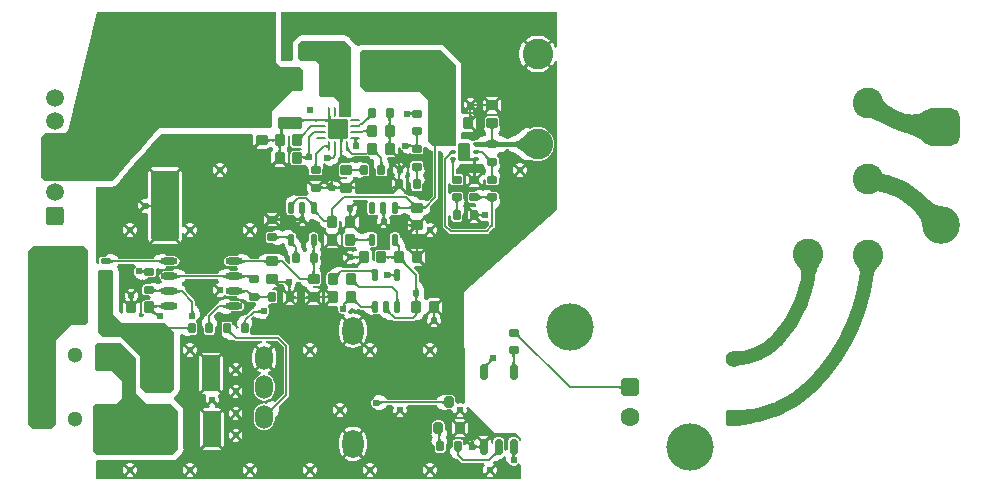
<source format=gtl>
G04*
G04 #@! TF.GenerationSoftware,Altium Limited,Altium Designer,25.6.2 (33)*
G04*
G04 Layer_Physical_Order=1*
G04 Layer_Color=255*
%FSLAX44Y44*%
%MOMM*%
G71*
G04*
G04 #@! TF.SameCoordinates,51367FFA-E2D0-4688-BCD1-F7C66F822469*
G04*
G04*
G04 #@! TF.FilePolarity,Positive*
G04*
G01*
G75*
G04:AMPARAMS|DCode=13|XSize=0.95mm|YSize=0.9mm|CornerRadius=0.1125mm|HoleSize=0mm|Usage=FLASHONLY|Rotation=90.000|XOffset=0mm|YOffset=0mm|HoleType=Round|Shape=RoundedRectangle|*
%AMROUNDEDRECTD13*
21,1,0.9500,0.6750,0,0,90.0*
21,1,0.7250,0.9000,0,0,90.0*
1,1,0.2250,0.3375,0.3625*
1,1,0.2250,0.3375,-0.3625*
1,1,0.2250,-0.3375,-0.3625*
1,1,0.2250,-0.3375,0.3625*
%
%ADD13ROUNDEDRECTD13*%
G04:AMPARAMS|DCode=14|XSize=0.55mm|YSize=1mm|CornerRadius=0.1375mm|HoleSize=0mm|Usage=FLASHONLY|Rotation=180.000|XOffset=0mm|YOffset=0mm|HoleType=Round|Shape=RoundedRectangle|*
%AMROUNDEDRECTD14*
21,1,0.5500,0.7250,0,0,180.0*
21,1,0.2750,1.0000,0,0,180.0*
1,1,0.2750,-0.1375,0.3625*
1,1,0.2750,0.1375,0.3625*
1,1,0.2750,0.1375,-0.3625*
1,1,0.2750,-0.1375,-0.3625*
%
%ADD14ROUNDEDRECTD14*%
G04:AMPARAMS|DCode=15|XSize=0.65mm|YSize=1.3mm|CornerRadius=0.1625mm|HoleSize=0mm|Usage=FLASHONLY|Rotation=0.000|XOffset=0mm|YOffset=0mm|HoleType=Round|Shape=RoundedRectangle|*
%AMROUNDEDRECTD15*
21,1,0.6500,0.9750,0,0,0.0*
21,1,0.3250,1.3000,0,0,0.0*
1,1,0.3250,0.1625,-0.4875*
1,1,0.3250,-0.1625,-0.4875*
1,1,0.3250,-0.1625,0.4875*
1,1,0.3250,0.1625,0.4875*
%
%ADD15ROUNDEDRECTD15*%
G04:AMPARAMS|DCode=16|XSize=0.85mm|YSize=0.65mm|CornerRadius=0.0813mm|HoleSize=0mm|Usage=FLASHONLY|Rotation=90.000|XOffset=0mm|YOffset=0mm|HoleType=Round|Shape=RoundedRectangle|*
%AMROUNDEDRECTD16*
21,1,0.8500,0.4875,0,0,90.0*
21,1,0.6875,0.6500,0,0,90.0*
1,1,0.1625,0.2438,0.3438*
1,1,0.1625,0.2438,-0.3438*
1,1,0.1625,-0.2438,-0.3438*
1,1,0.1625,-0.2438,0.3438*
%
%ADD16ROUNDEDRECTD16*%
G04:AMPARAMS|DCode=17|XSize=0.3mm|YSize=0.45mm|CornerRadius=0.0375mm|HoleSize=0mm|Usage=FLASHONLY|Rotation=90.000|XOffset=0mm|YOffset=0mm|HoleType=Round|Shape=RoundedRectangle|*
%AMROUNDEDRECTD17*
21,1,0.3000,0.3750,0,0,90.0*
21,1,0.2250,0.4500,0,0,90.0*
1,1,0.0750,0.1875,0.1125*
1,1,0.0750,0.1875,-0.1125*
1,1,0.0750,-0.1875,-0.1125*
1,1,0.0750,-0.1875,0.1125*
%
%ADD17ROUNDEDRECTD17*%
G04:AMPARAMS|DCode=18|XSize=1.6mm|YSize=0.96mm|CornerRadius=0.12mm|HoleSize=0mm|Usage=FLASHONLY|Rotation=90.000|XOffset=0mm|YOffset=0mm|HoleType=Round|Shape=RoundedRectangle|*
%AMROUNDEDRECTD18*
21,1,1.6000,0.7200,0,0,90.0*
21,1,1.3600,0.9600,0,0,90.0*
1,1,0.2400,0.3600,0.6800*
1,1,0.2400,0.3600,-0.6800*
1,1,0.2400,-0.3600,-0.6800*
1,1,0.2400,-0.3600,0.6800*
%
%ADD18ROUNDEDRECTD18*%
G04:AMPARAMS|DCode=19|XSize=0.85mm|YSize=0.65mm|CornerRadius=0.0813mm|HoleSize=0mm|Usage=FLASHONLY|Rotation=0.000|XOffset=0mm|YOffset=0mm|HoleType=Round|Shape=RoundedRectangle|*
%AMROUNDEDRECTD19*
21,1,0.8500,0.4875,0,0,0.0*
21,1,0.6875,0.6500,0,0,0.0*
1,1,0.1625,0.3438,-0.2438*
1,1,0.1625,-0.3438,-0.2438*
1,1,0.1625,-0.3438,0.2438*
1,1,0.1625,0.3438,0.2438*
%
%ADD19ROUNDEDRECTD19*%
G04:AMPARAMS|DCode=20|XSize=0.95mm|YSize=0.9mm|CornerRadius=0.1125mm|HoleSize=0mm|Usage=FLASHONLY|Rotation=0.000|XOffset=0mm|YOffset=0mm|HoleType=Round|Shape=RoundedRectangle|*
%AMROUNDEDRECTD20*
21,1,0.9500,0.6750,0,0,0.0*
21,1,0.7250,0.9000,0,0,0.0*
1,1,0.2250,0.3625,-0.3375*
1,1,0.2250,-0.3625,-0.3375*
1,1,0.2250,-0.3625,0.3375*
1,1,0.2250,0.3625,0.3375*
%
%ADD20ROUNDEDRECTD20*%
G04:AMPARAMS|DCode=21|XSize=0.8mm|YSize=1mm|CornerRadius=0.2mm|HoleSize=0mm|Usage=FLASHONLY|Rotation=180.000|XOffset=0mm|YOffset=0mm|HoleType=Round|Shape=RoundedRectangle|*
%AMROUNDEDRECTD21*
21,1,0.8000,0.6000,0,0,180.0*
21,1,0.4000,1.0000,0,0,180.0*
1,1,0.4000,-0.2000,0.3000*
1,1,0.4000,0.2000,0.3000*
1,1,0.4000,0.2000,-0.3000*
1,1,0.4000,-0.2000,-0.3000*
%
%ADD21ROUNDEDRECTD21*%
G04:AMPARAMS|DCode=22|XSize=3mm|YSize=1.5mm|CornerRadius=0.1875mm|HoleSize=0mm|Usage=FLASHONLY|Rotation=270.000|XOffset=0mm|YOffset=0mm|HoleType=Round|Shape=RoundedRectangle|*
%AMROUNDEDRECTD22*
21,1,3.0000,1.1250,0,0,270.0*
21,1,2.6250,1.5000,0,0,270.0*
1,1,0.3750,-0.5625,-1.3125*
1,1,0.3750,-0.5625,1.3125*
1,1,0.3750,0.5625,1.3125*
1,1,0.3750,0.5625,-1.3125*
%
%ADD22ROUNDEDRECTD22*%
G04:AMPARAMS|DCode=23|XSize=2mm|YSize=1mm|CornerRadius=0.125mm|HoleSize=0mm|Usage=FLASHONLY|Rotation=180.000|XOffset=0mm|YOffset=0mm|HoleType=Round|Shape=RoundedRectangle|*
%AMROUNDEDRECTD23*
21,1,2.0000,0.7500,0,0,180.0*
21,1,1.7500,1.0000,0,0,180.0*
1,1,0.2500,-0.8750,0.3750*
1,1,0.2500,0.8750,0.3750*
1,1,0.2500,0.8750,-0.3750*
1,1,0.2500,-0.8750,-0.3750*
%
%ADD23ROUNDEDRECTD23*%
G04:AMPARAMS|DCode=24|XSize=2.3mm|YSize=6mm|CornerRadius=0.1725mm|HoleSize=0mm|Usage=FLASHONLY|Rotation=0.000|XOffset=0mm|YOffset=0mm|HoleType=Round|Shape=RoundedRectangle|*
%AMROUNDEDRECTD24*
21,1,2.3000,5.6550,0,0,0.0*
21,1,1.9550,6.0000,0,0,0.0*
1,1,0.3450,0.9775,-2.8275*
1,1,0.3450,-0.9775,-2.8275*
1,1,0.3450,-0.9775,2.8275*
1,1,0.3450,0.9775,2.8275*
%
%ADD24ROUNDEDRECTD24*%
G04:AMPARAMS|DCode=25|XSize=1.66mm|YSize=1.66mm|CornerRadius=0.1245mm|HoleSize=0mm|Usage=FLASHONLY|Rotation=0.000|XOffset=0mm|YOffset=0mm|HoleType=Round|Shape=RoundedRectangle|*
%AMROUNDEDRECTD25*
21,1,1.6600,1.4110,0,0,0.0*
21,1,1.4110,1.6600,0,0,0.0*
1,1,0.2490,0.7055,-0.7055*
1,1,0.2490,-0.7055,-0.7055*
1,1,0.2490,-0.7055,0.7055*
1,1,0.2490,0.7055,0.7055*
%
%ADD25ROUNDEDRECTD25*%
G04:AMPARAMS|DCode=26|XSize=0.25mm|YSize=0.8mm|CornerRadius=0.0625mm|HoleSize=0mm|Usage=FLASHONLY|Rotation=0.000|XOffset=0mm|YOffset=0mm|HoleType=Round|Shape=RoundedRectangle|*
%AMROUNDEDRECTD26*
21,1,0.2500,0.6750,0,0,0.0*
21,1,0.1250,0.8000,0,0,0.0*
1,1,0.1250,0.0625,-0.3375*
1,1,0.1250,-0.0625,-0.3375*
1,1,0.1250,-0.0625,0.3375*
1,1,0.1250,0.0625,0.3375*
%
%ADD26ROUNDEDRECTD26*%
G04:AMPARAMS|DCode=27|XSize=0.25mm|YSize=0.8mm|CornerRadius=0.0625mm|HoleSize=0mm|Usage=FLASHONLY|Rotation=90.000|XOffset=0mm|YOffset=0mm|HoleType=Round|Shape=RoundedRectangle|*
%AMROUNDEDRECTD27*
21,1,0.2500,0.6750,0,0,90.0*
21,1,0.1250,0.8000,0,0,90.0*
1,1,0.1250,0.3375,0.0625*
1,1,0.1250,0.3375,-0.0625*
1,1,0.1250,-0.3375,-0.0625*
1,1,0.1250,-0.3375,0.0625*
%
%ADD27ROUNDEDRECTD27*%
G04:AMPARAMS|DCode=28|XSize=2.3mm|YSize=1.8mm|CornerRadius=0.225mm|HoleSize=0mm|Usage=FLASHONLY|Rotation=270.000|XOffset=0mm|YOffset=0mm|HoleType=Round|Shape=RoundedRectangle|*
%AMROUNDEDRECTD28*
21,1,2.3000,1.3500,0,0,270.0*
21,1,1.8500,1.8000,0,0,270.0*
1,1,0.4500,-0.6750,-0.9250*
1,1,0.4500,-0.6750,0.9250*
1,1,0.4500,0.6750,0.9250*
1,1,0.4500,0.6750,-0.9250*
%
%ADD28ROUNDEDRECTD28*%
G04:AMPARAMS|DCode=29|XSize=1.3mm|YSize=1.2mm|CornerRadius=0.15mm|HoleSize=0mm|Usage=FLASHONLY|Rotation=90.000|XOffset=0mm|YOffset=0mm|HoleType=Round|Shape=RoundedRectangle|*
%AMROUNDEDRECTD29*
21,1,1.3000,0.9000,0,0,90.0*
21,1,1.0000,1.2000,0,0,90.0*
1,1,0.3000,0.4500,0.5000*
1,1,0.3000,0.4500,-0.5000*
1,1,0.3000,-0.4500,-0.5000*
1,1,0.3000,-0.4500,0.5000*
%
%ADD29ROUNDEDRECTD29*%
G04:AMPARAMS|DCode=30|XSize=0.5mm|YSize=0.85mm|CornerRadius=0.0625mm|HoleSize=0mm|Usage=FLASHONLY|Rotation=90.000|XOffset=0mm|YOffset=0mm|HoleType=Round|Shape=RoundedRectangle|*
%AMROUNDEDRECTD30*
21,1,0.5000,0.7250,0,0,90.0*
21,1,0.3750,0.8500,0,0,90.0*
1,1,0.1250,0.3625,0.1875*
1,1,0.1250,0.3625,-0.1875*
1,1,0.1250,-0.3625,-0.1875*
1,1,0.1250,-0.3625,0.1875*
%
%ADD30ROUNDEDRECTD30*%
G04:AMPARAMS|DCode=31|XSize=4.41mm|YSize=4.55mm|CornerRadius=0.2205mm|HoleSize=0mm|Usage=FLASHONLY|Rotation=90.000|XOffset=0mm|YOffset=0mm|HoleType=Round|Shape=RoundedRectangle|*
%AMROUNDEDRECTD31*
21,1,4.4100,4.1090,0,0,90.0*
21,1,3.9690,4.5500,0,0,90.0*
1,1,0.4410,2.0545,1.9845*
1,1,0.4410,2.0545,-1.9845*
1,1,0.4410,-2.0545,-1.9845*
1,1,0.4410,-2.0545,1.9845*
%
%ADD31ROUNDEDRECTD31*%
%ADD32O,1.4500X0.6000*%
%ADD68C,0.2032*%
%ADD69C,1.1430*%
%ADD70C,1.5240*%
%ADD71C,0.1778*%
%ADD72C,0.1524*%
%ADD73C,0.3810*%
%ADD74C,2.6000*%
G04:AMPARAMS|DCode=75|XSize=1.4mm|YSize=1.4mm|CornerRadius=0.175mm|HoleSize=0mm|Usage=FLASHONLY|Rotation=90.000|XOffset=0mm|YOffset=0mm|HoleType=Round|Shape=RoundedRectangle|*
%AMROUNDEDRECTD75*
21,1,1.4000,1.0500,0,0,90.0*
21,1,1.0500,1.4000,0,0,90.0*
1,1,0.3500,0.5250,0.5250*
1,1,0.3500,0.5250,-0.5250*
1,1,0.3500,-0.5250,-0.5250*
1,1,0.3500,-0.5250,0.5250*
%
%ADD75ROUNDEDRECTD75*%
%ADD76C,1.4000*%
G04:AMPARAMS|DCode=77|XSize=3.2mm|YSize=3.2mm|CornerRadius=0.8mm|HoleSize=0mm|Usage=FLASHONLY|Rotation=270.000|XOffset=0mm|YOffset=0mm|HoleType=Round|Shape=RoundedRectangle|*
%AMROUNDEDRECTD77*
21,1,3.2000,1.6000,0,0,270.0*
21,1,1.6000,3.2000,0,0,270.0*
1,1,1.6000,-0.8000,-0.8000*
1,1,1.6000,-0.8000,0.8000*
1,1,1.6000,0.8000,0.8000*
1,1,1.6000,0.8000,-0.8000*
%
%ADD77ROUNDEDRECTD77*%
%ADD78O,1.8000X2.4000*%
%ADD79O,1.5000X2.0000*%
%ADD80C,3.2000*%
%ADD81C,1.3000*%
G04:AMPARAMS|DCode=82|XSize=1.6mm|YSize=1.6mm|CornerRadius=0.4mm|HoleSize=0mm|Usage=FLASHONLY|Rotation=90.000|XOffset=0mm|YOffset=0mm|HoleType=Round|Shape=RoundedRectangle|*
%AMROUNDEDRECTD82*
21,1,1.6000,0.8000,0,0,90.0*
21,1,0.8000,1.6000,0,0,90.0*
1,1,0.8000,0.4000,0.4000*
1,1,0.8000,0.4000,-0.4000*
1,1,0.8000,-0.4000,-0.4000*
1,1,0.8000,-0.4000,0.4000*
%
%ADD82ROUNDEDRECTD82*%
%ADD83C,4.0000*%
%ADD84C,1.6000*%
G04:AMPARAMS|DCode=85|XSize=1.5mm|YSize=1.5mm|CornerRadius=0.1875mm|HoleSize=0mm|Usage=FLASHONLY|Rotation=180.000|XOffset=0mm|YOffset=0mm|HoleType=Round|Shape=RoundedRectangle|*
%AMROUNDEDRECTD85*
21,1,1.5000,1.1250,0,0,180.0*
21,1,1.1250,1.5000,0,0,180.0*
1,1,0.3750,-0.5625,0.5625*
1,1,0.3750,0.5625,0.5625*
1,1,0.3750,0.5625,-0.5625*
1,1,0.3750,-0.5625,-0.5625*
%
%ADD85ROUNDEDRECTD85*%
%ADD86C,1.5000*%
%ADD87C,0.6096*%
%ADD88C,0.4500*%
G36*
X488000Y367970D02*
X486001Y367572D01*
X485251Y369381D01*
X483551Y371926D01*
X483366Y372110D01*
X473276Y362020D01*
X483366Y351930D01*
X483551Y352114D01*
X485251Y354659D01*
X486001Y356470D01*
X488001Y356072D01*
X488010Y237095D01*
X488010Y230457D01*
X409386Y160886D01*
X410183Y66962D01*
X409916Y66652D01*
X408462Y65675D01*
X406861Y66338D01*
X404638D01*
X403834Y66005D01*
X401834Y67341D01*
Y70500D01*
X401580Y71776D01*
X400858Y72857D01*
X399776Y73580D01*
X398500Y73834D01*
X394500D01*
X393358Y73607D01*
X392994Y73720D01*
X392752Y73698D01*
X392514Y73745D01*
X391867Y73617D01*
X391211Y73556D01*
X390996Y73443D01*
X390758Y73396D01*
X390210Y73030D01*
X389627Y72723D01*
X389471Y72536D01*
X389454Y72525D01*
X388726Y72380D01*
X388675Y72346D01*
X388615Y72332D01*
X387932Y71850D01*
X387237Y71385D01*
X387203Y71334D01*
X387153Y71299D01*
X386707Y70592D01*
X386243Y69897D01*
X386231Y69837D01*
X386198Y69785D01*
X386141Y69456D01*
X343637D01*
X343590Y69744D01*
X343388Y70071D01*
X343264Y70436D01*
X342922Y70826D01*
X342649Y71267D01*
X342337Y71492D01*
X342084Y71781D01*
X341618Y72011D01*
X341197Y72314D01*
X340823Y72403D01*
X340478Y72573D01*
X339960Y72607D01*
X339530Y72709D01*
X339404Y72803D01*
X338632Y73174D01*
X337869Y73558D01*
X337827Y73561D01*
X337790Y73579D01*
X336936Y73626D01*
X336083Y73689D01*
X336044Y73675D01*
X336003Y73678D01*
X335195Y73394D01*
X334384Y73126D01*
X334352Y73099D01*
X334314Y73085D01*
X333676Y72515D01*
X333029Y71956D01*
X333010Y71919D01*
X332980Y71891D01*
X332609Y71120D01*
X332225Y70356D01*
X332223Y70330D01*
X331089Y69196D01*
X330432Y67609D01*
Y65891D01*
X331089Y64304D01*
X332304Y63089D01*
X333119Y62752D01*
X333161Y62701D01*
X333182Y62636D01*
X333724Y62009D01*
X334248Y61365D01*
X334308Y61333D01*
X334352Y61282D01*
X335094Y60909D01*
X335824Y60515D01*
X335891Y60508D01*
X335952Y60478D01*
X336780Y60417D01*
X337605Y60333D01*
X337670Y60352D01*
X337737Y60347D01*
X338525Y60608D01*
X339320Y60846D01*
X339372Y60888D01*
X339437Y60910D01*
X340064Y61452D01*
X340225Y61583D01*
X340816Y61784D01*
X341491Y61948D01*
X341658Y62070D01*
X341853Y62136D01*
X342375Y62594D01*
X342937Y63004D01*
X343044Y63180D01*
X343199Y63316D01*
X343506Y63939D01*
X343868Y64533D01*
X343899Y64737D01*
X343928Y64794D01*
X348479D01*
X349748Y62794D01*
X349362Y61862D01*
Y59639D01*
X350147Y57743D01*
X354052Y61648D01*
X354950Y60750D01*
X355848Y61648D01*
X359753Y57743D01*
X360538Y59639D01*
Y61862D01*
X360152Y62794D01*
X361422Y64794D01*
X386141D01*
X386198Y64465D01*
X386231Y64413D01*
X386243Y64353D01*
X386707Y63658D01*
X387153Y62951D01*
X387203Y62916D01*
X387237Y62865D01*
X387932Y62400D01*
X388615Y61918D01*
X388675Y61904D01*
X388726Y61870D01*
X389454Y61725D01*
X389471Y61714D01*
X389627Y61527D01*
X390210Y61220D01*
X390758Y60854D01*
X390996Y60807D01*
X391211Y60694D01*
X391867Y60633D01*
X392514Y60505D01*
X392752Y60552D01*
X392994Y60530D01*
X393623Y60726D01*
X394269Y60854D01*
X394471Y60989D01*
X394703Y61061D01*
X394829Y61166D01*
X398500D01*
X400162Y59638D01*
X400947Y57743D01*
X404852Y61648D01*
X405750Y60750D01*
X406648Y61648D01*
X410553Y57743D01*
X411338Y59639D01*
Y61862D01*
X410987Y62710D01*
X412682Y63843D01*
X435150Y41375D01*
X453124D01*
X457750Y36750D01*
X457750Y34690D01*
X455777Y34625D01*
X455552Y35755D01*
X454912Y36712D01*
X453955Y37352D01*
X452825Y37577D01*
X449575D01*
X448445Y37352D01*
X447488Y36712D01*
X446848Y35755D01*
X446623Y34625D01*
Y27103D01*
X446360Y26856D01*
X445924Y26565D01*
X444287Y26264D01*
X443458Y26461D01*
X443451Y26464D01*
X443077Y26759D01*
Y34625D01*
X442852Y35755D01*
X442212Y36712D01*
X441255Y37352D01*
X440125Y37577D01*
X436875D01*
X435745Y37352D01*
X434788Y36712D01*
X434148Y35755D01*
X433923Y34625D01*
Y32468D01*
X433672Y32326D01*
X431672Y33494D01*
Y34625D01*
X431348Y36250D01*
X431147Y36551D01*
X426698Y32102D01*
X425800Y33000D01*
X424902Y32102D01*
X420453Y36551D01*
X420252Y36250D01*
X420213Y36053D01*
X418005Y34821D01*
X417361Y35088D01*
X415139D01*
X413243Y34303D01*
X414896Y32650D01*
X414982Y32832D01*
X415073Y33081D01*
X415143Y33342D01*
X415194Y33616D01*
X415224Y33903D01*
X415234Y34202D01*
X417266D01*
X417276Y33903D01*
X417306Y33616D01*
X417357Y33342D01*
X417427Y33081D01*
X417518Y32832D01*
X417629Y32596D01*
X417760Y32373D01*
X417911Y32162D01*
X418082Y31964D01*
X418274Y31779D01*
X415767D01*
X417148Y30398D01*
X415352Y28602D01*
X411447Y32507D01*
X411351Y32276D01*
X409974Y31471D01*
X408849Y31460D01*
X408561Y31789D01*
Y33688D01*
X408399Y34500D01*
X407939Y35189D01*
X407250Y35649D01*
X406437Y35811D01*
X401562D01*
X400750Y35649D01*
X400061Y35189D01*
X399601Y34500D01*
X399439Y33688D01*
Y29770D01*
X399081Y29581D01*
X398926Y29395D01*
X398724Y29260D01*
X398358Y28712D01*
X397936Y28205D01*
X397864Y27973D01*
X397729Y27771D01*
X397601Y27125D01*
X397405Y26495D01*
X397427Y26253D01*
X397380Y26015D01*
X397509Y25369D01*
X397569Y24713D01*
X397682Y24498D01*
X397729Y24259D01*
X398095Y23711D01*
X398402Y23128D01*
X398589Y22973D01*
X398600Y22956D01*
X398745Y22227D01*
X398779Y22176D01*
X398793Y22116D01*
X399275Y21434D01*
X399740Y20739D01*
X399791Y20705D01*
X399826Y20655D01*
X400533Y20208D01*
X401228Y19744D01*
X401288Y19732D01*
X401340Y19699D01*
X402164Y19558D01*
X402984Y19395D01*
X403809D01*
X406852Y16352D01*
X407608Y15847D01*
X408500Y15669D01*
X426138D01*
X426967Y13669D01*
X426413Y13115D01*
X425562Y11062D01*
Y8838D01*
X426347Y6943D01*
X430252Y10848D01*
X434275Y14871D01*
X434027Y15999D01*
X434132Y16928D01*
X434752Y17357D01*
X435167Y17263D01*
X435227Y17273D01*
X435287Y17262D01*
X436107Y17425D01*
X436932Y17567D01*
X436983Y17599D01*
X437043Y17611D01*
X437738Y18076D01*
X438446Y18522D01*
X438636Y18703D01*
X438714Y18769D01*
X438718Y18772D01*
X439127Y18875D01*
X439896Y19028D01*
X439992Y19092D01*
X440103Y19119D01*
X440733Y19587D01*
X441385Y20022D01*
X441449Y20118D01*
X441541Y20186D01*
X441944Y20859D01*
X442065Y21040D01*
X443930Y21422D01*
X444177Y21408D01*
X444368Y21311D01*
X444583Y20705D01*
X444478Y20177D01*
X444489Y20124D01*
X444479Y20070D01*
X444663Y19248D01*
X444827Y18421D01*
X444858Y18376D01*
X444869Y18323D01*
X445354Y17633D01*
X445822Y16932D01*
X445867Y16902D01*
X445898Y16858D01*
X446609Y16406D01*
X447311Y15938D01*
X447364Y15927D01*
X447392Y15909D01*
X447539Y15554D01*
X448754Y14339D01*
X450341Y13682D01*
X452059D01*
X453646Y14339D01*
X454861Y15554D01*
X455898Y15719D01*
X457750Y14252D01*
X457751Y3453D01*
X456337Y2039D01*
X97250D01*
Y17136D01*
X98500Y18162D01*
X162500D01*
X164256Y18511D01*
X165744Y19506D01*
X170494Y24256D01*
X171489Y25744D01*
X171838Y27500D01*
X171588Y28757D01*
Y60250D01*
X171239Y62006D01*
X170244Y63494D01*
X169491Y63998D01*
X164244Y69244D01*
X163978Y69422D01*
X163753Y70414D01*
X163978Y71828D01*
X164244Y72006D01*
X167244Y75006D01*
X167244Y75006D01*
X168239Y76494D01*
X168588Y78250D01*
X168588Y124450D01*
X168645Y124505D01*
X168701Y124557D01*
X170588Y125339D01*
X170684Y125275D01*
X171366Y124793D01*
X171426Y124779D01*
X171477Y124745D01*
X172206Y124600D01*
X172223Y124589D01*
X172378Y124402D01*
X172961Y124095D01*
X173509Y123729D01*
X173748Y123682D01*
X173963Y123569D01*
X174619Y123508D01*
X175265Y123380D01*
X175504Y123427D01*
X175745Y123405D01*
X176375Y123601D01*
X177021Y123729D01*
X177223Y123864D01*
X177455Y123936D01*
X177962Y124358D01*
X178084Y124439D01*
X180938D01*
X181750Y124601D01*
X182439Y125061D01*
X182899Y125750D01*
X183061Y126562D01*
Y133438D01*
X182899Y134250D01*
X182627Y134657D01*
X182440Y134995D01*
X182492Y137135D01*
X182911Y137554D01*
X183058Y137909D01*
X183086Y137927D01*
X183139Y137938D01*
X183839Y138406D01*
X184552Y138858D01*
X184583Y138902D01*
X184628Y138932D01*
X185096Y139633D01*
X185581Y140323D01*
X185592Y140376D01*
X185623Y140421D01*
X185787Y141247D01*
X185970Y142070D01*
X185961Y142123D01*
X185972Y142177D01*
X185807Y143003D01*
X185662Y143834D01*
X185633Y143879D01*
X185623Y143933D01*
X185154Y144633D01*
X184762Y145250D01*
X184662Y145667D01*
X184505Y146458D01*
X184454Y146535D01*
X184432Y146624D01*
X183958Y147276D01*
X183510Y147947D01*
X183434Y147998D01*
X183380Y148072D01*
X182692Y148493D01*
X182022Y148941D01*
X181931Y148959D01*
X181853Y149007D01*
X181581Y149051D01*
Y152000D01*
X181403Y152892D01*
X180898Y153648D01*
X173415Y161131D01*
Y162216D01*
X173253Y163030D01*
X173114Y163849D01*
X173079Y163906D01*
X173066Y163972D01*
X172604Y164662D01*
X172163Y165366D01*
X172108Y165405D01*
X172071Y165460D01*
X171381Y165922D01*
X170704Y166403D01*
X170638Y166418D01*
X170583Y166455D01*
X170203Y166530D01*
Y168570D01*
X170583Y168645D01*
X170638Y168682D01*
X170704Y168697D01*
X171381Y169178D01*
X172071Y169640D01*
X172108Y169695D01*
X172163Y169734D01*
X172604Y170438D01*
X173066Y171128D01*
X173079Y171194D01*
X173114Y171250D01*
X173168Y171569D01*
X200649D01*
X200934Y171129D01*
X200934Y171128D01*
X200946Y171110D01*
X201708Y169932D01*
X201578Y168972D01*
X201504Y168703D01*
X201091Y167794D01*
X199543Y167153D01*
X203448Y163248D01*
X202550Y162350D01*
X203448Y161452D01*
X199543Y157547D01*
X201439Y156762D01*
X203661D01*
X205715Y157613D01*
X206287Y158184D01*
X206922Y158122D01*
X208334Y157178D01*
X210000Y156846D01*
X216796D01*
X216988Y156585D01*
X217430Y155924D01*
X217516Y155866D01*
X217577Y155783D01*
X218257Y155371D01*
X218918Y154929D01*
X219020Y154909D01*
X219108Y154855D01*
X219894Y154735D01*
X220674Y154580D01*
X220775Y154600D01*
X220878Y154584D01*
X221113Y154642D01*
X221693Y154782D01*
X222430Y154929D01*
X222713Y154915D01*
X224021Y153617D01*
X224118Y153552D01*
X224187Y153459D01*
X224858Y153057D01*
X225509Y152622D01*
X225623Y152599D01*
X225723Y152540D01*
X226497Y152426D01*
X226877Y152350D01*
X227250Y152101D01*
X228062Y151939D01*
X231980D01*
X232169Y151581D01*
X232355Y151426D01*
X232491Y151224D01*
X232706Y151080D01*
X232906Y150285D01*
X232922Y149995D01*
X232850Y149462D01*
X232670Y148822D01*
X232626Y148761D01*
X232290Y148590D01*
X232049Y148308D01*
X231750Y148088D01*
X231474Y147633D01*
X231128Y147228D01*
X231014Y146875D01*
X230821Y146558D01*
X230776Y146264D01*
X230081Y146126D01*
X229324Y145620D01*
X224552Y140848D01*
X224516Y140855D01*
X222484D01*
X221664Y140692D01*
X220840Y140550D01*
X220788Y140518D01*
X220728Y140506D01*
X220033Y140041D01*
X219326Y139595D01*
X219291Y139545D01*
X219240Y139511D01*
X218775Y138816D01*
X218293Y138133D01*
X218279Y138074D01*
X218245Y138023D01*
X218100Y137294D01*
X218089Y137277D01*
X217902Y137122D01*
X217595Y136539D01*
X217229Y135991D01*
X217182Y135752D01*
X217069Y135537D01*
X217008Y134881D01*
X216880Y134235D01*
X216927Y133996D01*
X216905Y133755D01*
X217101Y133125D01*
X217229Y132479D01*
X217364Y132277D01*
X217436Y132045D01*
X217858Y131538D01*
X218224Y130990D01*
X218426Y130856D01*
X218581Y130669D01*
X218569Y130522D01*
X217506Y129736D01*
X216482Y129527D01*
X216073Y129895D01*
X215974Y130395D01*
X215909Y130491D01*
X215881Y130604D01*
X215414Y131232D01*
X214979Y131883D01*
X214882Y131948D01*
X214813Y132041D01*
X214142Y132443D01*
X213491Y132878D01*
X213377Y132900D01*
X213277Y132960D01*
X213061Y132992D01*
Y133438D01*
X212899Y134250D01*
X212439Y134939D01*
X211750Y135399D01*
X210938Y135561D01*
X206063D01*
X205250Y135399D01*
X204561Y134939D01*
X204101Y134250D01*
X203939Y133438D01*
Y126562D01*
X204101Y125750D01*
X204350Y125377D01*
X204426Y124997D01*
X204540Y124223D01*
X204599Y124123D01*
X204622Y124009D01*
X205057Y123358D01*
X205459Y122687D01*
X205552Y122618D01*
X205617Y122521D01*
X206268Y122086D01*
X206896Y121619D01*
X207009Y121591D01*
X207105Y121526D01*
X207873Y121374D01*
X208279Y121272D01*
X208295Y121259D01*
X208379Y121188D01*
X208575Y121002D01*
X209283Y120555D01*
X209979Y120089D01*
X210038Y120078D01*
X210088Y120046D01*
X210914Y119903D01*
X211735Y119740D01*
X211793Y119752D01*
X211852Y119742D01*
X212670Y119926D01*
X213491Y120089D01*
X213540Y120123D01*
X213599Y120136D01*
X213874Y120330D01*
X214102Y120102D01*
X214858Y119597D01*
X215750Y119419D01*
X238290D01*
X238421Y117419D01*
X237379Y117282D01*
X234937Y116270D01*
X233856Y115441D01*
X240000Y109297D01*
X246144Y115441D01*
X245063Y116270D01*
X242621Y117282D01*
X241579Y117419D01*
X241710Y119419D01*
X250785D01*
X256419Y113785D01*
Y74715D01*
X249365Y67661D01*
X249098Y67850D01*
X248697Y67941D01*
X248325Y68116D01*
X247833Y68139D01*
X247353Y68248D01*
X246947Y68179D01*
X246536Y68198D01*
X246073Y68031D01*
X245588Y67948D01*
X245240Y67729D01*
X244853Y67589D01*
X244751Y67496D01*
X244447Y67512D01*
X244372Y67486D01*
X244293Y67488D01*
X243531Y67190D01*
X242758Y66918D01*
X242699Y66865D01*
X242626Y66836D01*
X242035Y66269D01*
X241849Y66103D01*
X240000Y66346D01*
X237711Y66045D01*
X235577Y65161D01*
X233745Y63755D01*
X232339Y61923D01*
X231456Y59790D01*
X231154Y57501D01*
Y52501D01*
X231456Y50211D01*
X232339Y48078D01*
X233745Y46246D01*
X235577Y44840D01*
X237711Y43956D01*
X240000Y43655D01*
X242289Y43956D01*
X244423Y44840D01*
X246255Y46246D01*
X247661Y48078D01*
X248544Y50211D01*
X248846Y52501D01*
Y55158D01*
X249574Y55414D01*
X249616Y55452D01*
X249670Y55473D01*
X250281Y56049D01*
X250906Y56609D01*
X250931Y56661D01*
X250973Y56701D01*
X251317Y57467D01*
X251680Y58224D01*
X251683Y58281D01*
X251707Y58334D01*
X251722Y58847D01*
X251791Y58958D01*
X252001Y59149D01*
X252264Y59709D01*
X252593Y60232D01*
X252640Y60512D01*
X252761Y60770D01*
X252790Y61387D01*
X252893Y61996D01*
X252830Y62274D01*
X252843Y62559D01*
X252633Y63140D01*
X252496Y63742D01*
X252331Y63974D01*
X252315Y64019D01*
X260398Y72102D01*
X260903Y72858D01*
X261081Y73750D01*
Y114750D01*
X260903Y115642D01*
X260398Y116398D01*
X253398Y123398D01*
X252642Y123903D01*
X251750Y124081D01*
X229189D01*
X228578Y124872D01*
X227965Y126081D01*
X228061Y126562D01*
Y130480D01*
X228419Y130669D01*
X228574Y130856D01*
X228776Y130990D01*
X229142Y131538D01*
X229564Y132045D01*
X229636Y132277D01*
X229771Y132479D01*
X229900Y133125D01*
X230095Y133755D01*
X230073Y133996D01*
X230120Y134235D01*
X229992Y134881D01*
X229931Y135537D01*
X229818Y135752D01*
X229771Y135991D01*
X229405Y136539D01*
X229098Y137122D01*
X229367Y139071D01*
X230046Y139750D01*
X231236Y139960D01*
X232365Y139813D01*
X232935Y139406D01*
X233467Y138952D01*
X233659Y138890D01*
X233822Y138773D01*
X234504Y138616D01*
X235170Y138400D01*
X235371Y138416D01*
X235567Y138370D01*
X235696Y138366D01*
X235699Y138366D01*
X235713Y138363D01*
X235739Y138356D01*
X235780Y138342D01*
X235784Y138341D01*
X236038Y138219D01*
X236177Y138140D01*
X237001Y137868D01*
X237823Y137585D01*
X237851Y137587D01*
X237877Y137578D01*
X238743Y137642D01*
X239610Y137695D01*
X239635Y137707D01*
X239662Y137709D01*
X240438Y138099D01*
X241219Y138481D01*
X241237Y138502D01*
X241261Y138514D01*
X241828Y139171D01*
X242404Y139822D01*
X242413Y139848D01*
X242431Y139869D01*
X242704Y140693D01*
X242986Y141515D01*
X242985Y141543D01*
X242993Y141569D01*
X242988Y141632D01*
X243661Y142304D01*
X244318Y143891D01*
Y145609D01*
X243661Y147196D01*
X242928Y147929D01*
X243103Y148940D01*
X243331Y149503D01*
X243644Y149914D01*
X243745Y149905D01*
X244375Y150100D01*
X245021Y150229D01*
X245223Y150364D01*
X245455Y150436D01*
X245962Y150858D01*
X246084Y150939D01*
X248937D01*
X249750Y151101D01*
X250439Y151561D01*
X250899Y152250D01*
X251061Y153062D01*
Y159937D01*
X250899Y160750D01*
X250439Y161439D01*
X249750Y161899D01*
X248937Y162061D01*
X247270D01*
X246952Y162488D01*
X247957Y164488D01*
X250125D01*
X251555Y164773D01*
X251691Y164863D01*
X245852Y170702D01*
X247648Y172498D01*
X250917Y169229D01*
X251241Y171032D01*
X251261Y170839D01*
X251322Y170666D01*
X251424Y170514D01*
X251566Y170382D01*
X251749Y170270D01*
X251973Y170179D01*
X252237Y170107D01*
X252541Y170057D01*
X252887Y170026D01*
X253273Y170016D01*
X253225Y167984D01*
X252930Y167976D01*
X252641Y167952D01*
X252358Y167913D01*
X252254Y167892D01*
X253487Y166659D01*
X253577Y166795D01*
X253752Y167672D01*
X254818Y167793D01*
X255778Y167608D01*
X256513Y165835D01*
X257320Y165028D01*
X257398Y164679D01*
X257239Y163557D01*
X259869Y160926D01*
X259993Y161060D01*
X260105Y161243D01*
X260196Y161466D01*
X260268Y161730D01*
X260318Y162035D01*
X260349Y162381D01*
X260359Y162767D01*
X262391D01*
X262401Y162381D01*
X262432Y162035D01*
X262482Y161730D01*
X262554Y161466D01*
X262645Y161243D01*
X262757Y161060D01*
X262889Y160918D01*
X263029Y160825D01*
X265558Y163354D01*
X265270Y164518D01*
X265280Y165128D01*
X265987Y165835D01*
X266838Y167889D01*
Y168787D01*
X267953Y169460D01*
X268838Y169694D01*
X269358Y169347D01*
X270250Y169169D01*
X270637D01*
X270693Y168840D01*
X270726Y168789D01*
X270738Y168728D01*
X271203Y168033D01*
X271649Y167326D01*
X271699Y167291D01*
X271733Y167240D01*
X272428Y166775D01*
X273110Y166293D01*
X273170Y166279D01*
X273221Y166245D01*
X273950Y166100D01*
X273967Y166089D01*
X274122Y165902D01*
X274705Y165595D01*
X275253Y165229D01*
X275492Y165182D01*
X275707Y165069D01*
X275892Y165052D01*
X276162Y163634D01*
X281750Y158046D01*
X286941Y163237D01*
X286805Y163327D01*
X285375Y163612D01*
X282063D01*
X281275Y164872D01*
X281268Y165612D01*
X281410Y165683D01*
X285375D01*
X286310Y165869D01*
X287102Y166398D01*
X287631Y167190D01*
X287817Y168125D01*
Y173811D01*
X287886Y174033D01*
X288021Y174235D01*
X288150Y174881D01*
X288345Y175511D01*
X288323Y175753D01*
X288370Y175991D01*
X288242Y176637D01*
X288181Y177293D01*
X288068Y177508D01*
X288021Y177747D01*
X287655Y178295D01*
X287348Y178878D01*
X287161Y179033D01*
X287150Y179051D01*
X287005Y179779D01*
X286971Y179830D01*
X286957Y179890D01*
X286475Y180572D01*
X286354Y180753D01*
X286475Y180934D01*
X286957Y181616D01*
X286971Y181676D01*
X287005Y181727D01*
X287150Y182456D01*
X287161Y182473D01*
X287348Y182628D01*
X287655Y183211D01*
X288021Y183759D01*
X288068Y183998D01*
X288181Y184213D01*
X288242Y184869D01*
X288370Y185515D01*
X288323Y185753D01*
X288345Y185996D01*
X288150Y186625D01*
X288021Y187271D01*
X287886Y187473D01*
X287814Y187705D01*
X287392Y188212D01*
X287227Y188459D01*
X287024Y189173D01*
Y190327D01*
X287227Y191041D01*
X287392Y191288D01*
X287814Y191795D01*
X287886Y192027D01*
X288021Y192229D01*
X288150Y192875D01*
X288345Y193505D01*
X288323Y193746D01*
X288370Y193985D01*
X288242Y194631D01*
X288181Y195287D01*
X288068Y195502D01*
X288021Y195741D01*
X287655Y196289D01*
X287348Y196872D01*
X287264Y196942D01*
X287264Y196954D01*
X287619Y197585D01*
X288021Y198186D01*
X288055Y198360D01*
X288142Y198514D01*
X288229Y199232D01*
X288370Y199942D01*
X288336Y200116D01*
X288357Y200292D01*
X288162Y200988D01*
X288021Y201698D01*
X287922Y201845D01*
X287875Y202016D01*
X287428Y202585D01*
X287026Y203186D01*
X286879Y203285D01*
X286770Y203424D01*
X286139Y203779D01*
X285822Y203991D01*
Y208375D01*
X285616Y209407D01*
X285032Y210282D01*
X284157Y210867D01*
X283125Y211072D01*
X280375D01*
X279343Y210867D01*
X278468Y210282D01*
X277883Y209407D01*
X277678Y208375D01*
Y203991D01*
X277361Y203779D01*
X276730Y203424D01*
X276621Y203285D01*
X276474Y203186D01*
X276072Y202585D01*
X275625Y202016D01*
X275578Y201845D01*
X275479Y201698D01*
X275338Y200988D01*
X275143Y200292D01*
X275164Y200116D01*
X275130Y199942D01*
X275271Y199232D01*
X275358Y198514D01*
X275445Y198360D01*
X275479Y198186D01*
X275881Y197585D01*
X276236Y196954D01*
X276236Y196942D01*
X276152Y196872D01*
X275845Y196289D01*
X275479Y195741D01*
X275432Y195502D01*
X275319Y195287D01*
X275258Y194631D01*
X273242D01*
X273181Y195287D01*
X273068Y195502D01*
X273021Y195741D01*
X272655Y196289D01*
X272348Y196872D01*
X272161Y197027D01*
X272150Y197044D01*
X272005Y197773D01*
X271971Y197824D01*
X271957Y197883D01*
X271475Y198566D01*
X271363Y198733D01*
X271457Y199014D01*
X271441Y199244D01*
X271491Y199469D01*
X271378Y200130D01*
X271330Y200800D01*
X271227Y201006D01*
X271188Y201233D01*
X270830Y201801D01*
X270529Y202401D01*
X270355Y202552D01*
X270232Y202747D01*
X270049Y202939D01*
X269981Y203019D01*
X269975Y203028D01*
X269910Y203288D01*
X269829Y203914D01*
X269694Y204149D01*
X269628Y204412D01*
X269252Y204919D01*
X268937Y205466D01*
X268722Y205632D01*
X268561Y205849D01*
X268019Y206173D01*
X267519Y206559D01*
X267257Y206630D01*
X267025Y206769D01*
X266822Y206799D01*
Y208375D01*
X266616Y209407D01*
X266032Y210282D01*
X265157Y210867D01*
X264231Y211051D01*
X264076Y211306D01*
X263674Y212020D01*
X263612Y212068D01*
X263571Y212135D01*
X262910Y212619D01*
X262265Y213125D01*
X262190Y213146D01*
X262126Y213192D01*
X261330Y213386D01*
X260541Y213607D01*
X260463Y213597D01*
X260387Y213616D01*
X259577Y213491D01*
X258764Y213392D01*
X258695Y213354D01*
X258618Y213342D01*
X257918Y212916D01*
X257204Y212514D01*
X257155Y212452D01*
X257129Y212436D01*
X257044Y212417D01*
X256231Y212255D01*
X256174Y212216D01*
X256106Y212201D01*
X255501Y211770D01*
X254883Y212207D01*
X254824Y212221D01*
X254773Y212255D01*
X254044Y212400D01*
X254027Y212411D01*
X253872Y212598D01*
X253289Y212905D01*
X252741Y213271D01*
X252502Y213318D01*
X252287Y213431D01*
X251631Y213492D01*
X250985Y213620D01*
X250746Y213573D01*
X250504Y213595D01*
X249875Y213399D01*
X249229Y213271D01*
X249027Y213136D01*
X248795Y213064D01*
X248288Y212642D01*
X247740Y212276D01*
X247605Y212074D01*
X247419Y211919D01*
X247230Y211561D01*
X243312D01*
X242500Y211399D01*
X241811Y210939D01*
X241351Y210250D01*
X241189Y209438D01*
Y204562D01*
X241351Y203750D01*
X241811Y203061D01*
X242500Y202601D01*
X243312Y202439D01*
X247230D01*
X247419Y202081D01*
X247605Y201926D01*
X247740Y201724D01*
X248288Y201358D01*
X248795Y200936D01*
X249027Y200864D01*
X249229Y200729D01*
X249875Y200600D01*
X250504Y200405D01*
X250746Y200427D01*
X250985Y200380D01*
X251631Y200508D01*
X252287Y200569D01*
X252502Y200682D01*
X252741Y200729D01*
X253289Y201095D01*
X253872Y201402D01*
X254027Y201589D01*
X254044Y201600D01*
X254773Y201745D01*
X254824Y201779D01*
X254883Y201793D01*
X255502Y202230D01*
X256120Y201793D01*
X256180Y201779D01*
X256231Y201745D01*
X256383Y201715D01*
X257602Y200342D01*
X257831Y199998D01*
X257955Y199153D01*
X258065Y198303D01*
X258086Y198267D01*
X258092Y198227D01*
X258531Y197493D01*
X258957Y196751D01*
X258990Y196726D01*
X259011Y196691D01*
X259698Y196180D01*
X260375Y195658D01*
X260319Y195287D01*
X260258Y194631D01*
X260130Y193985D01*
X260177Y193746D01*
X260155Y193505D01*
X260350Y192875D01*
X260479Y192229D01*
X260614Y192027D01*
X260686Y191795D01*
X261108Y191288D01*
X261474Y190741D01*
X261676Y190606D01*
X261831Y190419D01*
X262189Y190230D01*
Y186313D01*
X262351Y185500D01*
X260749Y184297D01*
X257861Y187185D01*
Y187616D01*
X257698Y188436D01*
X257557Y189260D01*
X257524Y189312D01*
X257512Y189372D01*
X257047Y190067D01*
X256602Y190774D01*
X256551Y190809D01*
X256517Y190860D01*
X255822Y191325D01*
X255140Y191807D01*
X255080Y191821D01*
X255029Y191855D01*
X254300Y192000D01*
X254283Y192011D01*
X254128Y192198D01*
X253545Y192505D01*
X252997Y192871D01*
X252758Y192918D01*
X252543Y193031D01*
X251887Y193092D01*
X251241Y193220D01*
X251003Y193173D01*
X250761Y193195D01*
X250131Y192999D01*
X249485Y192871D01*
X249283Y192736D01*
X249051Y192664D01*
X248754Y192417D01*
X244246D01*
X243949Y192664D01*
X243717Y192736D01*
X243515Y192871D01*
X242869Y192999D01*
X242239Y193195D01*
X241997Y193173D01*
X241759Y193220D01*
X241113Y193092D01*
X240457Y193031D01*
X240242Y192918D01*
X240003Y192871D01*
X239455Y192505D01*
X238872Y192198D01*
X238717Y192011D01*
X238699Y192000D01*
X237971Y191855D01*
X237920Y191821D01*
X237860Y191807D01*
X237178Y191325D01*
X236483Y190860D01*
X236449Y190809D01*
X236399Y190774D01*
X235952Y190067D01*
X235488Y189372D01*
X235476Y189312D01*
X235443Y189260D01*
X235387Y188931D01*
X227668D01*
X227614Y189249D01*
X227579Y189306D01*
X227566Y189372D01*
X227104Y190062D01*
X226663Y190766D01*
X226608Y190805D01*
X226571Y190860D01*
X225881Y191322D01*
X225204Y191803D01*
X225138Y191818D01*
X225083Y191855D01*
X224268Y192017D01*
X223458Y192202D01*
X223429Y192203D01*
X223257Y192318D01*
X222616Y192789D01*
X222516Y192813D01*
X222430Y192871D01*
X221650Y193026D01*
X220878Y193216D01*
X220775Y193200D01*
X220674Y193220D01*
X219894Y193065D01*
X219108Y192945D01*
X219020Y192891D01*
X218918Y192871D01*
X218257Y192429D01*
X217577Y192017D01*
X217516Y191934D01*
X217430Y191876D01*
X216988Y191215D01*
X216796Y190954D01*
X210000D01*
X208334Y190622D01*
X206922Y189678D01*
X205978Y188266D01*
X205646Y186600D01*
X205978Y184934D01*
X206922Y183521D01*
X208334Y182578D01*
X210000Y182246D01*
X216796D01*
X216988Y181985D01*
X217340Y181458D01*
X217454Y181101D01*
X217546Y180250D01*
X217454Y179399D01*
X217340Y179042D01*
X216988Y178515D01*
X216796Y178254D01*
X211704D01*
X211512Y178515D01*
X211070Y179176D01*
X210984Y179234D01*
X210923Y179317D01*
X210243Y179729D01*
X209582Y180171D01*
X209480Y180191D01*
X209392Y180245D01*
X208606Y180365D01*
X207826Y180520D01*
X207725Y180500D01*
X207622Y180516D01*
X206850Y180326D01*
X206070Y180171D01*
X205984Y180113D01*
X205884Y180089D01*
X205243Y179618D01*
X205071Y179503D01*
X205041Y179502D01*
X204231Y179317D01*
X203417Y179155D01*
X203361Y179118D01*
X203296Y179103D01*
X202619Y178622D01*
X201929Y178160D01*
X201891Y178105D01*
X201837Y178066D01*
X201395Y177362D01*
X200934Y176672D01*
X200921Y176606D01*
X200886Y176549D01*
X200832Y176231D01*
X173168D01*
X173114Y176549D01*
X173079Y176606D01*
X173066Y176672D01*
X172604Y177362D01*
X172163Y178066D01*
X172108Y178105D01*
X172071Y178160D01*
X171381Y178622D01*
X170704Y179103D01*
X170638Y179118D01*
X170583Y179155D01*
X169768Y179317D01*
X168958Y179502D01*
X168929Y179503D01*
X168757Y179618D01*
X168116Y180089D01*
X168016Y180113D01*
X167930Y180171D01*
X167150Y180326D01*
X166378Y180516D01*
X166275Y180500D01*
X166174Y180520D01*
X165394Y180365D01*
X164608Y180245D01*
X164520Y180191D01*
X164418Y180171D01*
X163757Y179729D01*
X163077Y179317D01*
X163015Y179234D01*
X162929Y179176D01*
X162488Y178515D01*
X162296Y178254D01*
X155500D01*
X153834Y177922D01*
X152422Y176978D01*
X151478Y175566D01*
X151146Y173900D01*
X151478Y172234D01*
X152422Y170821D01*
X153330Y170215D01*
X153226Y168895D01*
X153002Y168159D01*
X152949Y168140D01*
X152712Y168128D01*
X152112Y167841D01*
X151486Y167618D01*
X149622Y167448D01*
X149062Y167742D01*
X148541Y168100D01*
X148277Y168155D01*
X148037Y168281D01*
X147408Y168339D01*
X146790Y168470D01*
X146524Y168420D01*
X146255Y168445D01*
X145651Y168257D01*
X145030Y168142D01*
X144803Y167994D01*
X144545Y167914D01*
X144059Y167509D01*
X143530Y167165D01*
X143458Y167061D01*
X139062D01*
X138250Y166899D01*
X137561Y166439D01*
X137101Y165750D01*
X136939Y164937D01*
Y160063D01*
X137101Y159250D01*
X137561Y158561D01*
X138250Y158101D01*
X139062Y157939D01*
X142540D01*
X142574Y157887D01*
X142654Y157629D01*
X143058Y157143D01*
X143403Y156613D01*
X143626Y156460D01*
X143799Y156252D01*
X143378Y154406D01*
X142807Y153567D01*
X139125D01*
X138191Y153381D01*
X137398Y152852D01*
X136869Y152059D01*
X136683Y151125D01*
Y143875D01*
X136869Y142941D01*
X137398Y142148D01*
X137989Y141754D01*
X138258Y141334D01*
X136674Y139338D01*
X134282D01*
X133710Y140754D01*
X133588Y141338D01*
X134327Y142445D01*
X134612Y143875D01*
Y151125D01*
X134327Y152555D01*
X134237Y152691D01*
X128398Y146852D01*
X127500Y147750D01*
X126602Y146852D01*
X120763Y152691D01*
X120673Y152555D01*
X120388Y151125D01*
Y143875D01*
X120499Y143318D01*
X118656Y142333D01*
X116838Y144150D01*
X116838Y177750D01*
X116489Y179506D01*
X115946Y180318D01*
X115480Y181681D01*
X115464Y182434D01*
X115906Y183137D01*
X116367Y183828D01*
X116380Y183894D01*
X116416Y183950D01*
X116470Y184269D01*
X129790D01*
X131487Y182383D01*
X131420Y181709D01*
X131304Y181661D01*
X130089Y180446D01*
X129432Y178859D01*
Y177141D01*
X130089Y175554D01*
X131304Y174339D01*
X131374Y174310D01*
X131376Y174293D01*
X131789Y173549D01*
X132188Y172796D01*
X132223Y172768D01*
X132245Y172728D01*
X132912Y172198D01*
X133568Y171656D01*
X133611Y171643D01*
X133647Y171614D01*
X134465Y171381D01*
X135279Y171131D01*
X135324Y171135D01*
X135368Y171122D01*
X136213Y171219D01*
X137061Y171300D01*
X137077Y171308D01*
X137619Y171258D01*
X138265Y171130D01*
X138504Y171177D01*
X138745Y171155D01*
X139375Y171351D01*
X140021Y171479D01*
X140223Y171614D01*
X140455Y171686D01*
X140962Y172108D01*
X141510Y172474D01*
X141644Y172676D01*
X141831Y172831D01*
X141888Y172939D01*
X145938D01*
X146750Y173101D01*
X147439Y173561D01*
X147899Y174250D01*
X148061Y175063D01*
Y179631D01*
X148127Y179764D01*
X148879Y180548D01*
X149732Y181183D01*
X150541Y180998D01*
X150571Y180997D01*
X150743Y180882D01*
X151384Y180411D01*
X151484Y180387D01*
X151570Y180329D01*
X152350Y180174D01*
X153122Y179984D01*
X153225Y180000D01*
X153326Y179980D01*
X154106Y180135D01*
X154892Y180255D01*
X154980Y180309D01*
X155082Y180329D01*
X155743Y180771D01*
X156423Y181183D01*
X156484Y181266D01*
X156570Y181324D01*
X157012Y181985D01*
X157204Y182246D01*
X164000D01*
X165666Y182578D01*
X167078Y183521D01*
X168022Y184934D01*
X168354Y186600D01*
X168022Y188266D01*
X167078Y189678D01*
X165666Y190622D01*
X164000Y190954D01*
X157204D01*
X157012Y191215D01*
X156570Y191876D01*
X156484Y191934D01*
X156423Y192017D01*
X155743Y192429D01*
X155082Y192871D01*
X154980Y192891D01*
X154892Y192945D01*
X154106Y193065D01*
X153326Y193220D01*
X153225Y193200D01*
X153122Y193216D01*
X152350Y193026D01*
X151570Y192871D01*
X151484Y192813D01*
X151384Y192789D01*
X150743Y192318D01*
X150571Y192203D01*
X150541Y192202D01*
X149732Y192017D01*
X148917Y191855D01*
X148862Y191818D01*
X148796Y191803D01*
X148119Y191322D01*
X147429Y190860D01*
X147392Y190805D01*
X147337Y190766D01*
X146896Y190062D01*
X146434Y189372D01*
X146421Y189306D01*
X146385Y189249D01*
X146332Y188931D01*
X116470D01*
X116416Y189250D01*
X116380Y189306D01*
X116367Y189372D01*
X115906Y190063D01*
X115464Y190766D01*
X115409Y190805D01*
X115372Y190860D01*
X114682Y191322D01*
X114004Y191803D01*
X113939Y191818D01*
X113884Y191855D01*
X113111Y192009D01*
X112762Y192242D01*
X112257Y192663D01*
X112024Y192735D01*
X111821Y192871D01*
X111176Y192999D01*
X110548Y193195D01*
X110305Y193172D01*
X110065Y193220D01*
X109420Y193092D01*
X108765Y193032D01*
X108549Y192918D01*
X108309Y192871D01*
X107762Y192505D01*
X107180Y192200D01*
X107024Y192012D01*
X106821Y191876D01*
X106455Y191329D01*
X106034Y190824D01*
X105962Y190591D01*
X105839Y190407D01*
X102240D01*
X101501Y190260D01*
X100874Y189841D01*
X100455Y189214D01*
X100308Y188475D01*
Y185546D01*
X100230Y185082D01*
X99132Y184632D01*
X97250Y185996D01*
Y249912D01*
X111961Y249912D01*
X112182Y249956D01*
X112407Y249933D01*
X113054Y250129D01*
X113716Y250261D01*
X113904Y250386D01*
X114120Y250452D01*
X114643Y250880D01*
X115205Y251256D01*
X115330Y251443D01*
X115505Y251586D01*
X120545Y257717D01*
X129988Y268903D01*
X139618Y279914D01*
X149446Y290762D01*
X153073Y294662D01*
X229273D01*
X230695Y292662D01*
X230638Y292375D01*
Y285625D01*
X230923Y284195D01*
X231013Y284059D01*
X236852Y289898D01*
X238648Y288102D01*
X232809Y282263D01*
X232945Y282173D01*
X234375Y281888D01*
X241625D01*
X243055Y282173D01*
X244267Y282983D01*
X244430Y283227D01*
X244433Y283228D01*
X246742Y283093D01*
X246983Y282733D01*
X247027Y282703D01*
Y280297D01*
X246983Y280267D01*
X246173Y279055D01*
X245888Y277625D01*
Y270375D01*
X246173Y268945D01*
X246263Y268809D01*
X252102Y274648D01*
X253000Y273750D01*
X253898Y274648D01*
X259737Y268809D01*
X259827Y268945D01*
X260112Y270375D01*
Y277625D01*
X259827Y279055D01*
X259017Y280267D01*
X258972Y280297D01*
Y282703D01*
X259017Y282733D01*
X259827Y283945D01*
X260112Y285375D01*
Y292625D01*
X261253Y293934D01*
X262183Y292625D01*
Y285375D01*
X262369Y284440D01*
X262898Y283648D01*
X263690Y283119D01*
X264625Y282933D01*
X271375D01*
X271673Y280990D01*
X271381Y280900D01*
X270735Y280771D01*
X270533Y280636D01*
X270301Y280564D01*
X269795Y280142D01*
X269681Y280067D01*
X264625D01*
X263691Y279881D01*
X262898Y279352D01*
X262369Y278559D01*
X262183Y277625D01*
Y270375D01*
X262369Y269440D01*
X262898Y268648D01*
X263691Y268119D01*
X264625Y267933D01*
X271375D01*
X271708Y267999D01*
X272011Y267905D01*
X272253Y267927D01*
X272491Y267880D01*
X273137Y268008D01*
X273793Y268069D01*
X273877Y268113D01*
X273916Y268088D01*
X274746Y267943D01*
X274972Y267898D01*
X275785Y267615D01*
X276905Y266754D01*
X277101Y266125D01*
X277229Y265479D01*
X277364Y265277D01*
X277436Y265045D01*
X277858Y264538D01*
X277939Y264416D01*
Y261562D01*
X278101Y260750D01*
X278561Y260061D01*
X279250Y259601D01*
X280063Y259439D01*
X286938D01*
X287750Y259601D01*
X288439Y260061D01*
X288899Y260750D01*
X289061Y261562D01*
Y264416D01*
X289142Y264538D01*
X289564Y265045D01*
X289636Y265277D01*
X289771Y265479D01*
X289899Y266125D01*
X290095Y266754D01*
X290073Y266996D01*
X290120Y267235D01*
X289992Y267881D01*
X289931Y268537D01*
X289818Y268752D01*
X289771Y268991D01*
X291465Y269946D01*
X291668Y269642D01*
X292137Y268918D01*
X292164Y268899D01*
X292182Y268872D01*
X292901Y268392D01*
X293611Y267903D01*
X293644Y267896D01*
X293671Y267878D01*
X294518Y267709D01*
X295362Y267529D01*
X295394Y267535D01*
X295427Y267528D01*
X296274Y267697D01*
X297123Y267853D01*
X297150Y267871D01*
X297183Y267878D01*
X297900Y268357D01*
X298625Y268827D01*
X298807Y269004D01*
X298869Y269058D01*
X299028Y269098D01*
X299786Y269249D01*
X299891Y269319D01*
X300013Y269350D01*
X300632Y269814D01*
X301274Y270244D01*
X301345Y270349D01*
X301445Y270424D01*
X301840Y271089D01*
X302269Y271732D01*
X302294Y271856D01*
X302358Y271965D01*
X302467Y272730D01*
X302618Y273488D01*
Y274239D01*
X302693Y274253D01*
X302728Y274275D01*
X302768Y274283D01*
X303479Y274759D01*
X304199Y275221D01*
X304222Y275255D01*
X304256Y275278D01*
X304624Y275827D01*
X304905Y276023D01*
X306601Y276351D01*
X306708Y276348D01*
X307157Y276244D01*
X307636Y275884D01*
X307648Y275881D01*
X307658Y275874D01*
X308514Y275658D01*
X309008Y275531D01*
X309009Y275530D01*
X309088Y275463D01*
X309279Y275282D01*
X309611Y275072D01*
X309888Y274794D01*
X310360Y274598D01*
X310792Y274325D01*
X311179Y274258D01*
X311541Y274108D01*
X312053Y274108D01*
X312557Y274021D01*
X312939Y274107D01*
X313332Y274107D01*
X313804Y274302D01*
X314303Y274415D01*
X314623Y274641D01*
X314986Y274791D01*
X315348Y275152D01*
X315727Y275419D01*
X326576D01*
X326731Y275443D01*
X327675Y275473D01*
X329256Y274530D01*
X329465Y274181D01*
X329558Y274111D01*
X329623Y274015D01*
X330274Y273580D01*
X330902Y273113D01*
X331015Y273085D01*
X331111Y273020D01*
X331879Y272867D01*
X332285Y272766D01*
X332301Y272753D01*
X332385Y272682D01*
X332392Y272675D01*
X332803Y272168D01*
X333121Y270203D01*
X332979Y269991D01*
X332932Y269752D01*
X332819Y269537D01*
X332758Y268881D01*
X332630Y268235D01*
X332677Y267997D01*
X332655Y267755D01*
X332851Y267125D01*
X332979Y266479D01*
X333114Y266277D01*
X333186Y266045D01*
X333608Y265538D01*
X333974Y264991D01*
X334176Y264856D01*
X334331Y264669D01*
X334689Y264480D01*
Y260562D01*
X334851Y259750D01*
X335311Y259061D01*
X336000Y258601D01*
X336813Y258439D01*
X341688D01*
X342500Y258601D01*
X343189Y259061D01*
X343649Y259750D01*
X343811Y260562D01*
Y264480D01*
X344169Y264669D01*
X344324Y264856D01*
X344526Y264991D01*
X344892Y265538D01*
X345314Y266045D01*
X345386Y266277D01*
X345521Y266479D01*
X345649Y267125D01*
X345845Y267755D01*
X345823Y267997D01*
X345870Y268235D01*
X345742Y268881D01*
X345681Y269537D01*
X345568Y269752D01*
X345521Y269991D01*
X345155Y270539D01*
X344848Y271122D01*
X344661Y271277D01*
X344650Y271294D01*
X344505Y272023D01*
X344471Y272074D01*
X344457Y272134D01*
X344101Y272638D01*
X344229Y273211D01*
X345150Y274638D01*
X349625D01*
X351055Y274923D01*
X351191Y275013D01*
X349125Y277079D01*
X348979Y277130D01*
X348692Y277201D01*
X348405Y277245D01*
X348117Y277259D01*
X348495Y277709D01*
X345352Y280852D01*
X347148Y282648D01*
X350135Y279661D01*
X350741Y280383D01*
X350755Y280095D01*
X350798Y279808D01*
X350870Y279521D01*
X350971Y279233D01*
X351100Y278946D01*
X351258Y278659D01*
X351445Y278371D01*
X351506Y278290D01*
X352987Y276809D01*
X353077Y276945D01*
X353362Y278375D01*
Y282809D01*
X355362Y283207D01*
X355839Y282054D01*
X357054Y280839D01*
X357409Y280692D01*
X357427Y280664D01*
X357438Y280611D01*
X357906Y279911D01*
X358358Y279198D01*
X358402Y279167D01*
X358432Y279122D01*
X359132Y278654D01*
X359823Y278169D01*
X359876Y278158D01*
X359921Y278127D01*
X360747Y277963D01*
X361570Y277780D01*
X361623Y277789D01*
X361677Y277778D01*
X362503Y277943D01*
X363334Y278088D01*
X363379Y278117D01*
X363433Y278127D01*
X363494Y278169D01*
X363629Y278094D01*
X363674Y278089D01*
X363713Y278069D01*
X364167Y278027D01*
X364311Y277811D01*
X365000Y277351D01*
X365812Y277189D01*
X372687D01*
X373500Y277351D01*
X374189Y277811D01*
X374649Y278500D01*
X374811Y279312D01*
Y282166D01*
X374892Y282288D01*
X375314Y282795D01*
X375386Y283027D01*
X375394Y283039D01*
X375824Y283298D01*
X377357Y283643D01*
X377659Y283602D01*
X380005Y281256D01*
X380870Y280678D01*
X380870Y280678D01*
X380875Y280675D01*
X381494Y280261D01*
X381494Y280261D01*
X381494Y280261D01*
X381575Y280245D01*
X382228Y279809D01*
X382318Y279791D01*
X382397Y279743D01*
X382669Y279699D01*
Y241716D01*
X378825Y237871D01*
X376878Y237598D01*
X376295Y237905D01*
X375747Y238271D01*
X375508Y238318D01*
X375293Y238431D01*
X374637Y238492D01*
X373991Y238620D01*
X373753Y238573D01*
X373511Y238595D01*
X373324Y238537D01*
X372650Y238353D01*
X372235Y238271D01*
X370750Y239332D01*
X370556Y239566D01*
X370555Y239568D01*
X370554Y239569D01*
X369850Y240092D01*
X369120Y240635D01*
X369118Y240636D01*
X369117Y240637D01*
X368246Y240856D01*
X367948Y240931D01*
X367797Y241075D01*
X367282Y241400D01*
X366812Y241788D01*
X366531Y241874D01*
X366283Y242031D01*
X365683Y242134D01*
X365101Y242313D01*
X364808Y242285D01*
X364519Y242335D01*
X363925Y242201D01*
X363318Y242143D01*
X363059Y242005D01*
X362773Y241941D01*
X362496Y241745D01*
X361684Y242556D01*
X360970Y243034D01*
X360128Y243201D01*
X358408D01*
X358034Y245050D01*
X358055Y245149D01*
X354250Y248954D01*
X350445Y245149D01*
X350466Y245050D01*
X350092Y243201D01*
X317886D01*
X316528Y245201D01*
X316612Y245625D01*
Y252375D01*
X316327Y253805D01*
X316237Y253941D01*
X310398Y248102D01*
X309250Y249250D01*
X308102Y248102D01*
X302061Y254143D01*
X300649Y253754D01*
X300167Y253737D01*
X300123Y253755D01*
X298111Y254588D01*
X295889D01*
X293993Y253803D01*
X295617Y252179D01*
X295705Y252356D01*
X295805Y252612D01*
X295883Y252874D01*
X295939Y253144D01*
X295973Y253420D01*
X295984Y253703D01*
X298016D01*
X298027Y253420D01*
X298061Y253144D01*
X298117Y252874D01*
X298195Y252612D01*
X298295Y252356D01*
X298418Y252107D01*
X298564Y251864D01*
X298731Y251628D01*
X298921Y251399D01*
X299134Y251177D01*
X296619D01*
X297898Y249898D01*
X296102Y248102D01*
X294823Y249381D01*
Y246866D01*
X294601Y247079D01*
X294372Y247269D01*
X294136Y247436D01*
X293893Y247582D01*
X293644Y247705D01*
X293388Y247805D01*
X293126Y247883D01*
X292856Y247939D01*
X292580Y247973D01*
X292297Y247984D01*
Y250016D01*
X292580Y250027D01*
X292856Y250061D01*
X293126Y250117D01*
X293388Y250195D01*
X293644Y250295D01*
X293821Y250383D01*
X292038Y252166D01*
X290174Y252350D01*
X290096Y252745D01*
X290074Y252778D01*
X287875Y250578D01*
X287918Y250514D01*
X288060Y250382D01*
X288243Y250270D01*
X288466Y250179D01*
X288731Y250107D01*
X289035Y250057D01*
X289381Y250026D01*
X289767Y250016D01*
Y247984D01*
X289381Y247974D01*
X289035Y247943D01*
X288731Y247892D01*
X288466Y247821D01*
X288243Y247730D01*
X288060Y247618D01*
X287918Y247486D01*
X287816Y247334D01*
X287755Y247161D01*
X287735Y246968D01*
Y250439D01*
X285398Y248102D01*
X283602Y249898D01*
X288278Y254574D01*
X288246Y254596D01*
X286938Y254856D01*
X280063D01*
X278754Y254596D01*
X278722Y254574D01*
X283398Y249898D01*
X281602Y248102D01*
X276926Y252778D01*
X276905Y252745D01*
X276644Y251437D01*
Y246562D01*
X276905Y245254D01*
X277537Y244307D01*
X277467Y243744D01*
X277412Y243638D01*
X275750Y242201D01*
X268750D01*
X267908Y242034D01*
X267712Y241903D01*
X267334Y242169D01*
X267276Y242182D01*
X267225Y242216D01*
X266404Y242379D01*
X265588Y242563D01*
X265529Y242553D01*
X265470Y242565D01*
X264648Y242402D01*
X263824Y242260D01*
X263773Y242227D01*
X263714Y242216D01*
X263017Y241750D01*
X262310Y241304D01*
X262170Y241171D01*
X261980Y241123D01*
X261211Y240970D01*
X261115Y240906D01*
X261003Y240878D01*
X260374Y240411D01*
X259722Y239975D01*
X259658Y239880D01*
X259566Y239811D01*
X259163Y239139D01*
X258728Y238487D01*
X258705Y238374D01*
X258646Y238275D01*
X258531Y237500D01*
X258379Y236731D01*
X258401Y236618D01*
X258384Y236504D01*
X258575Y235744D01*
X258678Y235224D01*
Y228125D01*
X258883Y227093D01*
X259468Y226218D01*
X260343Y225634D01*
X261375Y225428D01*
X264125D01*
X265157Y225634D01*
X266687Y224351D01*
X267062Y223776D01*
X266787Y223111D01*
Y220889D01*
X267572Y218993D01*
X269196Y220617D01*
X269019Y220705D01*
X268763Y220805D01*
X268501Y220883D01*
X268231Y220939D01*
X267955Y220973D01*
X267673Y220984D01*
Y223016D01*
X267955Y223027D01*
X268231Y223061D01*
X268501Y223117D01*
X268763Y223195D01*
X269019Y223295D01*
X269268Y223418D01*
X269511Y223564D01*
X269747Y223731D01*
X269976Y223921D01*
X270176Y224112D01*
X270359Y224320D01*
X270543Y224558D01*
X270705Y224801D01*
X270845Y225050D01*
X270964Y225304D01*
X271061Y225563D01*
X271120Y225769D01*
X271071Y225946D01*
X270980Y226180D01*
X270868Y226387D01*
X270736Y226567D01*
X270584Y226719D01*
X270411Y226844D01*
X270218Y226942D01*
X274282D01*
X274089Y226844D01*
X273916Y226719D01*
X273764Y226567D01*
X273632Y226387D01*
X273520Y226180D01*
X273429Y225946D01*
X273396Y225828D01*
X273450Y225655D01*
X273554Y225403D01*
X273681Y225158D01*
X273830Y224922D01*
X274003Y224694D01*
X274199Y224474D01*
X274417Y224262D01*
X270198Y224089D01*
Y221619D01*
X271477Y222898D01*
X272375Y222000D01*
X273273Y222898D01*
X277178Y218993D01*
X277963Y220889D01*
Y221855D01*
X278527Y222320D01*
X279947Y222911D01*
X280342Y222619D01*
X280742Y222519D01*
X281112Y222337D01*
X281524Y222310D01*
X281600Y222238D01*
X281969Y222006D01*
X282283Y221704D01*
X282719Y221533D01*
X283115Y221283D01*
X283544Y221210D01*
X283950Y221051D01*
X284418Y221060D01*
X284880Y220981D01*
X284893Y220984D01*
X286410Y220191D01*
X286951Y219468D01*
X286978Y219406D01*
X287056Y219013D01*
X287197Y218189D01*
X287230Y218137D01*
X287242Y218077D01*
X287706Y217382D01*
X288153Y216675D01*
X288203Y216639D01*
X288237Y216588D01*
X288931Y216124D01*
X289614Y215641D01*
X289674Y215628D01*
X289725Y215594D01*
X290285Y215482D01*
X290372Y215378D01*
X290955Y215071D01*
X291503Y214705D01*
X291742Y214657D01*
X291957Y214544D01*
X292403Y213938D01*
X292444Y213799D01*
X292191Y212605D01*
X297750Y207046D01*
X302691Y211987D01*
X302555Y212077D01*
X302301Y212128D01*
X302108Y213717D01*
X302170Y214193D01*
X302852Y214648D01*
X303381Y215441D01*
X303567Y216375D01*
Y220592D01*
X304058Y220896D01*
X305638Y220079D01*
Y216375D01*
X305923Y214945D01*
X306013Y214809D01*
X311852Y220648D01*
X312750Y219750D01*
X313000Y220000D01*
X311852Y221148D01*
X318009Y227305D01*
X317635Y228222D01*
X317696Y229088D01*
X318338Y230639D01*
Y232861D01*
X317553Y234757D01*
X313648Y230852D01*
X311852Y232648D01*
X315757Y236553D01*
X315163Y236799D01*
X315561Y238799D01*
X327009D01*
X327293Y238443D01*
X327895Y236799D01*
X327634Y236407D01*
X327428Y235375D01*
Y228125D01*
X327634Y227093D01*
X328218Y226218D01*
X329093Y225634D01*
X330125Y225428D01*
X332875D01*
X333907Y225634D01*
X334205Y225833D01*
X336257Y225641D01*
X336354Y225603D01*
X336722Y223625D01*
X336513Y223415D01*
X335662Y221362D01*
Y219139D01*
X336447Y217243D01*
X340352Y221148D01*
X341250Y220250D01*
X342148Y221148D01*
X346053Y217243D01*
X346838Y219139D01*
Y221362D01*
X345987Y223415D01*
X345788Y223615D01*
X345780Y223977D01*
X346181Y224922D01*
X348093Y225634D01*
X349125Y225428D01*
X351875D01*
X352364Y225525D01*
X352751Y225405D01*
X352993Y225427D01*
X353231Y225380D01*
X353877Y225508D01*
X354534Y225569D01*
X354749Y225682D01*
X354987Y225729D01*
X355535Y226095D01*
X356118Y226402D01*
X356273Y226589D01*
X356291Y226600D01*
X357019Y226745D01*
X357070Y226779D01*
X357130Y226793D01*
X357341Y226942D01*
X357776Y227155D01*
X358870Y227594D01*
X359965Y227155D01*
X360399Y226942D01*
X360610Y226793D01*
X360670Y226779D01*
X360721Y226745D01*
X361450Y226600D01*
X361467Y226589D01*
X361622Y226402D01*
X362205Y226095D01*
X362753Y225729D01*
X362992Y225682D01*
X363207Y225569D01*
X363392Y225552D01*
X363662Y224134D01*
X369250Y218546D01*
X374838Y224134D01*
X375108Y225552D01*
X375293Y225569D01*
X375508Y225682D01*
X375747Y225729D01*
X376295Y226095D01*
X376878Y226402D01*
X377033Y226589D01*
X377051Y226600D01*
X377779Y226745D01*
X377830Y226779D01*
X377890Y226793D01*
X378572Y227275D01*
X379267Y227740D01*
X379301Y227791D01*
X379352Y227826D01*
X379798Y228533D01*
X380262Y229228D01*
X380274Y229288D01*
X380307Y229340D01*
X380448Y230164D01*
X380611Y230984D01*
Y233016D01*
X380603Y233057D01*
X386648Y239102D01*
X387153Y239858D01*
X387331Y240750D01*
Y279699D01*
X387603Y279743D01*
X387682Y279791D01*
X387772Y279809D01*
X387926Y279912D01*
X389877D01*
X389894Y279909D01*
X390575Y279427D01*
X391512Y277912D01*
X391499Y277844D01*
X391511Y277780D01*
X391501Y277716D01*
X391686Y276904D01*
X391848Y276088D01*
X391884Y276034D01*
X391899Y275970D01*
X392088Y275704D01*
X391654Y275270D01*
X391149Y274514D01*
X390971Y273622D01*
Y216698D01*
X391149Y215806D01*
X391654Y215050D01*
X396352Y210352D01*
X397108Y209847D01*
X398000Y209669D01*
X427408D01*
Y209629D01*
X429093Y209965D01*
X430513Y210913D01*
X430489Y210936D01*
X430490Y210944D01*
X434056Y214510D01*
X434087Y214487D01*
X434427Y214997D01*
X435036Y215907D01*
X435371Y217592D01*
X435331D01*
Y231143D01*
X435660Y231200D01*
X435712Y231232D01*
X435772Y231244D01*
X436467Y231709D01*
X437174Y232155D01*
X437209Y232205D01*
X437260Y232239D01*
X437725Y232934D01*
X438207Y233617D01*
X438221Y233676D01*
X438255Y233727D01*
X438400Y234456D01*
X438411Y234473D01*
X438598Y234628D01*
X438905Y235211D01*
X439271Y235759D01*
X439318Y235998D01*
X439431Y236213D01*
X439492Y236869D01*
X439620Y237515D01*
X439573Y237754D01*
X439595Y237995D01*
X439399Y238625D01*
X439271Y239271D01*
X439136Y239473D01*
X439064Y239705D01*
X438642Y240212D01*
X438561Y240334D01*
Y243188D01*
X438399Y244000D01*
X437939Y244689D01*
X437250Y245149D01*
X436437Y245311D01*
X432519D01*
X432331Y245669D01*
X432144Y245824D01*
X432009Y246026D01*
X431462Y246392D01*
X430955Y246814D01*
X430723Y246886D01*
X430521Y247021D01*
X429875Y247149D01*
X429245Y247345D01*
X429003Y247323D01*
X428765Y247370D01*
X428119Y247242D01*
X427463Y247181D01*
X427248Y247068D01*
X427009Y247021D01*
X426461Y246655D01*
X425878Y246348D01*
X425122D01*
X424538Y246655D01*
X423991Y247021D01*
X423752Y247068D01*
X423537Y247181D01*
X422881Y247242D01*
X422235Y247370D01*
X421996Y247323D01*
X421754Y247345D01*
X421125Y247149D01*
X420479Y247021D01*
X420277Y246886D01*
X420045Y246814D01*
X419538Y246392D01*
X418991Y246026D01*
X418856Y245824D01*
X418669Y245669D01*
X418480Y245311D01*
X414562D01*
X413750Y245149D01*
X413061Y244689D01*
X412601Y244000D01*
X412439Y243188D01*
Y238312D01*
X412601Y237500D01*
X413061Y236811D01*
X413750Y236351D01*
X414562Y236189D01*
X418480D01*
X418669Y235831D01*
X418856Y235676D01*
X418991Y235474D01*
X419393Y233347D01*
X419220Y232992D01*
X419187Y232941D01*
X418942Y232606D01*
X415563D01*
X414254Y232346D01*
X414222Y232324D01*
X418898Y227648D01*
X417102Y225852D01*
X412426Y230528D01*
X412405Y230496D01*
X412144Y229188D01*
Y222313D01*
X412405Y221004D01*
X412426Y220972D01*
X417102Y225648D01*
X418000Y224750D01*
X418898Y225648D01*
X423705Y220841D01*
X423816Y220965D01*
X425564Y220650D01*
X426138Y220412D01*
X428362D01*
X428669Y220539D01*
X430253Y219481D01*
X430340Y217387D01*
X428624Y215670D01*
X427172Y214347D01*
X427134Y214331D01*
X398965D01*
X395633Y217663D01*
Y224909D01*
X397633Y225856D01*
X398439Y225194D01*
Y222313D01*
X398601Y221500D01*
X399061Y220811D01*
X399750Y220351D01*
X400562Y220189D01*
X405438D01*
X406250Y220351D01*
X406939Y220811D01*
X407399Y221500D01*
X407561Y222313D01*
Y226230D01*
X407919Y226419D01*
X408074Y226605D01*
X408276Y226740D01*
X408642Y227288D01*
X409064Y227795D01*
X409136Y228027D01*
X409271Y228229D01*
X409399Y228875D01*
X409595Y229505D01*
X409573Y229746D01*
X409620Y229985D01*
X409492Y230631D01*
X409431Y231287D01*
X409318Y231502D01*
X409271Y231741D01*
X408905Y232289D01*
X408598Y232872D01*
Y234628D01*
X408905Y235211D01*
X409271Y235759D01*
X409318Y235998D01*
X409431Y236213D01*
X409492Y236869D01*
X409620Y237515D01*
X409573Y237754D01*
X409595Y237995D01*
X409399Y238625D01*
X409271Y239271D01*
X409136Y239473D01*
X409064Y239705D01*
X408642Y240212D01*
X408561Y240334D01*
Y243188D01*
X408399Y244000D01*
X407939Y244689D01*
X407250Y245149D01*
X406437Y245311D01*
X399562D01*
X398750Y245149D01*
X398061Y244689D01*
X397601Y244000D01*
X395633Y244358D01*
Y252142D01*
X397601Y252500D01*
X398061Y251811D01*
X398750Y251351D01*
X399562Y251189D01*
X406437D01*
X407250Y251351D01*
X407939Y251811D01*
X408399Y252500D01*
X408561Y253312D01*
Y258188D01*
X408399Y259000D01*
X407939Y259689D01*
X407250Y260149D01*
X406437Y260311D01*
X402081D01*
Y264965D01*
X402362Y265010D01*
X402436Y265056D01*
X402522Y265073D01*
X403196Y265523D01*
X403887Y265949D01*
X403938Y266019D01*
X404010Y266067D01*
X404461Y266742D01*
X404936Y267399D01*
X404957Y267484D01*
X405005Y267556D01*
X405900Y268707D01*
X413100D01*
X414559Y268997D01*
X415363Y269534D01*
X416238Y268949D01*
X417375Y268723D01*
X421125D01*
X422262Y268949D01*
X422756Y269279D01*
X423119Y269394D01*
X423924Y269391D01*
X425242Y269010D01*
X425313Y268934D01*
X425687Y268432D01*
X425924Y268290D01*
X426114Y268089D01*
X426415Y267955D01*
X426427Y267824D01*
X426380Y267585D01*
X426508Y266939D01*
X426569Y266283D01*
X426682Y266068D01*
X426729Y265829D01*
X427095Y265281D01*
X427402Y264698D01*
X427589Y264543D01*
X427600Y264526D01*
X427745Y263797D01*
X427779Y263746D01*
X427793Y263686D01*
X428077Y263285D01*
X427793Y262884D01*
X427779Y262824D01*
X427745Y262773D01*
X427600Y262045D01*
X427589Y262027D01*
X427402Y261872D01*
X427095Y261289D01*
X426729Y260741D01*
X426682Y260502D01*
X426569Y260287D01*
X426508Y259631D01*
X425623Y259568D01*
X424698Y259652D01*
X420796Y255750D01*
X424574Y251972D01*
X424595Y252004D01*
X424856Y253312D01*
Y255253D01*
X426097Y256037D01*
X427439Y255180D01*
Y253312D01*
X427601Y252500D01*
X428061Y251811D01*
X428750Y251351D01*
X429562Y251189D01*
X436437D01*
X437250Y251351D01*
X437939Y251811D01*
X438399Y252500D01*
X438561Y253312D01*
Y256166D01*
X438642Y256288D01*
X439064Y256795D01*
X439136Y257027D01*
X439271Y257229D01*
X439399Y257875D01*
X439595Y258505D01*
X439573Y258746D01*
X439620Y258985D01*
X439492Y259631D01*
X439431Y260287D01*
X439318Y260502D01*
X439271Y260741D01*
X438905Y261289D01*
X438598Y261872D01*
X438411Y262027D01*
X438400Y262045D01*
X438255Y262773D01*
X438221Y262824D01*
X438207Y262884D01*
X437924Y263285D01*
X438207Y263686D01*
X438221Y263746D01*
X438255Y263797D01*
X438400Y264526D01*
X438411Y264543D01*
X438598Y264698D01*
X438905Y265281D01*
X439271Y265829D01*
X439318Y266068D01*
X439431Y266283D01*
X439492Y266939D01*
X439620Y267585D01*
X439573Y267824D01*
X439595Y268065D01*
X439399Y268695D01*
X439271Y269341D01*
X439136Y269543D01*
X439064Y269775D01*
X438642Y270282D01*
X438561Y270404D01*
Y273258D01*
X438399Y274070D01*
X437939Y274759D01*
X437250Y275219D01*
X436865Y276363D01*
X436955Y276662D01*
X437978Y278414D01*
X438088Y278447D01*
X438757Y278580D01*
X438939Y278701D01*
X439149Y278764D01*
X439678Y279195D01*
X439751Y279244D01*
X439832Y279256D01*
X440628Y279319D01*
X441124Y279328D01*
X441961Y279509D01*
X442801Y279676D01*
X442834Y279698D01*
X442873Y279707D01*
X443577Y280195D01*
X444289Y280671D01*
X444311Y280704D01*
X444345Y280727D01*
X444808Y281447D01*
X444881Y281485D01*
X446625Y281552D01*
X446931Y281491D01*
X447048Y281441D01*
X447326Y280942D01*
X447472Y280826D01*
X447576Y280671D01*
X448170Y280274D01*
X448729Y279831D01*
X448909Y279780D01*
X449064Y279676D01*
X449765Y279537D01*
X450451Y279342D01*
X451014Y279296D01*
X451368Y279216D01*
X451892Y279027D01*
X452568Y278705D01*
X453378Y278232D01*
X454303Y277604D01*
X455291Y276846D01*
X457678Y274735D01*
X458971Y273457D01*
X459707Y272971D01*
X460440Y272481D01*
X460454Y272478D01*
X460465Y272471D01*
X461331Y272304D01*
X462196Y272132D01*
X462210Y272134D01*
X462223Y272132D01*
X463087Y272309D01*
X463952Y272481D01*
X463963Y272489D01*
X463977Y272491D01*
X464707Y272986D01*
X464921Y273129D01*
X465972Y272522D01*
X469601Y271550D01*
X473359D01*
X476988Y272522D01*
X480242Y274401D01*
X482899Y277058D01*
X484777Y280312D01*
X485750Y283941D01*
Y287699D01*
X484777Y291328D01*
X482899Y294582D01*
X480242Y297239D01*
X476988Y299118D01*
X473359Y300090D01*
X469601D01*
X465972Y299118D01*
X464921Y298511D01*
X464705Y298656D01*
X463977Y299149D01*
X463963Y299151D01*
X463952Y299159D01*
X463085Y299331D01*
X462223Y299508D01*
X462210Y299506D01*
X462196Y299508D01*
X461332Y299336D01*
X460465Y299169D01*
X460454Y299162D01*
X460440Y299159D01*
X459709Y298670D01*
X458971Y298183D01*
X457678Y296905D01*
X455291Y294793D01*
X454303Y294036D01*
X453378Y293408D01*
X452568Y292935D01*
X451892Y292613D01*
X451368Y292424D01*
X451014Y292344D01*
X450451Y292298D01*
X449765Y292103D01*
X449064Y291964D01*
X448909Y291860D01*
X448729Y291809D01*
X448170Y291366D01*
X447576Y290969D01*
X447472Y290814D01*
X447326Y290698D01*
X447069Y290237D01*
X446849Y290133D01*
X446625Y290088D01*
X444867Y290156D01*
X444822Y290173D01*
X444403Y290851D01*
X444336Y290900D01*
X444289Y290969D01*
X443612Y291422D01*
X442952Y291898D01*
X442870Y291917D01*
X442801Y291964D01*
X442002Y292123D01*
X441209Y292310D01*
X440141Y292349D01*
X439887Y292375D01*
X439751Y292396D01*
X439678Y292445D01*
X439149Y292876D01*
X438939Y292939D01*
X438757Y293060D01*
X438551Y293383D01*
X437979Y295037D01*
X438207Y295360D01*
X438221Y295420D01*
X438255Y295471D01*
X438400Y296199D01*
X438411Y296217D01*
X438598Y296372D01*
X438905Y296955D01*
X439271Y297503D01*
X439318Y297742D01*
X439431Y297957D01*
X439492Y298613D01*
X439620Y299259D01*
X439573Y299497D01*
X439595Y299739D01*
X439399Y300369D01*
X439271Y301015D01*
X439136Y301217D01*
X439067Y301439D01*
Y307125D01*
X438881Y308060D01*
X438352Y308852D01*
X437559Y309381D01*
X436625Y309567D01*
X429375D01*
X428441Y309381D01*
X427648Y308852D01*
X427119Y308060D01*
X426933Y307125D01*
Y301439D01*
X426864Y301217D01*
X426729Y301015D01*
X426600Y300369D01*
X426405Y299739D01*
X426427Y299497D01*
X426380Y299259D01*
X426508Y298613D01*
X426569Y297957D01*
X426682Y297742D01*
X426729Y297503D01*
X427095Y296955D01*
X427402Y296372D01*
X427589Y296217D01*
X427600Y296199D01*
X427745Y295471D01*
X427779Y295420D01*
X427793Y295360D01*
X428021Y295037D01*
X427449Y293383D01*
X427243Y293060D01*
X427061Y292939D01*
X426851Y292876D01*
X426322Y292445D01*
X426249Y292396D01*
X426169Y292383D01*
X425372Y292321D01*
X424876Y292312D01*
X424039Y292131D01*
X423199Y291964D01*
X423166Y291942D01*
X423126Y291933D01*
X422422Y291445D01*
X421711Y290969D01*
X421688Y290936D01*
X421655Y290913D01*
X421192Y290193D01*
X420716Y289481D01*
X420708Y289441D01*
X420687Y289407D01*
X420623Y289057D01*
X419250D01*
X418011Y288811D01*
X417991Y288798D01*
X415811Y288795D01*
X415796Y288816D01*
X414559Y289643D01*
X413100Y289933D01*
X406588D01*
Y295190D01*
X408588Y296495D01*
X409125Y296388D01*
X415875D01*
X417305Y296673D01*
X417441Y296763D01*
X411602Y302602D01*
X412750Y303750D01*
X411602Y304898D01*
X415044Y308340D01*
X412468Y308491D01*
X412661Y308511D01*
X412834Y308572D01*
X412986Y308674D01*
X413118Y308816D01*
X413230Y308999D01*
X413321Y309223D01*
X413393Y309487D01*
X413443Y309791D01*
X413474Y310137D01*
X413484Y310523D01*
X415516D01*
X415526Y310214D01*
X415557Y309923D01*
X415607Y309650D01*
X415679Y309396D01*
X415770Y309160D01*
X415802Y309098D01*
X417441Y310737D01*
X417305Y310827D01*
X415875Y311112D01*
X409125D01*
X408588Y311005D01*
X406588Y312310D01*
Y352500D01*
X406239Y354256D01*
X405244Y355744D01*
X392244Y368744D01*
X390756Y369739D01*
X389000Y370088D01*
X322494Y370088D01*
X322485Y370086D01*
X322476Y370088D01*
X321606Y369912D01*
X320738Y369739D01*
X320731Y369734D01*
X320722Y369732D01*
X319986Y369237D01*
X319850Y369145D01*
X318139Y369437D01*
X317517Y369838D01*
X316744Y370994D01*
X312735Y375004D01*
X312494Y375364D01*
X312488Y375368D01*
X312484Y375374D01*
X311124Y376726D01*
X310386Y377216D01*
X309645Y377710D01*
X309638Y377712D01*
X309632Y377716D01*
X308762Y377886D01*
X307889Y378060D01*
X271971D01*
X270216Y377710D01*
X268727Y376716D01*
X265756Y373744D01*
X264761Y372256D01*
X264412Y370500D01*
Y358000D01*
X262753Y356088D01*
X255401D01*
X254588Y356900D01*
Y397500D01*
X254966Y397961D01*
X487998D01*
X488000Y367970D01*
D02*
G37*
G36*
X799097Y286597D02*
X797897Y287890D01*
X796578Y289096D01*
X795142Y290216D01*
X793588Y291249D01*
X791916Y292195D01*
X790125Y293054D01*
X788217Y293827D01*
X786191Y294513D01*
X784047Y295112D01*
X781786Y295624D01*
X781930Y311573D01*
X784214Y311180D01*
X786392Y310944D01*
X788466Y310865D01*
X790435Y310944D01*
X792299Y311180D01*
X794059Y311573D01*
X795714Y312123D01*
X797264Y312830D01*
X798710Y313695D01*
X800051Y314717D01*
X799097Y286597D01*
D02*
G37*
G36*
X363399Y313671D02*
X363628Y313481D01*
X363864Y313314D01*
X364107Y313168D01*
X364356Y313045D01*
X364465Y313003D01*
X364507Y313020D01*
X364690Y313132D01*
X364832Y313264D01*
X364934Y313416D01*
X364995Y313589D01*
X365015Y313782D01*
Y312837D01*
X365144Y312811D01*
X365420Y312777D01*
X365703Y312766D01*
Y310734D01*
X365420Y310723D01*
X365144Y310689D01*
X365015Y310663D01*
Y309718D01*
X364995Y309911D01*
X364934Y310084D01*
X364832Y310236D01*
X364690Y310368D01*
X364507Y310480D01*
X364465Y310497D01*
X364356Y310455D01*
X364107Y310332D01*
X363864Y310186D01*
X363628Y310019D01*
X363399Y309829D01*
X363177Y309616D01*
Y310729D01*
X362983Y310734D01*
Y312766D01*
X363177Y312771D01*
Y313884D01*
X363399Y313671D01*
D02*
G37*
G36*
X309250Y372119D02*
Y372000D01*
X313500Y367750D01*
X313500Y309750D01*
X312750Y309000D01*
X304000D01*
X303250Y309750D01*
Y321750D01*
X299500Y325500D01*
X288500D01*
X286750Y327250D01*
Y353750D01*
X284250Y356250D01*
X270750D01*
X269000Y358000D01*
Y370500D01*
X271971Y373471D01*
X307889D01*
X309250Y372119D01*
D02*
G37*
G36*
X296403Y309325D02*
X296374Y309222D01*
X296349Y309084D01*
X296327Y308911D01*
X296289Y308299D01*
X296307Y308094D01*
X296357Y307789D01*
X296429Y307525D01*
X296520Y307301D01*
X296632Y307118D01*
X296764Y306976D01*
X296916Y306875D01*
X297089Y306814D01*
X297282Y306793D01*
X295075Y306175D01*
X294457Y303968D01*
X294436Y304161D01*
X294375Y304334D01*
X294274Y304486D01*
X294132Y304618D01*
X293949Y304730D01*
X293725Y304821D01*
X293461Y304893D01*
X293156Y304943D01*
X293136Y304945D01*
X292028Y304876D01*
X291925Y304847D01*
X291857Y304815D01*
Y307185D01*
X291925Y307153D01*
X292028Y307124D01*
X292166Y307099D01*
X292339Y307077D01*
X293067Y307031D01*
X294111Y307016D01*
Y306829D01*
X294462Y306788D01*
X294421Y307139D01*
X294234D01*
X294232Y307522D01*
X294126Y309222D01*
X294097Y309325D01*
X294065Y309393D01*
X296435D01*
X296403Y309325D01*
D02*
G37*
G36*
X330889Y307765D02*
X330601Y307751D01*
X330314Y307708D01*
X330027Y307636D01*
X329739Y307535D01*
X329452Y307406D01*
X329165Y307248D01*
X328877Y307061D01*
X328590Y306845D01*
X328302Y306601D01*
X328015Y306328D01*
X326578Y307765D01*
X326851Y308053D01*
X327096Y308340D01*
X327311Y308627D01*
X327498Y308915D01*
X327656Y309202D01*
X327785Y309489D01*
X327886Y309777D01*
X327958Y310064D01*
X328001Y310351D01*
X328015Y310639D01*
X330889Y307765D01*
D02*
G37*
G36*
X348089Y307745D02*
X347916Y307684D01*
X347764Y307582D01*
X347632Y307440D01*
X347520Y307257D01*
X347429Y307034D01*
X347357Y306769D01*
X347307Y306465D01*
X347276Y306119D01*
X347266Y305733D01*
X345234D01*
X345224Y306119D01*
X345193Y306465D01*
X345143Y306769D01*
X345071Y307034D01*
X344980Y307257D01*
X344868Y307440D01*
X344736Y307582D01*
X344584Y307684D01*
X344411Y307745D01*
X344218Y307765D01*
X348282D01*
X348089Y307745D01*
D02*
G37*
G36*
X284643Y304815D02*
X284575Y304847D01*
X284472Y304876D01*
X284334Y304901D01*
X284161Y304923D01*
X283432Y304969D01*
X282389Y304984D01*
Y307016D01*
X282772Y307018D01*
X284472Y307124D01*
X284575Y307153D01*
X284643Y307185D01*
Y304815D01*
D02*
G37*
G36*
X271340Y307839D02*
X271505Y307666D01*
X271689Y307514D01*
X271893Y307382D01*
X272117Y307270D01*
X272359Y307178D01*
X272622Y307107D01*
X272903Y307057D01*
X273205Y307026D01*
X273525Y307016D01*
Y304984D01*
X273139Y304974D01*
X272794Y304943D01*
X272489Y304893D01*
X272225Y304821D01*
X272001Y304730D01*
X271819Y304618D01*
X271676Y304486D01*
X271575Y304334D01*
X271514Y304161D01*
X271493Y303968D01*
X271194Y308032D01*
X271340Y307839D01*
D02*
G37*
G36*
X764485Y322435D02*
X764788Y321824D01*
X765234Y321186D01*
X765823Y320519D01*
X766554Y319824D01*
X767429Y319101D01*
X768446Y318351D01*
X770910Y316764D01*
X772356Y315929D01*
X764915Y302630D01*
X753734Y308217D01*
X764326Y323017D01*
X764485Y322435D01*
D02*
G37*
G36*
X347276Y303387D02*
X347307Y303041D01*
X347357Y302737D01*
X347429Y302472D01*
X347520Y302249D01*
X347632Y302066D01*
X347764Y301924D01*
X347916Y301822D01*
X348089Y301761D01*
X348282Y301741D01*
X344218D01*
X344411Y301761D01*
X344584Y301822D01*
X344736Y301924D01*
X344868Y302066D01*
X344980Y302249D01*
X345071Y302472D01*
X345143Y302737D01*
X345193Y303041D01*
X345224Y303387D01*
X345234Y303773D01*
X347266D01*
X347276Y303387D01*
D02*
G37*
G36*
X284643Y299815D02*
X284575Y299847D01*
X284472Y299876D01*
X284334Y299901D01*
X284161Y299923D01*
X283432Y299969D01*
X282389Y299984D01*
Y302016D01*
X282772Y302018D01*
X284472Y302124D01*
X284575Y302153D01*
X284643Y302185D01*
Y299815D01*
D02*
G37*
G36*
X434839Y299239D02*
X434666Y299178D01*
X434514Y299076D01*
X434382Y298934D01*
X434270Y298751D01*
X434179Y298528D01*
X434107Y298263D01*
X434057Y297959D01*
X434026Y297613D01*
X434016Y297227D01*
X431984D01*
X431974Y297613D01*
X431943Y297959D01*
X431893Y298263D01*
X431821Y298528D01*
X431730Y298751D01*
X431618Y298934D01*
X431486Y299076D01*
X431334Y299178D01*
X431161Y299239D01*
X430968Y299259D01*
X435032D01*
X434839Y299239D01*
D02*
G37*
G36*
X256595Y298507D02*
X256402Y298486D01*
X256229Y298425D01*
X256076Y298324D01*
X255944Y298181D01*
X255833Y297999D01*
X255741Y297775D01*
X255670Y297511D01*
X255619Y297206D01*
X255589Y296861D01*
X255578Y296475D01*
X253547D01*
X253536Y296833D01*
X253506Y297157D01*
X253455Y297448D01*
X253384Y297706D01*
X253293Y297930D01*
X253181Y298121D01*
X253049Y298279D01*
X252896Y298403D01*
X252724Y298493D01*
X252530Y298550D01*
X256595Y298507D01*
D02*
G37*
G36*
X304998Y298243D02*
X305019Y298106D01*
X305057Y297965D01*
X305114Y297819D01*
X305190Y297668D01*
X305284Y297513D01*
X305396Y297353D01*
X305526Y297188D01*
X305842Y296844D01*
X304406Y295407D01*
X304232Y295575D01*
X303897Y295854D01*
X303737Y295966D01*
X303582Y296060D01*
X303431Y296136D01*
X303285Y296192D01*
X303144Y296231D01*
X303007Y296252D01*
X302875Y296254D01*
X304996Y298375D01*
X304998Y298243D01*
D02*
G37*
G36*
X326759Y294968D02*
X326739Y295161D01*
X326678Y295334D01*
X326576Y295486D01*
X326434Y295618D01*
X326251Y295730D01*
X326027Y295821D01*
X325763Y295893D01*
X325459Y295943D01*
X325113Y295974D01*
X324727Y295984D01*
Y298016D01*
X325113Y298026D01*
X325459Y298057D01*
X325763Y298107D01*
X326027Y298179D01*
X326251Y298270D01*
X326434Y298382D01*
X326576Y298514D01*
X326678Y298666D01*
X326739Y298839D01*
X326759Y299032D01*
Y294968D01*
D02*
G37*
G36*
X322936Y295218D02*
X322611Y295215D01*
X321615Y295150D01*
X321442Y295120D01*
X321299Y295085D01*
X321187Y295044D01*
X321105Y294998D01*
X321054Y294946D01*
X320857Y297185D01*
X322936Y297250D01*
Y295218D01*
D02*
G37*
G36*
X284643Y294815D02*
X284510Y294895D01*
X284366Y294967D01*
X284209Y295031D01*
X284040Y295086D01*
X283859Y295132D01*
X283666Y295170D01*
X283243Y295221D01*
X283014Y295234D01*
X282772Y295238D01*
Y296762D01*
X283014Y296766D01*
X283460Y296800D01*
X283666Y296830D01*
X284040Y296914D01*
X284209Y296969D01*
X284366Y297033D01*
X284510Y297105D01*
X284643Y297185D01*
Y294815D01*
D02*
G37*
G36*
X255589Y295415D02*
X255619Y295090D01*
X255670Y294799D01*
X255741Y294541D01*
X255833Y294317D01*
X255944Y294126D01*
X256076Y293969D01*
X256229Y293845D01*
X256402Y293754D01*
X256595Y293697D01*
X252530Y293741D01*
X252724Y293761D01*
X252896Y293822D01*
X253049Y293924D01*
X253181Y294066D01*
X253293Y294249D01*
X253384Y294473D01*
X253455Y294737D01*
X253506Y295041D01*
X253536Y295387D01*
X253547Y295773D01*
X255578D01*
X255589Y295415D01*
D02*
G37*
G36*
X371089Y293495D02*
X370916Y293434D01*
X370764Y293332D01*
X370632Y293190D01*
X370520Y293007D01*
X370429Y292784D01*
X370358Y292519D01*
X370307Y292215D01*
X370276Y291869D01*
X370266Y291483D01*
X368234D01*
X368224Y291869D01*
X368193Y292215D01*
X368143Y292519D01*
X368072Y292784D01*
X367980Y293007D01*
X367868Y293190D01*
X367736Y293332D01*
X367584Y293434D01*
X367411Y293495D01*
X367218Y293515D01*
X371282D01*
X371089Y293495D01*
D02*
G37*
G36*
X273928Y293491D02*
X273655Y293204D01*
X273410Y292916D01*
X273195Y292629D01*
X273008Y292341D01*
X272850Y292054D01*
X272721Y291767D01*
X272620Y291479D01*
X272548Y291192D01*
X272505Y290905D01*
X272491Y290617D01*
X269867Y293741D01*
X270155Y293755D01*
X270442Y293798D01*
X270729Y293870D01*
X271017Y293971D01*
X271304Y294100D01*
X271591Y294258D01*
X271879Y294445D01*
X272166Y294660D01*
X272454Y294905D01*
X272741Y295178D01*
X273928Y293491D01*
D02*
G37*
G36*
X348089Y292239D02*
X347916Y292178D01*
X347764Y292076D01*
X347632Y291934D01*
X347520Y291751D01*
X347429Y291528D01*
X347357Y291263D01*
X347307Y290958D01*
X347276Y290613D01*
X347266Y290227D01*
X345234D01*
X345224Y290613D01*
X345193Y290958D01*
X345143Y291263D01*
X345071Y291528D01*
X344980Y291751D01*
X344868Y291934D01*
X344736Y292076D01*
X344584Y292178D01*
X344411Y292239D01*
X344218Y292259D01*
X348282D01*
X348089Y292239D01*
D02*
G37*
G36*
X307089Y290186D02*
X306916Y290125D01*
X306764Y290024D01*
X306632Y289881D01*
X306520Y289699D01*
X306429Y289475D01*
X306357Y289211D01*
X306307Y288906D01*
X306305Y288885D01*
X306374Y287778D01*
X306403Y287675D01*
X306435Y287607D01*
X304065D01*
X304097Y287675D01*
X304126Y287778D01*
X304151Y287916D01*
X304173Y288089D01*
X304211Y288701D01*
X304193Y288906D01*
X304142Y289211D01*
X304071Y289475D01*
X303980Y289699D01*
X303868Y289881D01*
X303736Y290024D01*
X303584Y290125D01*
X303411Y290186D01*
X303218Y290207D01*
X307282D01*
X307089Y290186D01*
D02*
G37*
G36*
X434017Y291054D02*
X434026Y290701D01*
X434057Y290355D01*
X434107Y290051D01*
X434179Y289786D01*
X434270Y289563D01*
X434382Y289380D01*
X434514Y289238D01*
X434666Y289136D01*
X434839Y289075D01*
X435032Y289055D01*
X434119D01*
X434228Y287435D01*
X434285Y287267D01*
X434348Y287166D01*
X431652D01*
X431715Y287267D01*
X431772Y287435D01*
X431821Y287673D01*
X431865Y287978D01*
X431931Y288793D01*
X431938Y289055D01*
X430968D01*
X431161Y289075D01*
X431334Y289136D01*
X431486Y289238D01*
X431618Y289380D01*
X431730Y289563D01*
X431821Y289786D01*
X431893Y290051D01*
X431943Y290355D01*
X431974Y290701D01*
X431983Y291054D01*
X431984Y291241D01*
X434016D01*
X434017Y291054D01*
D02*
G37*
G36*
X248509Y286968D02*
X248489Y287161D01*
X248428Y287334D01*
X248326Y287486D01*
X248184Y287618D01*
X248001Y287730D01*
X247778Y287821D01*
X247513Y287892D01*
X247208Y287943D01*
X246863Y287974D01*
X246477Y287984D01*
Y290016D01*
X246863Y290026D01*
X247208Y290057D01*
X247513Y290107D01*
X247778Y290179D01*
X248001Y290270D01*
X248184Y290382D01*
X248326Y290514D01*
X248428Y290666D01*
X248489Y290839D01*
X248509Y291032D01*
Y286968D01*
D02*
G37*
G36*
X242761Y290839D02*
X242822Y290666D01*
X242924Y290514D01*
X243066Y290382D01*
X243249Y290270D01*
X243472Y290179D01*
X243737Y290107D01*
X244041Y290057D01*
X244387Y290026D01*
X244773Y290016D01*
Y287984D01*
X244387Y287974D01*
X244041Y287943D01*
X243737Y287892D01*
X243472Y287821D01*
X243249Y287730D01*
X243066Y287618D01*
X242924Y287486D01*
X242822Y287334D01*
X242761Y287161D01*
X242741Y286968D01*
Y291032D01*
X242761Y290839D01*
D02*
G37*
G36*
X347276Y288387D02*
X347307Y288041D01*
X347357Y287737D01*
X347429Y287472D01*
X347520Y287249D01*
X347632Y287066D01*
X347764Y286924D01*
X347916Y286822D01*
X348089Y286761D01*
X348282Y286741D01*
X344218D01*
X344411Y286761D01*
X344584Y286822D01*
X344736Y286924D01*
X344868Y287066D01*
X344980Y287249D01*
X345071Y287472D01*
X345143Y287737D01*
X345193Y288041D01*
X345224Y288387D01*
X345234Y288773D01*
X347266D01*
X347276Y288387D01*
D02*
G37*
G36*
X319339Y289748D02*
X319166Y289688D01*
X319014Y289586D01*
X318882Y289444D01*
X318770Y289261D01*
X318679Y289037D01*
X318607Y288773D01*
X318575Y288577D01*
X318617Y288374D01*
X318695Y288112D01*
X318795Y287856D01*
X318918Y287607D01*
X319064Y287364D01*
X319231Y287128D01*
X319421Y286899D01*
X319634Y286677D01*
X315366D01*
X315579Y286899D01*
X315769Y287128D01*
X315936Y287364D01*
X316082Y287607D01*
X316205Y287856D01*
X316305Y288112D01*
X316383Y288374D01*
X316425Y288577D01*
X316393Y288773D01*
X316321Y289037D01*
X316230Y289261D01*
X316118Y289444D01*
X315986Y289586D01*
X315834Y289688D01*
X315661Y289748D01*
X315468Y289769D01*
X319532D01*
X319339Y289748D01*
D02*
G37*
G36*
X370276Y286631D02*
X370307Y286285D01*
X370358Y285981D01*
X370429Y285716D01*
X370520Y285493D01*
X370632Y285310D01*
X370764Y285168D01*
X370916Y285066D01*
X371089Y285005D01*
X371282Y284985D01*
X367218D01*
X367411Y285005D01*
X367584Y285066D01*
X367736Y285168D01*
X367868Y285310D01*
X367980Y285493D01*
X368072Y285716D01*
X368143Y285981D01*
X368193Y286285D01*
X368224Y286631D01*
X368234Y287017D01*
X370266D01*
X370276Y286631D01*
D02*
G37*
G36*
X389000Y365500D02*
X402000Y352500D01*
Y284500D01*
X386048D01*
X386027Y284330D01*
X386016Y284048D01*
X383984D01*
X383973Y284330D01*
X383952Y284500D01*
X383250D01*
X379000Y288750D01*
Y322750D01*
X372000Y329750D01*
X326536D01*
X320988Y335254D01*
X320764Y363756D01*
X322494Y365500D01*
X389000Y365500D01*
D02*
G37*
G36*
X437174Y288613D02*
X437397Y288427D01*
X437673Y288262D01*
X438000Y288120D01*
X438378Y287999D01*
X438809Y287900D01*
X439290Y287824D01*
X439824Y287769D01*
X441045Y287725D01*
Y283915D01*
X440408Y283904D01*
X439290Y283816D01*
X438809Y283740D01*
X438378Y283641D01*
X438000Y283520D01*
X437673Y283378D01*
X437397Y283213D01*
X437174Y283027D01*
X437001Y282819D01*
Y288821D01*
X437174Y288613D01*
D02*
G37*
G36*
X428999Y282819D02*
X428826Y283027D01*
X428602Y283213D01*
X428327Y283378D01*
X428000Y283520D01*
X427621Y283641D01*
X427191Y283740D01*
X426710Y283816D01*
X426176Y283871D01*
X424955Y283915D01*
Y287725D01*
X425592Y287736D01*
X426710Y287824D01*
X427191Y287900D01*
X427621Y287999D01*
X428000Y288120D01*
X428327Y288262D01*
X428602Y288427D01*
X428826Y288613D01*
X428999Y288821D01*
Y282819D01*
D02*
G37*
G36*
X361899Y286421D02*
X362128Y286231D01*
X362364Y286064D01*
X362607Y285918D01*
X362856Y285795D01*
X363112Y285695D01*
X363374Y285617D01*
X363644Y285561D01*
X363920Y285527D01*
X364202Y285516D01*
Y285294D01*
X365812Y284985D01*
X365015Y282468D01*
X364995Y282661D01*
X364934Y282834D01*
X364832Y282986D01*
X364690Y283118D01*
X364507Y283230D01*
X364284Y283321D01*
X364020Y283393D01*
X363715Y283443D01*
X363693Y283445D01*
X363644Y283439D01*
X363374Y283383D01*
X363112Y283305D01*
X362856Y283205D01*
X362607Y283082D01*
X362364Y282936D01*
X362128Y282769D01*
X361899Y282579D01*
X361677Y282366D01*
Y286634D01*
X361899Y286421D01*
D02*
G37*
G36*
X254839Y284239D02*
X254666Y284178D01*
X254514Y284076D01*
X254382Y283934D01*
X254270Y283751D01*
X254179Y283528D01*
X254107Y283263D01*
X254057Y282959D01*
X254026Y282613D01*
X254016Y282227D01*
X251984D01*
X251974Y282613D01*
X251943Y282959D01*
X251893Y283263D01*
X251821Y283528D01*
X251730Y283751D01*
X251618Y283934D01*
X251486Y284076D01*
X251334Y284178D01*
X251161Y284239D01*
X250968Y284259D01*
X255032D01*
X254839Y284239D01*
D02*
G37*
G36*
X294019Y281968D02*
X293999Y282161D01*
X293937Y282334D01*
X293836Y282486D01*
X293694Y282618D01*
X293511Y282730D01*
X293287Y282821D01*
X293023Y282892D01*
X292718Y282943D01*
X292373Y282974D01*
X291987Y282984D01*
Y285016D01*
X292373Y285026D01*
X292718Y285057D01*
X293023Y285107D01*
X293287Y285179D01*
X293511Y285270D01*
X293694Y285382D01*
X293836Y285514D01*
X293937Y285666D01*
X293999Y285839D01*
X294019Y286032D01*
Y281968D01*
D02*
G37*
G36*
X254026Y280387D02*
X254057Y280041D01*
X254107Y279737D01*
X254179Y279473D01*
X254270Y279249D01*
X254382Y279066D01*
X254514Y278924D01*
X254666Y278822D01*
X254839Y278761D01*
X255032Y278741D01*
X250968D01*
X251161Y278761D01*
X251334Y278822D01*
X251486Y278924D01*
X251618Y279066D01*
X251730Y279249D01*
X251821Y279473D01*
X251893Y279737D01*
X251943Y280041D01*
X251974Y280387D01*
X251984Y280773D01*
X254016D01*
X254026Y280387D01*
D02*
G37*
G36*
X311495Y283589D02*
X311539Y283302D01*
X311611Y283014D01*
X311711Y282727D01*
X311840Y282440D01*
X311998Y282152D01*
X312185Y281865D01*
X312401Y281577D01*
X312645Y281290D01*
X312918Y281003D01*
X312440Y278607D01*
X312157Y278876D01*
X311875Y279116D01*
X311594Y279327D01*
X311312Y279511D01*
X311030Y279666D01*
X310749Y279793D01*
X310468Y279892D01*
X310187Y279962D01*
X309906Y280005D01*
X309625Y280019D01*
X311481Y283876D01*
X311495Y283589D01*
D02*
G37*
G36*
X301355Y280260D02*
X301283Y280116D01*
X301219Y279959D01*
X301164Y279790D01*
X301118Y279609D01*
X301080Y279416D01*
X301029Y278993D01*
X301016Y278764D01*
X301012Y278522D01*
X299488D01*
X299484Y278764D01*
X299450Y279210D01*
X299420Y279416D01*
X299336Y279790D01*
X299281Y279959D01*
X299217Y280116D01*
X299145Y280260D01*
X299065Y280393D01*
X301435D01*
X301355Y280260D01*
D02*
G37*
G36*
X306403Y280325D02*
X306374Y280222D01*
X306349Y280084D01*
X306327Y279911D01*
X306281Y279182D01*
X306266Y278139D01*
X304234D01*
X304232Y278522D01*
X304126Y280222D01*
X304097Y280325D01*
X304065Y280393D01*
X306435D01*
X306403Y280325D01*
D02*
G37*
G36*
X421399Y280687D02*
X421557Y280613D01*
X421734Y280548D01*
X421931Y280492D01*
X422146Y280444D01*
X422380Y280405D01*
X422906Y280353D01*
X423198Y280340D01*
X423508Y280336D01*
Y278304D01*
X423198Y278300D01*
X422380Y278235D01*
X422146Y278196D01*
X421931Y278148D01*
X421734Y278092D01*
X421557Y278027D01*
X421399Y277953D01*
X421259Y277870D01*
Y280770D01*
X421399Y280687D01*
D02*
G37*
G36*
X462196Y276720D02*
X460813Y278087D01*
X458210Y280389D01*
X456991Y281325D01*
X455826Y282116D01*
X454716Y282764D01*
X453660Y283267D01*
X452659Y283627D01*
X451712Y283843D01*
X450820Y283915D01*
Y287725D01*
X451712Y287797D01*
X452659Y288013D01*
X453660Y288372D01*
X454716Y288876D01*
X455826Y289524D01*
X456991Y290315D01*
X458210Y291250D01*
X460813Y293553D01*
X462196Y294920D01*
Y276720D01*
D02*
G37*
G36*
X278526Y279027D02*
X278567Y278773D01*
X278635Y278517D01*
X278731Y278259D01*
X278855Y278000D01*
X279006Y277739D01*
X279184Y277476D01*
X279390Y277211D01*
X279623Y276945D01*
X279884Y276677D01*
X275616D01*
X275877Y276945D01*
X276316Y277476D01*
X276494Y277739D01*
X276645Y278000D01*
X276768Y278259D01*
X276864Y278517D01*
X276933Y278773D01*
X276974Y279027D01*
X276988Y279280D01*
X278512D01*
X278526Y279027D01*
D02*
G37*
G36*
X400397Y277844D02*
X400110Y277829D01*
X399823Y277786D01*
X399535Y277714D01*
X399248Y277614D01*
X398961Y277484D01*
X398673Y277326D01*
X398386Y277140D01*
X398098Y276924D01*
X397811Y276680D01*
X397524Y276407D01*
X396087Y277844D01*
X396308Y278078D01*
X396513Y278320D01*
X396701Y278572D01*
X396872Y278832D01*
X397027Y279101D01*
X397165Y279379D01*
X397286Y279666D01*
X397391Y279962D01*
X397479Y280266D01*
X397551Y280579D01*
X400397Y277844D01*
D02*
G37*
G36*
X335755Y279845D02*
X335798Y279558D01*
X335870Y279271D01*
X335971Y278983D01*
X336100Y278696D01*
X336258Y278409D01*
X336445Y278121D01*
X336660Y277834D01*
X336905Y277546D01*
X337178Y277259D01*
X335741Y275822D01*
X335454Y276095D01*
X335166Y276339D01*
X334879Y276555D01*
X334591Y276742D01*
X334304Y276900D01*
X334017Y277029D01*
X333729Y277130D01*
X333442Y277201D01*
X333155Y277245D01*
X332867Y277259D01*
X335741Y280133D01*
X335755Y279845D01*
D02*
G37*
G36*
X275573Y272366D02*
X275351Y272579D01*
X275122Y272769D01*
X274886Y272936D01*
X274643Y273082D01*
X274394Y273205D01*
X274138Y273305D01*
X273876Y273383D01*
X273678Y273424D01*
X273487Y273393D01*
X273223Y273321D01*
X272999Y273230D01*
X272816Y273118D01*
X272674Y272986D01*
X272572Y272834D01*
X272511Y272661D01*
X272491Y272468D01*
Y276532D01*
X272511Y276339D01*
X272572Y276166D01*
X272674Y276014D01*
X272816Y275882D01*
X272999Y275770D01*
X273223Y275679D01*
X273487Y275607D01*
X273678Y275576D01*
X273876Y275617D01*
X274138Y275695D01*
X274394Y275795D01*
X274643Y275918D01*
X274886Y276064D01*
X275122Y276231D01*
X275351Y276421D01*
X275573Y276634D01*
Y272366D01*
D02*
G37*
G36*
X295695Y276123D02*
X296226Y275684D01*
X296489Y275506D01*
X296750Y275355D01*
X297009Y275231D01*
X297267Y275135D01*
X297523Y275067D01*
X297777Y275026D01*
X298030Y275012D01*
Y273488D01*
X297777Y273474D01*
X297523Y273433D01*
X297267Y273365D01*
X297009Y273269D01*
X296750Y273145D01*
X296489Y272994D01*
X296226Y272816D01*
X295961Y272610D01*
X295695Y272377D01*
X295427Y272116D01*
Y276384D01*
X295695Y276123D01*
D02*
G37*
G36*
X411570Y274742D02*
X411667Y274627D01*
X411782Y274526D01*
X411914Y274438D01*
X412063Y274363D01*
X412230Y274302D01*
X412413Y274255D01*
X412615Y274221D01*
X412833Y274201D01*
X413069Y274194D01*
X412371Y272162D01*
X412133Y272159D01*
X411500Y272112D01*
X411315Y272085D01*
X410986Y272010D01*
X410841Y271964D01*
X410709Y271911D01*
X410591Y271852D01*
X411489Y274871D01*
X411570Y274742D01*
D02*
G37*
G36*
X429143Y275781D02*
X429940Y275099D01*
X430317Y274822D01*
X430681Y274588D01*
X431031Y274396D01*
X431367Y274247D01*
X431689Y274140D01*
X431997Y274076D01*
X432291Y274055D01*
X428765Y271834D01*
X428751Y272121D01*
X428708Y272408D01*
X428636Y272696D01*
X428536Y272983D01*
X428406Y273270D01*
X428249Y273557D01*
X428062Y273844D01*
X427847Y274131D01*
X427603Y274418D01*
X427331Y274705D01*
X428723Y276186D01*
X429143Y275781D01*
D02*
G37*
G36*
X414313Y275017D02*
X414374Y274844D01*
X414475Y274692D01*
X414618Y274560D01*
X414800Y274448D01*
X415024Y274356D01*
X415288Y274285D01*
X415593Y274235D01*
X415783Y274218D01*
X417241Y274270D01*
X417131Y271555D01*
X420032Y271344D01*
X419839Y271323D01*
X419666Y271262D01*
X419514Y271161D01*
X419382Y271019D01*
X419270Y270836D01*
X419179Y270612D01*
X419107Y270348D01*
X419057Y270043D01*
X419026Y269698D01*
X419016Y269312D01*
X416984D01*
X417050Y271544D01*
X417019Y271583D01*
X416888Y271704D01*
X416734Y271811D01*
X416556Y271904D01*
X416354Y271983D01*
X416129Y272048D01*
X415880Y272098D01*
X415660Y272127D01*
X415345Y272095D01*
X415061Y272043D01*
X414787Y271976D01*
X414522Y271894D01*
X414267Y271798D01*
X414020Y271686D01*
X413784Y271560D01*
X413556Y271418D01*
X414292Y275210D01*
X414313Y275017D01*
D02*
G37*
G36*
X401589Y271243D02*
X401416Y271085D01*
X401264Y270914D01*
X401132Y270728D01*
X401020Y270528D01*
X400929Y270313D01*
X400857Y270084D01*
X400807Y269841D01*
X400776Y269583D01*
X400766Y269312D01*
X398734D01*
X398724Y269583D01*
X398693Y269841D01*
X398643Y270084D01*
X398571Y270313D01*
X398480Y270528D01*
X398368Y270728D01*
X398236Y270914D01*
X398084Y271085D01*
X397911Y271243D01*
X397718Y271385D01*
X401782D01*
X401589Y271243D01*
D02*
G37*
G36*
X340276Y269881D02*
X340307Y269535D01*
X340358Y269231D01*
X340429Y268966D01*
X340520Y268743D01*
X340632Y268560D01*
X340764Y268418D01*
X340916Y268316D01*
X341089Y268255D01*
X341282Y268235D01*
X337218D01*
X337411Y268255D01*
X337584Y268316D01*
X337736Y268418D01*
X337868Y268560D01*
X337980Y268743D01*
X338072Y268966D01*
X338143Y269231D01*
X338193Y269535D01*
X338224Y269881D01*
X338234Y270267D01*
X340266D01*
X340276Y269881D01*
D02*
G37*
G36*
X284526Y268881D02*
X284557Y268535D01*
X284607Y268230D01*
X284679Y267966D01*
X284770Y267743D01*
X284882Y267560D01*
X285014Y267418D01*
X285166Y267316D01*
X285339Y267255D01*
X285532Y267235D01*
X281468D01*
X281661Y267255D01*
X281834Y267316D01*
X281986Y267418D01*
X282118Y267560D01*
X282230Y267743D01*
X282321Y267966D01*
X282393Y268230D01*
X282443Y268535D01*
X282474Y268881D01*
X282484Y269267D01*
X284516D01*
X284526Y268881D01*
D02*
G37*
G36*
X434839Y267565D02*
X434666Y267504D01*
X434514Y267402D01*
X434382Y267260D01*
X434270Y267077D01*
X434179Y266854D01*
X434107Y266589D01*
X434057Y266285D01*
X434026Y265939D01*
X434016Y265553D01*
X431984D01*
X431974Y265939D01*
X431943Y266285D01*
X431893Y266589D01*
X431821Y266854D01*
X431730Y267077D01*
X431618Y267260D01*
X431486Y267402D01*
X431334Y267504D01*
X431161Y267565D01*
X430968Y267585D01*
X435032D01*
X434839Y267565D01*
D02*
G37*
G36*
X434026Y260631D02*
X434057Y260285D01*
X434107Y259981D01*
X434179Y259716D01*
X434270Y259493D01*
X434382Y259310D01*
X434514Y259168D01*
X434666Y259066D01*
X434839Y259005D01*
X435032Y258985D01*
X430968D01*
X431161Y259005D01*
X431334Y259066D01*
X431486Y259168D01*
X431618Y259310D01*
X431730Y259493D01*
X431821Y259716D01*
X431893Y259981D01*
X431943Y260285D01*
X431974Y260631D01*
X431984Y261017D01*
X434016D01*
X434026Y260631D01*
D02*
G37*
G36*
X250000Y355000D02*
X253500Y351500D01*
X269500D01*
X272500Y348500D01*
Y332000D01*
X271000Y330500D01*
X264000D01*
X247000Y313500D01*
Y301250D01*
X245000Y299250D01*
X151075D01*
X146066Y293865D01*
X136191Y282964D01*
X126508Y271893D01*
X117020Y260654D01*
X111961Y254500D01*
X54000Y254500D01*
X51000Y257500D01*
Y291500D01*
X54500Y295000D01*
X71500D01*
X73500Y297000D01*
X98857Y397500D01*
X250000D01*
Y355000D01*
D02*
G37*
G36*
X314011Y250839D02*
X314072Y250666D01*
X314174Y250514D01*
X314316Y250382D01*
X314499Y250270D01*
X314722Y250179D01*
X314987Y250107D01*
X315291Y250057D01*
X315637Y250026D01*
X316023Y250016D01*
Y247984D01*
X315637Y247974D01*
X315291Y247943D01*
X314987Y247892D01*
X314722Y247821D01*
X314499Y247730D01*
X314316Y247618D01*
X314174Y247486D01*
X314072Y247334D01*
X314011Y247161D01*
X313991Y246968D01*
Y251032D01*
X314011Y250839D01*
D02*
G37*
G36*
X304509Y246968D02*
X304489Y247161D01*
X304428Y247334D01*
X304326Y247486D01*
X304184Y247618D01*
X304001Y247730D01*
X303778Y247821D01*
X303513Y247892D01*
X303209Y247943D01*
X302863Y247974D01*
X302477Y247984D01*
Y250016D01*
X302863Y250026D01*
X303209Y250057D01*
X303513Y250107D01*
X303778Y250179D01*
X304001Y250270D01*
X304184Y250382D01*
X304326Y250514D01*
X304428Y250666D01*
X304489Y250839D01*
X304509Y251032D01*
Y246968D01*
D02*
G37*
G36*
X299399Y250921D02*
X299628Y250731D01*
X299864Y250564D01*
X300107Y250418D01*
X300356Y250295D01*
X300612Y250195D01*
X300875Y250117D01*
X301144Y250061D01*
X301420Y250027D01*
X301702Y250016D01*
Y247984D01*
X301420Y247973D01*
X301144Y247939D01*
X300875Y247883D01*
X300612Y247805D01*
X300356Y247705D01*
X300107Y247582D01*
X299864Y247436D01*
X299628Y247269D01*
X299399Y247079D01*
X299177Y246866D01*
Y251134D01*
X299399Y250921D01*
D02*
G37*
G36*
X428765Y238718D02*
X428745Y238911D01*
X428684Y239084D01*
X428582Y239236D01*
X428440Y239368D01*
X428257Y239480D01*
X428034Y239571D01*
X427770Y239643D01*
X427465Y239693D01*
X427119Y239724D01*
X426733Y239734D01*
Y241766D01*
X427119Y241776D01*
X427465Y241807D01*
X427770Y241857D01*
X428034Y241929D01*
X428257Y242020D01*
X428440Y242132D01*
X428582Y242264D01*
X428684Y242416D01*
X428745Y242589D01*
X428765Y242782D01*
Y238718D01*
D02*
G37*
G36*
X422255Y242589D02*
X422316Y242416D01*
X422418Y242264D01*
X422560Y242132D01*
X422743Y242020D01*
X422966Y241929D01*
X423231Y241857D01*
X423535Y241807D01*
X423881Y241776D01*
X424267Y241766D01*
Y239734D01*
X423881Y239724D01*
X423535Y239693D01*
X423231Y239643D01*
X422966Y239571D01*
X422743Y239480D01*
X422560Y239368D01*
X422418Y239236D01*
X422316Y239084D01*
X422255Y238911D01*
X422235Y238718D01*
Y242782D01*
X422255Y242589D01*
D02*
G37*
G36*
X434839Y237495D02*
X434666Y237434D01*
X434514Y237332D01*
X434382Y237190D01*
X434270Y237007D01*
X434179Y236784D01*
X434107Y236520D01*
X434057Y236215D01*
X434026Y235869D01*
X434016Y235483D01*
X431984D01*
X431974Y235869D01*
X431943Y236215D01*
X431893Y236520D01*
X431821Y236784D01*
X431730Y237007D01*
X431618Y237190D01*
X431486Y237332D01*
X431334Y237434D01*
X431161Y237495D01*
X430968Y237515D01*
X435032D01*
X434839Y237495D01*
D02*
G37*
G36*
X404839Y237495D02*
X404666Y237434D01*
X404514Y237332D01*
X404382Y237190D01*
X404270Y237007D01*
X404179Y236784D01*
X404107Y236520D01*
X404057Y236215D01*
X404026Y235869D01*
X404016Y235483D01*
X401984D01*
X401974Y235869D01*
X401943Y236215D01*
X401893Y236520D01*
X401821Y236784D01*
X401730Y237007D01*
X401618Y237190D01*
X401486Y237332D01*
X401334Y237434D01*
X401161Y237495D01*
X400968Y237515D01*
X405032D01*
X404839Y237495D01*
D02*
G37*
G36*
X279280Y237740D02*
X279529Y237528D01*
X279779Y237341D01*
X280029Y237180D01*
X280279Y237043D01*
X280529Y236930D01*
X280780Y236843D01*
X281031Y236781D01*
X281282Y236744D01*
X281533Y236731D01*
X279019Y234217D01*
X279007Y234468D01*
X278969Y234719D01*
X278907Y234970D01*
X278820Y235221D01*
X278708Y235471D01*
X278570Y235721D01*
X278409Y235971D01*
X278222Y236221D01*
X278010Y236470D01*
X277773Y236720D01*
X279030Y237977D01*
X279280Y237740D01*
D02*
G37*
G36*
X266727Y236720D02*
X266490Y236470D01*
X266278Y236221D01*
X266091Y235971D01*
X265930Y235721D01*
X265793Y235471D01*
X265680Y235221D01*
X265593Y234970D01*
X265531Y234719D01*
X265494Y234468D01*
X265481Y234217D01*
X262967Y236731D01*
X263218Y236744D01*
X263469Y236781D01*
X263720Y236843D01*
X263971Y236930D01*
X264221Y237043D01*
X264471Y237180D01*
X264721Y237341D01*
X264971Y237528D01*
X265220Y237740D01*
X265470Y237977D01*
X266727Y236720D01*
D02*
G37*
G36*
X364888Y237509D02*
X365140Y237296D01*
X365391Y237107D01*
X365643Y236944D01*
X365894Y236805D01*
X366146Y236692D01*
X366397Y236604D01*
X366648Y236541D01*
X366900Y236504D01*
X367151Y236491D01*
X364509Y234104D01*
X364496Y234356D01*
X364459Y234607D01*
X364396Y234859D01*
X364308Y235110D01*
X364195Y235361D01*
X364056Y235613D01*
X363893Y235864D01*
X363704Y236116D01*
X363491Y236367D01*
X363252Y236619D01*
X364637Y237748D01*
X364888Y237509D01*
D02*
G37*
G36*
X404026Y231631D02*
X404057Y231285D01*
X404107Y230980D01*
X404179Y230716D01*
X404270Y230493D01*
X404382Y230310D01*
X404514Y230168D01*
X404666Y230066D01*
X404839Y230005D01*
X405032Y229985D01*
X400968D01*
X401161Y230005D01*
X401334Y230066D01*
X401486Y230168D01*
X401618Y230310D01*
X401730Y230493D01*
X401821Y230716D01*
X401893Y230980D01*
X401943Y231285D01*
X401974Y231631D01*
X401984Y232017D01*
X404016D01*
X404026Y231631D01*
D02*
G37*
G36*
X374011Y233839D02*
X374072Y233666D01*
X374174Y233514D01*
X374316Y233382D01*
X374499Y233270D01*
X374723Y233179D01*
X374987Y233107D01*
X375291Y233057D01*
X375637Y233026D01*
X376023Y233016D01*
Y230984D01*
X375637Y230974D01*
X375291Y230943D01*
X374987Y230893D01*
X374723Y230821D01*
X374499Y230730D01*
X374316Y230618D01*
X374174Y230486D01*
X374072Y230334D01*
X374011Y230161D01*
X373991Y229968D01*
Y234032D01*
X374011Y233839D01*
D02*
G37*
G36*
X364509Y229968D02*
X364489Y230161D01*
X364428Y230334D01*
X364326Y230486D01*
X364184Y230618D01*
X364001Y230730D01*
X363778Y230821D01*
X363513Y230893D01*
X363209Y230943D01*
X362863Y230974D01*
X362477Y230984D01*
Y233016D01*
X362863Y233026D01*
X363209Y233057D01*
X363513Y233107D01*
X363778Y233179D01*
X364001Y233270D01*
X364184Y233382D01*
X364326Y233514D01*
X364428Y233666D01*
X364489Y233839D01*
X364509Y234032D01*
Y229968D01*
D02*
G37*
G36*
X353251Y233839D02*
X353312Y233666D01*
X353414Y233514D01*
X353556Y233382D01*
X353739Y233270D01*
X353963Y233179D01*
X354227Y233107D01*
X354532Y233057D01*
X354877Y233026D01*
X355263Y233016D01*
Y230984D01*
X354877Y230974D01*
X354532Y230943D01*
X354227Y230893D01*
X353963Y230821D01*
X353739Y230730D01*
X353556Y230618D01*
X353414Y230486D01*
X353312Y230334D01*
X353251Y230161D01*
X353231Y229968D01*
Y234032D01*
X353251Y233839D01*
D02*
G37*
G36*
X314671Y229351D02*
X314481Y229122D01*
X314314Y228886D01*
X314168Y228643D01*
X314045Y228394D01*
X313945Y228138D01*
X313867Y227875D01*
X313811Y227606D01*
X313777Y227330D01*
X313766Y227048D01*
X311734D01*
X311723Y227330D01*
X311689Y227606D01*
X311633Y227875D01*
X311555Y228138D01*
X311455Y228394D01*
X311332Y228643D01*
X311186Y228886D01*
X311019Y229122D01*
X310829Y229351D01*
X310616Y229573D01*
X314884D01*
X314671Y229351D01*
D02*
G37*
G36*
X425256Y223695D02*
X425013Y223892D01*
X424767Y224069D01*
X424517Y224225D01*
X424262Y224360D01*
X424003Y224474D01*
X423741Y224568D01*
X423474Y224641D01*
X423203Y224692D01*
X422928Y224724D01*
X422905Y224725D01*
X422881Y224724D01*
X422535Y224693D01*
X422230Y224643D01*
X421966Y224571D01*
X421743Y224480D01*
X421560Y224368D01*
X421418Y224236D01*
X421316Y224084D01*
X421255Y223911D01*
X421235Y223718D01*
Y227782D01*
X421255Y227589D01*
X421316Y227416D01*
X421418Y227264D01*
X421560Y227132D01*
X421743Y227020D01*
X421966Y226929D01*
X422230Y226857D01*
X422535Y226807D01*
X422800Y226783D01*
X423033Y226813D01*
X423300Y226872D01*
X423558Y226955D01*
X423806Y227062D01*
X424045Y227192D01*
X424274Y227345D01*
X424494Y227522D01*
X424705Y227723D01*
X424906Y227948D01*
X425256Y223695D01*
D02*
G37*
G36*
X284494Y229364D02*
X284531Y229112D01*
X284594Y228861D01*
X284682Y228609D01*
X284795Y228358D01*
X284934Y228106D01*
X285097Y227855D01*
X285286Y227603D01*
X285499Y227352D01*
X285738Y227101D01*
X284757Y225568D01*
X284516Y225796D01*
X284274Y226000D01*
X284031Y226180D01*
X283787Y226336D01*
X283542Y226469D01*
X283295Y226577D01*
X283048Y226661D01*
X282799Y226721D01*
X282549Y226757D01*
X282298Y226769D01*
X284481Y229615D01*
X284494Y229364D01*
D02*
G37*
G36*
X313776Y226387D02*
X313807Y226041D01*
X313857Y225737D01*
X313929Y225473D01*
X314020Y225249D01*
X314132Y225066D01*
X314264Y224924D01*
X314416Y224822D01*
X314589Y224761D01*
X314782Y224741D01*
X310718D01*
X310911Y224761D01*
X311084Y224822D01*
X311236Y224924D01*
X311368Y225066D01*
X311480Y225249D01*
X311572Y225473D01*
X311643Y225737D01*
X311693Y226041D01*
X311724Y226387D01*
X311734Y226773D01*
X313766D01*
X313776Y226387D01*
D02*
G37*
G36*
X298648Y226181D02*
X298675Y225879D01*
X298719Y225612D01*
X298781Y225381D01*
X298861Y225186D01*
X298959Y225025D01*
X299075Y224901D01*
X299208Y224812D01*
X299359Y224759D01*
X299528Y224741D01*
X295972D01*
X296141Y224759D01*
X296292Y224812D01*
X296425Y224901D01*
X296541Y225025D01*
X296639Y225186D01*
X296719Y225381D01*
X296781Y225612D01*
X296825Y225879D01*
X296852Y226181D01*
X296861Y226519D01*
X298639D01*
X298648Y226181D01*
D02*
G37*
G36*
X343089Y226962D02*
X342916Y226781D01*
X342764Y226584D01*
X342632Y226370D01*
X342520Y226139D01*
X342429Y225892D01*
X342357Y225628D01*
X342307Y225348D01*
X342276Y225051D01*
X342270Y224855D01*
X342277Y224670D01*
X342311Y224394D01*
X342367Y224124D01*
X342445Y223862D01*
X342545Y223606D01*
X342668Y223357D01*
X342814Y223114D01*
X342981Y222878D01*
X343171Y222649D01*
X343384Y222427D01*
X339116D01*
X339329Y222649D01*
X339519Y222878D01*
X339686Y223114D01*
X339832Y223357D01*
X339955Y223606D01*
X340055Y223862D01*
X340133Y224124D01*
X340189Y224394D01*
X340223Y224670D01*
X340230Y224857D01*
X340224Y225060D01*
X340193Y225359D01*
X340143Y225632D01*
X340071Y225880D01*
X339980Y226103D01*
X339868Y226300D01*
X339736Y226472D01*
X339584Y226620D01*
X339411Y226742D01*
X339218Y226838D01*
X343282Y227126D01*
X343089Y226962D01*
D02*
G37*
G36*
X293259Y218944D02*
X293241Y219112D01*
X293188Y219264D01*
X293099Y219397D01*
X292975Y219513D01*
X292815Y219610D01*
X292619Y219690D01*
X292388Y219753D01*
X292121Y219797D01*
X291819Y219824D01*
X291481Y219833D01*
Y221611D01*
X291819Y221619D01*
X292121Y221646D01*
X292388Y221691D01*
X292619Y221753D01*
X292815Y221833D01*
X292975Y221931D01*
X293099Y222046D01*
X293188Y222180D01*
X293241Y222331D01*
X293259Y222500D01*
Y218944D01*
D02*
G37*
G36*
X802625Y238602D02*
X805002Y236630D01*
X806156Y235830D01*
X807286Y235155D01*
X808393Y234605D01*
X809477Y234179D01*
X810538Y233878D01*
X811575Y233701D01*
X812590Y233649D01*
X796751Y217810D01*
X796699Y218824D01*
X796522Y219861D01*
X796220Y220922D01*
X795795Y222006D01*
X795244Y223113D01*
X794570Y224244D01*
X793770Y225397D01*
X792846Y226574D01*
X791798Y227774D01*
X790625Y228998D01*
X801401Y239774D01*
X802625Y238602D01*
D02*
G37*
G36*
X260019Y204968D02*
X259999Y205161D01*
X259938Y205334D01*
X259836Y205486D01*
X259694Y205618D01*
X259511Y205730D01*
X259287Y205821D01*
X259023Y205893D01*
X258718Y205943D01*
X258373Y205974D01*
X257987Y205984D01*
Y208016D01*
X258330Y208026D01*
X258646Y208057D01*
X258935Y208107D01*
X259196Y208179D01*
X259430Y208270D01*
X259637Y208382D01*
X259817Y208514D01*
X259969Y208666D01*
X260094Y208839D01*
X260192Y209032D01*
X260019Y204968D01*
D02*
G37*
G36*
X251005Y208839D02*
X251066Y208666D01*
X251168Y208514D01*
X251310Y208382D01*
X251493Y208270D01*
X251716Y208179D01*
X251980Y208107D01*
X252285Y208057D01*
X252631Y208026D01*
X253017Y208016D01*
Y205984D01*
X252631Y205974D01*
X252285Y205943D01*
X251980Y205893D01*
X251716Y205821D01*
X251493Y205730D01*
X251310Y205618D01*
X251168Y205486D01*
X251066Y205334D01*
X251005Y205161D01*
X250985Y204968D01*
Y209032D01*
X251005Y208839D01*
D02*
G37*
G36*
X265495Y202161D02*
X265538Y201874D01*
X265609Y201587D01*
X265709Y201301D01*
X265837Y201015D01*
X265994Y200729D01*
X266179Y200443D01*
X266392Y200158D01*
X266634Y199873D01*
X266905Y199588D01*
X265287Y198332D01*
X264999Y198605D01*
X264712Y198849D01*
X264425Y199065D01*
X264137Y199252D01*
X263850Y199410D01*
X263563Y199539D01*
X263275Y199640D01*
X262988Y199711D01*
X262701Y199755D01*
X262413Y199769D01*
X265481Y202448D01*
X265495Y202161D01*
D02*
G37*
G36*
X283589Y199844D02*
X283416Y199719D01*
X283264Y199567D01*
X283132Y199387D01*
X283020Y199180D01*
X282929Y198946D01*
X282857Y198685D01*
X282807Y198396D01*
X282776Y198080D01*
X282766Y197737D01*
X280734D01*
X280724Y198080D01*
X280693Y198396D01*
X280643Y198685D01*
X280571Y198946D01*
X280480Y199180D01*
X280368Y199387D01*
X280236Y199567D01*
X280084Y199719D01*
X279911Y199844D01*
X279718Y199942D01*
X283782D01*
X283589Y199844D01*
D02*
G37*
G36*
X282776Y195631D02*
X282807Y195285D01*
X282857Y194981D01*
X282929Y194716D01*
X283020Y194493D01*
X283132Y194310D01*
X283264Y194168D01*
X283416Y194066D01*
X283589Y194005D01*
X283782Y193985D01*
X279718D01*
X279911Y194005D01*
X280084Y194066D01*
X280236Y194168D01*
X280368Y194310D01*
X280480Y194493D01*
X280571Y194716D01*
X280643Y194981D01*
X280693Y195285D01*
X280724Y195631D01*
X280734Y196017D01*
X282766D01*
X282776Y195631D01*
D02*
G37*
G36*
X267776D02*
X267807Y195285D01*
X267857Y194981D01*
X267929Y194716D01*
X268020Y194493D01*
X268132Y194310D01*
X268264Y194168D01*
X268416Y194066D01*
X268589Y194005D01*
X268782Y193985D01*
X264718D01*
X264911Y194005D01*
X265084Y194066D01*
X265236Y194168D01*
X265368Y194310D01*
X265480Y194493D01*
X265571Y194716D01*
X265643Y194981D01*
X265693Y195285D01*
X265724Y195631D01*
X265734Y196017D01*
X267766D01*
X267776Y195631D01*
D02*
G37*
G36*
X251261Y188439D02*
X251322Y188266D01*
X251424Y188114D01*
X251566Y187982D01*
X251749Y187870D01*
X251973Y187778D01*
X252237Y187707D01*
X252541Y187657D01*
X252887Y187626D01*
X253273Y187616D01*
Y185584D01*
X252887Y185574D01*
X252541Y185543D01*
X252237Y185492D01*
X251973Y185421D01*
X251749Y185330D01*
X251566Y185218D01*
X251424Y185086D01*
X251322Y184934D01*
X251261Y184761D01*
X251241Y184568D01*
Y188632D01*
X251261Y188439D01*
D02*
G37*
G36*
X241759Y184568D02*
X241739Y184761D01*
X241678Y184934D01*
X241576Y185086D01*
X241434Y185218D01*
X241251Y185330D01*
X241028Y185421D01*
X240763Y185492D01*
X240459Y185543D01*
X240113Y185574D01*
X239727Y185584D01*
Y187616D01*
X240113Y187626D01*
X240459Y187657D01*
X240763Y187707D01*
X241028Y187778D01*
X241251Y187870D01*
X241434Y187982D01*
X241576Y188114D01*
X241678Y188266D01*
X241739Y188439D01*
X241759Y188632D01*
Y184568D01*
D02*
G37*
G36*
X220850Y188439D02*
X221047Y188266D01*
X221263Y188114D01*
X221499Y187982D01*
X221754Y187870D01*
X222029Y187778D01*
X222324Y187707D01*
X222639Y187657D01*
X222973Y187626D01*
X223327Y187616D01*
Y185584D01*
X222973Y185574D01*
X222639Y185543D01*
X222324Y185492D01*
X222029Y185421D01*
X221754Y185330D01*
X221499Y185218D01*
X221263Y185086D01*
X221047Y184934D01*
X220850Y184761D01*
X220674Y184568D01*
Y188632D01*
X220850Y188439D01*
D02*
G37*
G36*
X153326Y184568D02*
X153149Y184761D01*
X152953Y184934D01*
X152737Y185086D01*
X152501Y185218D01*
X152246Y185330D01*
X151971Y185421D01*
X151676Y185492D01*
X151361Y185543D01*
X151027Y185574D01*
X150673Y185584D01*
Y187616D01*
X151027Y187626D01*
X151361Y187657D01*
X151676Y187707D01*
X151971Y187778D01*
X152246Y187870D01*
X152501Y187982D01*
X152737Y188114D01*
X152953Y188266D01*
X153149Y188439D01*
X153326Y188632D01*
Y184568D01*
D02*
G37*
G36*
X110122Y188439D02*
X110212Y188266D01*
X110336Y188114D01*
X110492Y187982D01*
X110682Y187870D01*
X110905Y187778D01*
X111161Y187707D01*
X111450Y187657D01*
X111772Y187626D01*
X112128Y187616D01*
Y185584D01*
X111772Y185574D01*
X111450Y185543D01*
X111161Y185492D01*
X110905Y185421D01*
X110682Y185330D01*
X110492Y185218D01*
X110336Y185086D01*
X110212Y184934D01*
X110122Y184761D01*
X110065Y184568D01*
Y188632D01*
X110122Y188439D01*
D02*
G37*
G36*
X283589Y185495D02*
X283416Y185434D01*
X283264Y185332D01*
X283132Y185190D01*
X283020Y185007D01*
X282929Y184784D01*
X282857Y184520D01*
X282807Y184215D01*
X282776Y183869D01*
X282766Y183483D01*
X280734D01*
X280724Y183869D01*
X280693Y184215D01*
X280643Y184520D01*
X280571Y184784D01*
X280480Y185007D01*
X280368Y185190D01*
X280236Y185332D01*
X280084Y185434D01*
X279911Y185495D01*
X279718Y185515D01*
X283782D01*
X283589Y185495D01*
D02*
G37*
G36*
X282776Y177637D02*
X282807Y177291D01*
X282857Y176987D01*
X282929Y176723D01*
X283020Y176499D01*
X283132Y176316D01*
X283264Y176174D01*
X283416Y176072D01*
X283589Y176011D01*
X283782Y175991D01*
X279718D01*
X279911Y176011D01*
X280084Y176072D01*
X280236Y176174D01*
X280368Y176316D01*
X280480Y176499D01*
X280571Y176723D01*
X280643Y176987D01*
X280693Y177291D01*
X280724Y177637D01*
X280734Y178023D01*
X282766D01*
X282776Y177637D01*
D02*
G37*
G36*
X136295Y179723D02*
X136506Y179522D01*
X136726Y179345D01*
X136955Y179191D01*
X137194Y179062D01*
X137442Y178955D01*
X137529Y178927D01*
X137534Y178929D01*
X137757Y179020D01*
X137940Y179132D01*
X138082Y179264D01*
X138184Y179416D01*
X138245Y179589D01*
X138265Y179782D01*
Y178777D01*
X138529Y178766D01*
X138351Y176734D01*
X138265Y176731D01*
Y175718D01*
X138245Y175911D01*
X138184Y176084D01*
X138082Y176236D01*
X137940Y176368D01*
X137757Y176480D01*
X137534Y176572D01*
X137402Y176607D01*
X137259Y176568D01*
X136996Y176474D01*
X136738Y176360D01*
X136483Y176225D01*
X136233Y176069D01*
X135987Y175893D01*
X135744Y175695D01*
X136094Y179948D01*
X136295Y179723D01*
D02*
G37*
G36*
X709807Y183169D02*
X709306Y182434D01*
X708839Y181618D01*
X708406Y180721D01*
X708006Y179743D01*
X707640Y178684D01*
X707010Y176322D01*
X706746Y175020D01*
X706516Y173636D01*
X694786Y172729D01*
X694974Y174030D01*
X695062Y175263D01*
X695051Y176428D01*
X694939Y177526D01*
X694728Y178555D01*
X694418Y179517D01*
X694007Y180411D01*
X693497Y181237D01*
X692887Y181995D01*
X692178Y182686D01*
X710342Y183823D01*
X709807Y183169D01*
D02*
G37*
G36*
X759914Y182127D02*
X759253Y181503D01*
X758640Y180798D01*
X758076Y180013D01*
X757559Y179146D01*
X757090Y178200D01*
X756670Y177172D01*
X756297Y176064D01*
X755973Y174876D01*
X755468Y172256D01*
X744023Y173008D01*
X744184Y174314D01*
X744259Y175560D01*
X744248Y176747D01*
X744151Y177875D01*
X743967Y178943D01*
X743698Y179951D01*
X743342Y180900D01*
X742900Y181790D01*
X742372Y182619D01*
X741758Y183390D01*
X759914Y182127D01*
D02*
G37*
G36*
X227757Y174674D02*
X227265Y171868D01*
X227245Y172061D01*
X227184Y172234D01*
X227082Y172386D01*
X226940Y172518D01*
X226757Y172630D01*
X226534Y172721D01*
X226269Y172792D01*
X225965Y172843D01*
X225619Y172874D01*
X225233Y172884D01*
Y174916D01*
X227757Y174674D01*
D02*
G37*
G36*
X220850Y175739D02*
X221047Y175566D01*
X221263Y175414D01*
X221499Y175282D01*
X221754Y175170D01*
X222029Y175079D01*
X222324Y175007D01*
X222639Y174957D01*
X222973Y174926D01*
X223327Y174916D01*
Y172884D01*
X222973Y172874D01*
X222639Y172843D01*
X222324Y172792D01*
X222029Y172721D01*
X221754Y172630D01*
X221499Y172518D01*
X221263Y172386D01*
X221047Y172234D01*
X220850Y172061D01*
X220674Y171868D01*
Y175932D01*
X220850Y175739D01*
D02*
G37*
G36*
X207826Y171868D02*
X207649Y172061D01*
X207453Y172234D01*
X207237Y172386D01*
X207001Y172518D01*
X206746Y172630D01*
X206471Y172721D01*
X206176Y172792D01*
X205861Y172843D01*
X205527Y172874D01*
X205173Y172884D01*
Y174916D01*
X205527Y174926D01*
X205861Y174957D01*
X206176Y175007D01*
X206471Y175079D01*
X206746Y175170D01*
X207001Y175282D01*
X207237Y175414D01*
X207453Y175566D01*
X207649Y175739D01*
X207826Y175932D01*
Y171868D01*
D02*
G37*
G36*
X166350Y175739D02*
X166547Y175566D01*
X166763Y175414D01*
X166999Y175282D01*
X167254Y175170D01*
X167529Y175079D01*
X167824Y175007D01*
X168139Y174957D01*
X168473Y174926D01*
X168827Y174916D01*
Y172884D01*
X168473Y172874D01*
X168139Y172843D01*
X167824Y172792D01*
X167529Y172721D01*
X167254Y172630D01*
X166999Y172518D01*
X166763Y172386D01*
X166547Y172234D01*
X166350Y172061D01*
X166174Y171868D01*
Y175932D01*
X166350Y175739D01*
D02*
G37*
G36*
X277009Y169468D02*
X276989Y169661D01*
X276928Y169834D01*
X276826Y169986D01*
X276684Y170118D01*
X276501Y170230D01*
X276278Y170322D01*
X276013Y170393D01*
X275709Y170443D01*
X275363Y170474D01*
X274977Y170484D01*
Y172516D01*
X275363Y172526D01*
X275709Y172557D01*
X276013Y172607D01*
X276278Y172679D01*
X276501Y172770D01*
X276684Y172882D01*
X276826Y173014D01*
X276928Y173166D01*
X276989Y173339D01*
X277009Y173532D01*
Y169468D01*
D02*
G37*
G36*
X259073Y166866D02*
X258851Y167079D01*
X258622Y167269D01*
X258386Y167436D01*
X258143Y167582D01*
X257894Y167705D01*
X257638Y167805D01*
X257376Y167883D01*
X257106Y167939D01*
X256830Y167973D01*
X256548Y167984D01*
Y170016D01*
X256830Y170027D01*
X257106Y170061D01*
X257376Y170117D01*
X257638Y170195D01*
X257894Y170295D01*
X258143Y170418D01*
X258386Y170564D01*
X258622Y170731D01*
X258851Y170921D01*
X259073Y171134D01*
X259073Y166866D01*
D02*
G37*
G36*
X263266Y166680D02*
X263082Y166442D01*
X262920Y166199D01*
X262780Y165950D01*
X262661Y165696D01*
X262564Y165437D01*
X262488Y165172D01*
X262434Y164902D01*
X262402Y164626D01*
X262391Y164345D01*
X260359Y164256D01*
X260347Y164541D01*
X260313Y164817D01*
X260255Y165085D01*
X260175Y165345D01*
X260071Y165597D01*
X259944Y165842D01*
X259795Y166078D01*
X259622Y166306D01*
X259426Y166526D01*
X259207Y166738D01*
X263471Y166913D01*
X263266Y166680D01*
D02*
G37*
G36*
X152872Y159818D02*
X152750Y160011D01*
X152604Y160184D01*
X152432Y160336D01*
X152235Y160468D01*
X152012Y160580D01*
X151764Y160671D01*
X151491Y160743D01*
X151193Y160793D01*
X150869Y160824D01*
X150520Y160834D01*
X150994Y162866D01*
X151356Y162874D01*
X152029Y162939D01*
X152340Y162996D01*
X152634Y163070D01*
X152910Y163159D01*
X153169Y163265D01*
X153411Y163388D01*
X153635Y163526D01*
X153842Y163681D01*
X152872Y159818D01*
D02*
G37*
G36*
X146755Y163689D02*
X146816Y163516D01*
X146918Y163364D01*
X147060Y163232D01*
X147243Y163120D01*
X147466Y163029D01*
X147731Y162957D01*
X148035Y162907D01*
X148381Y162876D01*
X148767Y162866D01*
Y160834D01*
X148408Y160824D01*
X148083Y160793D01*
X147791Y160743D01*
X147532Y160671D01*
X147307Y160580D01*
X147116Y160468D01*
X146958Y160336D01*
X146834Y160184D01*
X146743Y160011D01*
X146686Y159818D01*
X146735Y163882D01*
X146755Y163689D01*
D02*
G37*
G36*
X220850Y163039D02*
X221047Y162866D01*
X221263Y162714D01*
X221499Y162582D01*
X221754Y162470D01*
X222029Y162379D01*
X222324Y162307D01*
X222639Y162257D01*
X222973Y162226D01*
X223327Y162216D01*
Y160184D01*
X222973Y160174D01*
X222639Y160143D01*
X222324Y160093D01*
X222029Y160021D01*
X221754Y159930D01*
X221499Y159818D01*
X221263Y159686D01*
X221047Y159534D01*
X220850Y159361D01*
X220674Y159168D01*
Y163232D01*
X220850Y163039D01*
D02*
G37*
G36*
X166350D02*
X166547Y162866D01*
X166763Y162714D01*
X166999Y162582D01*
X167254Y162470D01*
X167529Y162379D01*
X167824Y162307D01*
X168139Y162257D01*
X168473Y162226D01*
X168827Y162216D01*
Y160184D01*
X168473Y160174D01*
X168139Y160143D01*
X167824Y160093D01*
X167529Y160021D01*
X167254Y159930D01*
X166999Y159818D01*
X166763Y159686D01*
X166547Y159534D01*
X166350Y159361D01*
X166174Y159168D01*
Y163232D01*
X166350Y163039D01*
D02*
G37*
G36*
X227553Y160899D02*
X227840Y160654D01*
X228127Y160439D01*
X228415Y160252D01*
X228702Y160094D01*
X228989Y159965D01*
X229277Y159864D01*
X229564Y159792D01*
X229851Y159749D01*
X230139Y159735D01*
X227265Y156861D01*
X227251Y157149D01*
X227208Y157436D01*
X227136Y157723D01*
X227035Y158011D01*
X226906Y158298D01*
X226748Y158585D01*
X226561Y158873D01*
X226346Y159160D01*
X226101Y159447D01*
X225828Y159735D01*
X227265Y161172D01*
X227553Y160899D01*
D02*
G37*
G36*
X243265Y154468D02*
X243245Y154661D01*
X243184Y154834D01*
X243082Y154986D01*
X242940Y155118D01*
X242757Y155230D01*
X242534Y155321D01*
X242269Y155393D01*
X241965Y155443D01*
X241619Y155474D01*
X241233Y155484D01*
Y157516D01*
X241619Y157526D01*
X241965Y157557D01*
X242269Y157607D01*
X242534Y157679D01*
X242757Y157770D01*
X242940Y157882D01*
X243082Y158014D01*
X243184Y158166D01*
X243245Y158339D01*
X243265Y158532D01*
Y154468D01*
D02*
G37*
G36*
X235755Y158339D02*
X235816Y158166D01*
X235918Y158014D01*
X236060Y157882D01*
X236243Y157770D01*
X236466Y157679D01*
X236730Y157607D01*
X237035Y157557D01*
X237381Y157526D01*
X237767Y157516D01*
Y155484D01*
X237381Y155474D01*
X237035Y155443D01*
X236730Y155393D01*
X236466Y155321D01*
X236243Y155230D01*
X236060Y155118D01*
X235918Y154986D01*
X235816Y154834D01*
X235755Y154661D01*
X235735Y154468D01*
Y158532D01*
X235755Y158339D01*
D02*
G37*
G36*
X153326Y146468D02*
X153149Y146661D01*
X152953Y146834D01*
X152737Y146986D01*
X152501Y147118D01*
X152246Y147230D01*
X151971Y147321D01*
X151676Y147393D01*
X151361Y147443D01*
X151027Y147474D01*
X150673Y147484D01*
Y149516D01*
X151027Y149526D01*
X151361Y149557D01*
X151676Y149607D01*
X151971Y149678D01*
X152246Y149770D01*
X152501Y149882D01*
X152737Y150014D01*
X152953Y150166D01*
X153149Y150339D01*
X153326Y150532D01*
Y146468D01*
D02*
G37*
G36*
X147011Y150339D02*
X147072Y150166D01*
X147174Y150014D01*
X147316Y149882D01*
X147499Y149770D01*
X147723Y149678D01*
X147987Y149607D01*
X148291Y149557D01*
X148637Y149526D01*
X149023Y149516D01*
Y147484D01*
X148637Y147474D01*
X148291Y147443D01*
X147987Y147393D01*
X147723Y147321D01*
X147499Y147230D01*
X147316Y147118D01*
X147174Y146986D01*
X147072Y146834D01*
X147011Y146661D01*
X146991Y146468D01*
Y150532D01*
X147011Y150339D01*
D02*
G37*
G36*
X180277Y144420D02*
X180311Y144144D01*
X180367Y143874D01*
X180445Y143612D01*
X180545Y143356D01*
X180668Y143107D01*
X180814Y142864D01*
X180981Y142628D01*
X181171Y142399D01*
X181384Y142177D01*
X177116D01*
X177329Y142399D01*
X177519Y142628D01*
X177686Y142864D01*
X177832Y143107D01*
X177955Y143356D01*
X178055Y143612D01*
X178133Y143874D01*
X178189Y144144D01*
X178223Y144420D01*
X178234Y144703D01*
X180266D01*
X180277Y144420D01*
D02*
G37*
G36*
X238440Y142132D02*
X238163Y142288D01*
X237612Y142552D01*
X237338Y142660D01*
X237064Y142750D01*
X236792Y142824D01*
X236519Y142882D01*
X236248Y142923D01*
X235977Y142948D01*
X235707Y142956D01*
X235133Y144988D01*
X235424Y145001D01*
X235700Y145039D01*
X235961Y145103D01*
X236206Y145191D01*
X236435Y145306D01*
X236649Y145445D01*
X236848Y145610D01*
X237031Y145801D01*
X237199Y146017D01*
X237351Y146258D01*
X238440Y142132D01*
D02*
G37*
G36*
X147005Y145345D02*
X147048Y145058D01*
X147120Y144771D01*
X147221Y144483D01*
X147350Y144196D01*
X147508Y143909D01*
X147695Y143621D01*
X147910Y143334D01*
X148155Y143046D01*
X148428Y142759D01*
X146991Y141322D01*
X146704Y141595D01*
X146416Y141840D01*
X146129Y142055D01*
X145842Y142242D01*
X145554Y142400D01*
X145267Y142529D01*
X144979Y142630D01*
X144692Y142702D01*
X144405Y142745D01*
X144117Y142759D01*
X146991Y145633D01*
X147005Y145345D01*
D02*
G37*
G36*
X224526Y135881D02*
X224557Y135535D01*
X224608Y135231D01*
X224679Y134966D01*
X224770Y134743D01*
X224882Y134560D01*
X225014Y134418D01*
X225166Y134316D01*
X225339Y134255D01*
X225532Y134235D01*
X221468D01*
X221661Y134255D01*
X221834Y134316D01*
X221986Y134418D01*
X222118Y134560D01*
X222230Y134743D01*
X222321Y134966D01*
X222393Y135231D01*
X222443Y135535D01*
X222474Y135881D01*
X222484Y136267D01*
X224516D01*
X224526Y135881D01*
D02*
G37*
G36*
X175265Y127968D02*
X175245Y128161D01*
X175184Y128334D01*
X175082Y128486D01*
X174940Y128618D01*
X174757Y128730D01*
X174534Y128821D01*
X174270Y128893D01*
X173965Y128943D01*
X173619Y128974D01*
X173233Y128984D01*
Y131016D01*
X173619Y131026D01*
X173965Y131057D01*
X174270Y131107D01*
X174534Y131179D01*
X174757Y131270D01*
X174940Y131382D01*
X175082Y131514D01*
X175184Y131666D01*
X175245Y131839D01*
X175265Y132032D01*
Y127968D01*
D02*
G37*
G36*
X211749Y128351D02*
X211792Y128064D01*
X211864Y127777D01*
X211965Y127489D01*
X212094Y127202D01*
X212252Y126915D01*
X212439Y126627D01*
X212654Y126340D01*
X212899Y126053D01*
X213172Y125765D01*
X211735Y124328D01*
X211448Y124601D01*
X211160Y124846D01*
X210873Y125061D01*
X210585Y125248D01*
X210298Y125406D01*
X210011Y125535D01*
X209723Y125636D01*
X209436Y125708D01*
X209149Y125751D01*
X208861Y125765D01*
X211735Y128639D01*
X211749Y128351D01*
D02*
G37*
G36*
X455499Y125602D02*
X455542Y125314D01*
X455614Y125027D01*
X455715Y124739D01*
X455844Y124452D01*
X456002Y124165D01*
X456189Y123877D01*
X456404Y123590D01*
X456649Y123302D01*
X456922Y123015D01*
X455485Y121578D01*
X455197Y121851D01*
X454910Y122096D01*
X454623Y122311D01*
X454335Y122498D01*
X454048Y122656D01*
X453761Y122785D01*
X453473Y122886D01*
X453186Y122958D01*
X452898Y123001D01*
X452611Y123015D01*
X455485Y125889D01*
X455499Y125602D01*
D02*
G37*
G36*
X453039Y107995D02*
X452866Y107934D01*
X452714Y107832D01*
X452582Y107690D01*
X452470Y107507D01*
X452379Y107284D01*
X452308Y107020D01*
X452257Y106715D01*
X452226Y106369D01*
X452216Y105983D01*
X450184D01*
X450174Y106369D01*
X450143Y106715D01*
X450093Y107020D01*
X450022Y107284D01*
X449930Y107507D01*
X449818Y107690D01*
X449686Y107832D01*
X449534Y107934D01*
X449361Y107995D01*
X449168Y108015D01*
X453232D01*
X453039Y107995D01*
D02*
G37*
G36*
X433914Y101456D02*
X433604Y101430D01*
X433305Y101386D01*
X433018Y101323D01*
X432743Y101242D01*
X432479Y101143D01*
X432227Y101025D01*
X431986Y100890D01*
X431757Y100736D01*
X431540Y100563D01*
X431335Y100373D01*
X429800Y101712D01*
X429994Y101922D01*
X430164Y102142D01*
X430312Y102373D01*
X430437Y102614D01*
X430540Y102865D01*
X430619Y103126D01*
X430676Y103398D01*
X430710Y103680D01*
X430722Y103973D01*
X430710Y104275D01*
X433914Y101456D01*
D02*
G37*
G36*
X452226Y100893D02*
X452257Y100557D01*
X452308Y100258D01*
X452379Y99995D01*
X452470Y99768D01*
X452582Y99578D01*
X452714Y99424D01*
X452866Y99306D01*
X453039Y99225D01*
X453232Y99180D01*
X449168D01*
X449361Y99225D01*
X449534Y99306D01*
X449686Y99424D01*
X449818Y99578D01*
X449930Y99768D01*
X450022Y99995D01*
X450093Y100258D01*
X450143Y100557D01*
X450174Y100893D01*
X450184Y101265D01*
X452216D01*
X452226Y100893D01*
D02*
G37*
G36*
X430418Y99456D02*
X430155Y99179D01*
X429920Y98900D01*
X429712Y98621D01*
X429532Y98340D01*
X429380Y98059D01*
X429255Y97776D01*
X429158Y97492D01*
X429089Y97207D01*
X429047Y96922D01*
X429033Y96635D01*
X425885Y99233D01*
X426172Y99248D01*
X426459Y99291D01*
X426747Y99363D01*
X427034Y99463D01*
X427321Y99593D01*
X427609Y99750D01*
X427896Y99937D01*
X428184Y100153D01*
X428471Y100397D01*
X428758Y100670D01*
X430418Y99456D01*
D02*
G37*
G36*
X542011Y77968D02*
X541991Y78161D01*
X541930Y78334D01*
X541828Y78486D01*
X541686Y78618D01*
X541503Y78730D01*
X541280Y78821D01*
X541016Y78893D01*
X540711Y78943D01*
X540365Y78974D01*
X539979Y78984D01*
Y81016D01*
X540365Y81026D01*
X540711Y81057D01*
X541016Y81107D01*
X541280Y81179D01*
X541503Y81270D01*
X541686Y81382D01*
X541828Y81514D01*
X541930Y81666D01*
X541991Y81839D01*
X542011Y82032D01*
Y77968D01*
D02*
G37*
G36*
X112250Y177750D02*
X112250Y142250D01*
X119750Y134750D01*
X156000D01*
X164000Y126750D01*
X164000Y78250D01*
X161000Y75250D01*
X139750Y75250D01*
X134750Y80250D01*
Y106250D01*
X118750Y122250D01*
X103250D01*
X99266Y126234D01*
Y178208D01*
X100038Y179000D01*
X111000D01*
X112250Y177750D01*
D02*
G37*
G36*
X392514Y65093D02*
X392493Y65286D01*
X392432Y65459D01*
X392331Y65611D01*
X392188Y65743D01*
X392006Y65855D01*
X391782Y65946D01*
X391518Y66018D01*
X391213Y66068D01*
X390868Y66099D01*
X390481Y66109D01*
Y68141D01*
X390868Y68151D01*
X391213Y68182D01*
X391518Y68232D01*
X391782Y68304D01*
X392006Y68395D01*
X392188Y68507D01*
X392331Y68639D01*
X392432Y68791D01*
X392493Y68964D01*
X392514Y69157D01*
Y65093D01*
D02*
G37*
G36*
X336899Y68946D02*
X337153Y68777D01*
X337410Y68628D01*
X337670Y68499D01*
X337933Y68390D01*
X338199Y68300D01*
X338468Y68231D01*
X338739Y68181D01*
X339014Y68151D01*
X339291Y68141D01*
X339559Y66109D01*
X339271Y66097D01*
X338995Y66061D01*
X338729Y66000D01*
X338475Y65916D01*
X338231Y65807D01*
X337997Y65674D01*
X337775Y65517D01*
X337563Y65335D01*
X337363Y65130D01*
X337173Y64900D01*
X336648Y69135D01*
X336899Y68946D01*
D02*
G37*
G36*
X248307Y61870D02*
X248053Y61602D01*
X247832Y61338D01*
X247643Y61077D01*
X247487Y60821D01*
X247364Y60568D01*
X247273Y60319D01*
X247215Y60074D01*
X247189Y59833D01*
X247196Y59595D01*
X247235Y59361D01*
X245097Y62970D01*
X245258Y62858D01*
X245430Y62786D01*
X245614Y62755D01*
X245809Y62763D01*
X246016Y62812D01*
X246235Y62902D01*
X246465Y63031D01*
X246707Y63201D01*
X246960Y63411D01*
X247225Y63662D01*
X248307Y61870D01*
D02*
G37*
G36*
X656286Y50200D02*
X654276Y49919D01*
X645917Y48282D01*
X645141Y48018D01*
X644541Y47757D01*
X644117Y47498D01*
X643699Y61175D01*
X644162Y61041D01*
X644798Y60952D01*
X645607Y60906D01*
X646589Y60904D01*
X649074Y61033D01*
X656124Y61819D01*
X656286Y50200D01*
D02*
G37*
G36*
X90809Y196125D02*
Y135125D01*
X88684Y133000D01*
X76184D01*
X63500Y120316D01*
Y48000D01*
X59875Y44375D01*
X43875D01*
X40309Y47941D01*
X40309Y195559D01*
X44500Y199750D01*
X87184Y199750D01*
X90809Y196125D01*
D02*
G37*
G36*
X418649Y31421D02*
X418878Y31231D01*
X419114Y31064D01*
X419357Y30918D01*
X419606Y30795D01*
X419862Y30695D01*
X420124Y30617D01*
X420394Y30561D01*
X420670Y30527D01*
X420785Y30523D01*
X420921Y30526D01*
X421266Y30557D01*
X421571Y30607D01*
X421835Y30679D01*
X422059Y30770D01*
X422242Y30882D01*
X422384Y31014D01*
X422485Y31166D01*
X422546Y31339D01*
X422567Y31532D01*
Y27468D01*
X422546Y27661D01*
X422485Y27834D01*
X422384Y27986D01*
X422242Y28118D01*
X422059Y28230D01*
X421835Y28321D01*
X421571Y28393D01*
X421266Y28443D01*
X420921Y28474D01*
X420785Y28477D01*
X420670Y28473D01*
X420394Y28439D01*
X420124Y28383D01*
X419862Y28305D01*
X419606Y28205D01*
X419357Y28082D01*
X419114Y27936D01*
X418878Y27769D01*
X418649Y27579D01*
X418427Y27366D01*
Y31634D01*
X418649Y31421D01*
D02*
G37*
G36*
X405839Y25995D02*
X405666Y25934D01*
X405514Y25832D01*
X405382Y25690D01*
X405270Y25507D01*
X405179Y25284D01*
X405107Y25020D01*
X405057Y24715D01*
X405026Y24369D01*
X405016Y23983D01*
X402984D01*
X402974Y24369D01*
X402943Y24715D01*
X402893Y25020D01*
X402822Y25284D01*
X402730Y25507D01*
X402618Y25690D01*
X402486Y25832D01*
X402334Y25934D01*
X402161Y25995D01*
X401968Y26015D01*
X406032D01*
X405839Y25995D01*
D02*
G37*
G36*
X126500Y109500D02*
X131250Y104750D01*
X131250Y75500D01*
X140750Y66000D01*
X161000D01*
X166750Y60250D01*
X167000D01*
Y27750D01*
X167250Y27500D01*
X162500Y22750D01*
X98500D01*
X95250Y26000D01*
Y64000D01*
X97250Y66000D01*
X114250D01*
X119500Y71250D01*
Y84750D01*
X110750Y93500D01*
X98750D01*
X96750Y95500D01*
Y115500D01*
X98250Y117219D01*
X118781D01*
X126500Y109500D01*
D02*
G37*
G36*
X438140Y23267D02*
X437853Y23253D01*
X437566Y23210D01*
X437280Y23139D01*
X436994Y23040D01*
X436708Y22912D01*
X436423Y22757D01*
X436139Y22572D01*
X435854Y22360D01*
X435570Y22119D01*
X435287Y21850D01*
X433850Y23287D01*
X434119Y23570D01*
X434360Y23854D01*
X434572Y24139D01*
X434757Y24423D01*
X434912Y24709D01*
X435040Y24994D01*
X435139Y25280D01*
X435210Y25566D01*
X435252Y25853D01*
X435267Y26140D01*
X438140Y23267D01*
D02*
G37*
G36*
X453039Y23275D02*
X452866Y23194D01*
X452714Y23076D01*
X452582Y22922D01*
X452470Y22732D01*
X452379Y22505D01*
X452308Y22242D01*
X452277Y22064D01*
X452317Y21874D01*
X452395Y21612D01*
X452495Y21356D01*
X452618Y21107D01*
X452764Y20864D01*
X452931Y20628D01*
X453121Y20399D01*
X453334Y20177D01*
X449066D01*
X449279Y20399D01*
X449469Y20628D01*
X449636Y20864D01*
X449782Y21107D01*
X449905Y21356D01*
X450005Y21612D01*
X450083Y21874D01*
X450123Y22064D01*
X450093Y22242D01*
X450022Y22505D01*
X449930Y22732D01*
X449818Y22922D01*
X449686Y23076D01*
X449534Y23194D01*
X449361Y23275D01*
X449168Y23320D01*
X453232D01*
X453039Y23275D01*
D02*
G37*
%LPC*%
G36*
X473010Y377560D02*
X469949D01*
X466947Y376963D01*
X464119Y375791D01*
X461574Y374091D01*
X461390Y373906D01*
X471480Y363816D01*
X481570Y373906D01*
X481386Y374091D01*
X478841Y375791D01*
X476013Y376963D01*
X473010Y377560D01*
D02*
G37*
G36*
X459594Y372110D02*
X459409Y371926D01*
X457709Y369381D01*
X456537Y366553D01*
X455940Y363550D01*
Y360489D01*
X456537Y357487D01*
X457709Y354659D01*
X459409Y352114D01*
X459594Y351930D01*
X469684Y362020D01*
X459594Y372110D01*
D02*
G37*
G36*
X471480Y360224D02*
X461390Y350134D01*
X461574Y349949D01*
X464119Y348249D01*
X466947Y347077D01*
X469949Y346480D01*
X473010D01*
X476013Y347077D01*
X478841Y348249D01*
X481386Y349949D01*
X481570Y350134D01*
X471480Y360224D01*
D02*
G37*
G36*
X415611Y324588D02*
X413388D01*
X411493Y323803D01*
X414500Y320796D01*
X417507Y323803D01*
X415611Y324588D01*
D02*
G37*
G36*
X436625Y325862D02*
X429375D01*
X427945Y325577D01*
X427809Y325487D01*
X433000Y320296D01*
X438191Y325487D01*
X438055Y325577D01*
X436625Y325862D01*
D02*
G37*
G36*
X416677Y319381D02*
X416296Y319000D01*
X416677Y318619D01*
Y319381D01*
D02*
G37*
G36*
X433000Y319000D02*
X432750Y318750D01*
X433000Y318500D01*
X433250Y318750D01*
X433000Y319000D01*
D02*
G37*
G36*
X414500Y317204D02*
X414119Y316823D01*
X414881D01*
X414500Y317204D01*
D02*
G37*
G36*
X419303Y322007D02*
X417679Y320383D01*
X417856Y320295D01*
X418112Y320195D01*
X418374Y320117D01*
X418644Y320061D01*
X418920Y320027D01*
X419202Y320016D01*
Y317984D01*
X418920Y317973D01*
X418644Y317939D01*
X418374Y317883D01*
X418112Y317805D01*
X417856Y317705D01*
X417679Y317617D01*
X419303Y315993D01*
X420088Y317889D01*
Y320112D01*
X419303Y322007D01*
D02*
G37*
G36*
X409697Y322007D02*
X408912Y320112D01*
Y317889D01*
X409697Y315993D01*
X412704Y319000D01*
X409697Y322007D01*
D02*
G37*
G36*
X415883Y315821D02*
X415795Y315644D01*
X415695Y315388D01*
X415617Y315126D01*
X415561Y314856D01*
X415527Y314580D01*
X415516Y314298D01*
X413484D01*
X413473Y314580D01*
X413439Y314856D01*
X413383Y315126D01*
X413305Y315388D01*
X413205Y315644D01*
X413117Y315821D01*
X411493Y314197D01*
X413388Y313412D01*
X415611D01*
X417507Y314197D01*
X415883Y315821D01*
D02*
G37*
G36*
X439987Y323691D02*
X435046Y318750D01*
X439987Y313809D01*
X440077Y313945D01*
X440362Y315375D01*
Y322125D01*
X440077Y323555D01*
X439987Y323691D01*
D02*
G37*
G36*
X426013D02*
X425923Y323555D01*
X425638Y322125D01*
Y315375D01*
X425923Y313945D01*
X426013Y313809D01*
X430954Y318750D01*
X426013Y323691D01*
D02*
G37*
G36*
X433000Y317204D02*
X427809Y312013D01*
X427945Y311923D01*
X429375Y311638D01*
X436625D01*
X438055Y311923D01*
X438191Y312013D01*
X433000Y317204D01*
D02*
G37*
G36*
X419237Y308941D02*
X414046Y303750D01*
X419237Y298559D01*
X419327Y298695D01*
X419612Y300125D01*
Y307375D01*
X419327Y308805D01*
X419237Y308941D01*
D02*
G37*
G36*
X321015Y270620D02*
X320369Y270492D01*
X319713Y270431D01*
X319498Y270318D01*
X319259Y270271D01*
X318711Y269905D01*
X318128Y269598D01*
X316878D01*
X316295Y269905D01*
X315747Y270271D01*
X315508Y270318D01*
X315293Y270431D01*
X314637Y270492D01*
X313991Y270620D01*
X313753Y270573D01*
X313511Y270595D01*
X312881Y270399D01*
X312235Y270271D01*
X312033Y270136D01*
X311801Y270064D01*
X311504Y269817D01*
X305625D01*
X304690Y269631D01*
X303898Y269102D01*
X303369Y268309D01*
X303183Y267375D01*
Y260625D01*
X303369Y259690D01*
X303898Y258898D01*
X304690Y258369D01*
X305625Y258183D01*
X309590D01*
X309732Y258112D01*
X309726Y257373D01*
X308937Y256112D01*
X305625D01*
X304195Y255827D01*
X304059Y255737D01*
X309250Y250546D01*
X314838Y256134D01*
X315108Y257552D01*
X315293Y257569D01*
X315508Y257682D01*
X315747Y257729D01*
X316295Y258095D01*
X316878Y258402D01*
X318128D01*
X318711Y258095D01*
X319259Y257729D01*
X319498Y257682D01*
X319713Y257569D01*
X320369Y257509D01*
X321015Y257380D01*
X321254Y257427D01*
X321496Y257405D01*
X322125Y257601D01*
X322771Y257729D01*
X322973Y257864D01*
X323205Y257936D01*
X323712Y258358D01*
X323834Y258439D01*
X326688D01*
X327500Y258601D01*
X328189Y259061D01*
X328649Y259750D01*
X328811Y260562D01*
Y267437D01*
X328649Y268250D01*
X328189Y268939D01*
X327500Y269399D01*
X326688Y269561D01*
X323834D01*
X323712Y269642D01*
X323205Y270064D01*
X322973Y270136D01*
X322771Y270271D01*
X322125Y270399D01*
X321496Y270595D01*
X321254Y270573D01*
X321015Y270620D01*
D02*
G37*
G36*
X356062Y269538D02*
X353839D01*
X351943Y268753D01*
X353164Y267532D01*
X353200Y267754D01*
X353225Y268026D01*
X353234Y268298D01*
X355266Y268810D01*
X355279Y268520D01*
X355316Y268244D01*
X355379Y267982D01*
X355468Y267735D01*
X355581Y267502D01*
X355720Y267285D01*
X355884Y267081D01*
X356073Y266892D01*
X356086Y266882D01*
X357957Y268753D01*
X356062Y269538D01*
D02*
G37*
G36*
X253000Y271954D02*
X248059Y267013D01*
X248195Y266923D01*
X249625Y266638D01*
X256375D01*
X257805Y266923D01*
X257941Y267013D01*
X253000Y271954D01*
D02*
G37*
G36*
X457662Y269538D02*
X455438D01*
X453543Y268753D01*
X456550Y265746D01*
X459557Y268753D01*
X457662Y269538D01*
D02*
G37*
G36*
X355527Y266322D02*
X354594Y266102D01*
X354950Y265746D01*
X355527Y266322D01*
D02*
G37*
G36*
X203661Y269538D02*
X201439D01*
X199543Y268753D01*
X202550Y265746D01*
X205557Y268753D01*
X203661Y269538D01*
D02*
G37*
G36*
X461353Y266957D02*
X458346Y263950D01*
X461353Y260943D01*
X462138Y262838D01*
Y265061D01*
X461353Y266957D01*
D02*
G37*
G36*
X207353D02*
X204346Y263950D01*
X207353Y260943D01*
X208138Y262838D01*
Y265061D01*
X207353Y266957D01*
D02*
G37*
G36*
X451747Y266957D02*
X450962Y265061D01*
Y262838D01*
X451747Y260943D01*
X454754Y263950D01*
X451747Y266957D01*
D02*
G37*
G36*
X197747D02*
X196962Y265061D01*
Y262838D01*
X197747Y260943D01*
X200754Y263950D01*
X197747Y266957D01*
D02*
G37*
G36*
X456550Y262154D02*
X453543Y259147D01*
X455438Y258362D01*
X457662D01*
X459557Y259147D01*
X456550Y262154D01*
D02*
G37*
G36*
X202550D02*
X199543Y259147D01*
X201439Y258362D01*
X203661D01*
X205557Y259147D01*
X202550Y262154D01*
D02*
G37*
G36*
X165775Y266124D02*
X146225D01*
X144561Y265793D01*
X144227Y265569D01*
X156000Y253796D01*
X167773Y265569D01*
X167439Y265793D01*
X165775Y266124D01*
D02*
G37*
G36*
X411426Y259528D02*
X411404Y259496D01*
X411144Y258188D01*
Y253312D01*
X411404Y252004D01*
X411426Y251972D01*
X415204Y255750D01*
X411426Y259528D01*
D02*
G37*
G36*
X350147Y266957D02*
X349362Y265061D01*
Y262838D01*
X350213Y260785D01*
X350595Y260403D01*
X350564Y259713D01*
X350235Y258561D01*
X352671Y256125D01*
X352736Y256168D01*
X352868Y256310D01*
X352980Y256493D01*
X353071Y256716D01*
X353143Y256980D01*
X353193Y257285D01*
X353224Y257631D01*
X353234Y258017D01*
X355266D01*
X355276Y257631D01*
X355307Y257285D01*
X355357Y256980D01*
X355429Y256716D01*
X355520Y256493D01*
X355632Y256310D01*
X355764Y256168D01*
X355916Y256066D01*
X356089Y256005D01*
X356282Y255985D01*
X352811D01*
X355148Y253648D01*
X353352Y251852D01*
X348676Y256528D01*
X348655Y256496D01*
X348394Y255187D01*
Y248312D01*
X348655Y247004D01*
X348676Y246972D01*
X349673Y247969D01*
X349059Y247984D01*
X348983Y250016D01*
X349369Y250026D01*
X349715Y250057D01*
X350019Y250107D01*
X350284Y250179D01*
X350507Y250270D01*
X350690Y250382D01*
X350832Y250514D01*
X350934Y250666D01*
X350995Y250839D01*
X351015Y251032D01*
X351230Y249526D01*
X353352Y251648D01*
X354250Y250750D01*
X355148Y251648D01*
X359824Y246972D01*
X359846Y247004D01*
X360106Y248312D01*
Y255187D01*
X359846Y256496D01*
X359111Y257595D01*
X359087Y257634D01*
X358943Y260041D01*
X359687Y260785D01*
X360538Y262838D01*
Y265061D01*
X359753Y266957D01*
X355848Y263052D01*
X354950Y263950D01*
X354052Y263052D01*
X350147Y266957D01*
D02*
G37*
G36*
X421437Y261606D02*
X414562D01*
X413254Y261346D01*
X413222Y261324D01*
X417898Y256648D01*
X417000Y255750D01*
X417898Y254852D01*
X413222Y250176D01*
X413254Y250154D01*
X414562Y249894D01*
X421437D01*
X422746Y250154D01*
X422778Y250176D01*
X418102Y254852D01*
X419000Y255750D01*
X418102Y256648D01*
X422778Y261324D01*
X422746Y261346D01*
X421437Y261606D01*
D02*
G37*
G36*
X372687Y271311D02*
X365812D01*
X365000Y271149D01*
X364311Y270689D01*
X363851Y270000D01*
X363689Y269188D01*
Y266334D01*
X363608Y266212D01*
X363186Y265705D01*
X363114Y265473D01*
X362979Y265271D01*
X362851Y264625D01*
X362655Y263995D01*
X362677Y263754D01*
X362630Y263515D01*
X362758Y262869D01*
X362819Y262213D01*
X362932Y261998D01*
X362979Y261759D01*
X363345Y261211D01*
X363652Y260628D01*
Y258872D01*
X363345Y258289D01*
X362979Y257741D01*
X362932Y257502D01*
X362819Y257287D01*
X362758Y256631D01*
X362630Y255985D01*
X362677Y255746D01*
X362655Y255504D01*
X362851Y254875D01*
X362979Y254229D01*
X363114Y254027D01*
X363186Y253795D01*
X363608Y253288D01*
X363974Y252740D01*
X364176Y252605D01*
X364331Y252419D01*
X364689Y252230D01*
Y248312D01*
X364851Y247500D01*
X365311Y246811D01*
X366000Y246351D01*
X366813Y246189D01*
X371688D01*
X372500Y246351D01*
X373189Y246811D01*
X373649Y247500D01*
X373811Y248312D01*
Y252230D01*
X374169Y252419D01*
X374324Y252605D01*
X374526Y252740D01*
X374892Y253288D01*
X375314Y253795D01*
X375386Y254027D01*
X375521Y254229D01*
X375649Y254875D01*
X375845Y255504D01*
X375823Y255746D01*
X375870Y255985D01*
X375742Y256631D01*
X375681Y257287D01*
X375568Y257502D01*
X375521Y257741D01*
X375155Y258289D01*
X374848Y258872D01*
Y260628D01*
X375155Y261211D01*
X375521Y261759D01*
X375568Y261998D01*
X375681Y262213D01*
X375742Y262869D01*
X375870Y263515D01*
X375823Y263754D01*
X375845Y263995D01*
X375649Y264625D01*
X375521Y265271D01*
X375386Y265473D01*
X375314Y265705D01*
X374892Y266212D01*
X374811Y266334D01*
Y269188D01*
X374649Y270000D01*
X374189Y270689D01*
X373500Y271149D01*
X372687Y271311D01*
D02*
G37*
G36*
X142431Y263773D02*
X142207Y263439D01*
X141876Y261775D01*
Y240157D01*
X140213Y239046D01*
X140112Y239088D01*
X137888D01*
X135993Y238303D01*
X139898Y234398D01*
X139000Y233500D01*
X139898Y232602D01*
X135993Y228697D01*
X137888Y227912D01*
X140112D01*
X140213Y227954D01*
X141876Y226843D01*
Y205225D01*
X142207Y203561D01*
X142431Y203227D01*
X155102Y215898D01*
X156000Y215000D01*
X156898Y215898D01*
X169569Y203227D01*
X169792Y203561D01*
X170124Y205225D01*
Y210285D01*
X172124Y210683D01*
X172347Y210143D01*
X175354Y213150D01*
X172347Y216157D01*
X172124Y215617D01*
X170124Y216015D01*
Y261775D01*
X169792Y263439D01*
X169569Y263773D01*
X156898Y251102D01*
X156000Y252000D01*
X155102Y251102D01*
X142431Y263773D01*
D02*
G37*
G36*
X134197Y236507D02*
X133412Y234611D01*
Y232388D01*
X134197Y230493D01*
X137204Y233500D01*
X134197Y236507D01*
D02*
G37*
G36*
X250985Y223439D02*
X249546Y222000D01*
X250985Y220561D01*
Y223439D01*
D02*
G37*
G36*
X418000Y222954D02*
X414222Y219176D01*
X414254Y219154D01*
X415563Y218894D01*
X420438D01*
X421746Y219154D01*
X421778Y219176D01*
X418000Y222954D01*
D02*
G37*
G36*
X253324Y225778D02*
X251125Y223579D01*
X251168Y223514D01*
X251310Y223382D01*
X251493Y223270D01*
X251716Y223179D01*
X251980Y223107D01*
X252285Y223057D01*
X252631Y223026D01*
X253017Y223016D01*
Y220984D01*
X252631Y220974D01*
X252285Y220943D01*
X251980Y220893D01*
X251716Y220821D01*
X251493Y220730D01*
X251310Y220618D01*
X251168Y220486D01*
X251125Y220422D01*
X253324Y218222D01*
X253346Y218254D01*
X253606Y219562D01*
Y224438D01*
X253346Y225746D01*
X253324Y225778D01*
D02*
G37*
G36*
X240176Y225778D02*
X240154Y225746D01*
X239894Y224438D01*
Y219562D01*
X240154Y218254D01*
X240176Y218222D01*
X243954Y222000D01*
X240176Y225778D01*
D02*
G37*
G36*
X272375Y220204D02*
X269368Y217197D01*
X271264Y216412D01*
X273486D01*
X275382Y217197D01*
X272375Y220204D01*
D02*
G37*
G36*
X250187Y227856D02*
X243312D01*
X242004Y227596D01*
X241972Y227574D01*
X246648Y222898D01*
X245750Y222000D01*
X246648Y221102D01*
X241972Y216426D01*
X242004Y216404D01*
X243312Y216144D01*
X250187D01*
X251496Y216404D01*
X251528Y216426D01*
X246852Y221102D01*
X247750Y222000D01*
X246852Y222898D01*
X251528Y227574D01*
X251496Y227596D01*
X250187Y227856D01*
D02*
G37*
G36*
X376237Y221941D02*
X370398Y216102D01*
X369250Y217250D01*
X369000Y217000D01*
X369898Y216102D01*
X364059Y210263D01*
X364195Y210173D01*
X365625Y209888D01*
X372875D01*
X374305Y210173D01*
X374520Y210316D01*
X375441Y210037D01*
X379452Y214048D01*
X383357Y217953D01*
X381461Y218738D01*
X379239D01*
X378612Y218478D01*
X376612Y219815D01*
Y220375D01*
X376327Y221805D01*
X376237Y221941D01*
D02*
G37*
G36*
X229062Y218738D02*
X226838D01*
X224943Y217953D01*
X227950Y214946D01*
X230957Y217953D01*
X229062Y218738D01*
D02*
G37*
G36*
X127462D02*
X125239D01*
X123343Y217953D01*
X126350Y214946D01*
X129357Y217953D01*
X127462Y218738D01*
D02*
G37*
G36*
X178262D02*
X176038D01*
X174143Y217953D01*
X177150Y214946D01*
X180157Y217953D01*
X178262Y218738D01*
D02*
G37*
G36*
X319487Y225191D02*
X314296Y220000D01*
X319487Y214809D01*
X319577Y214945D01*
X319862Y216375D01*
Y223625D01*
X319577Y225055D01*
X319487Y225191D01*
D02*
G37*
G36*
X341250Y218454D02*
X338243Y215447D01*
X340139Y214662D01*
X342361D01*
X344257Y215447D01*
X343352Y216352D01*
X343282Y216282D01*
X343078Y216481D01*
X342542Y216942D01*
X342388Y217050D01*
X342248Y217136D01*
X342120Y217200D01*
X342005Y217240D01*
X341902Y217259D01*
X341812Y217254D01*
X342168Y217536D01*
X341250Y218454D01*
D02*
G37*
G36*
X362263Y221941D02*
X362173Y221805D01*
X361888Y220375D01*
Y213625D01*
X362173Y212195D01*
X362263Y212059D01*
X367204Y217000D01*
X362263Y221941D01*
D02*
G37*
G36*
X385153Y216157D02*
X382146Y213150D01*
X385153Y210143D01*
X385938Y212038D01*
Y214261D01*
X385153Y216157D01*
D02*
G37*
G36*
X232753D02*
X229746Y213150D01*
X232753Y210143D01*
X233538Y212038D01*
Y214261D01*
X232753Y216157D01*
D02*
G37*
G36*
X181953D02*
X178946Y213150D01*
X181953Y210143D01*
X182738Y212038D01*
Y214261D01*
X181953Y216157D01*
D02*
G37*
G36*
X131153D02*
X128146Y213150D01*
X131153Y210143D01*
X131938Y212038D01*
Y214261D01*
X131153Y216157D01*
D02*
G37*
G36*
X223147Y216157D02*
X222362Y214261D01*
Y212038D01*
X223147Y210143D01*
X226154Y213150D01*
X223147Y216157D01*
D02*
G37*
G36*
X121547D02*
X120762Y214261D01*
Y212038D01*
X121547Y210143D01*
X124554Y213150D01*
X121547Y216157D01*
D02*
G37*
G36*
X380350Y211354D02*
X377343Y208347D01*
X379239Y207562D01*
X381461D01*
X383357Y208347D01*
X380350Y211354D01*
D02*
G37*
G36*
X227950D02*
X224943Y208347D01*
X226838Y207562D01*
X229062D01*
X230957Y208347D01*
X227950Y211354D01*
D02*
G37*
G36*
X177150D02*
X174143Y208347D01*
X176038Y207562D01*
X178262D01*
X180157Y208347D01*
X177150Y211354D01*
D02*
G37*
G36*
X126350D02*
X123343Y208347D01*
X125239Y207562D01*
X127462D01*
X129357Y208347D01*
X126350Y211354D01*
D02*
G37*
G36*
X297750Y205250D02*
X297500Y205000D01*
X297750Y204750D01*
X298000Y205000D01*
X297750Y205250D01*
D02*
G37*
G36*
X156000Y213204D02*
X144227Y201431D01*
X144561Y201207D01*
X146225Y200876D01*
X165775D01*
X167439Y201207D01*
X167773Y201431D01*
X156000Y213204D01*
D02*
G37*
G36*
X304487Y210191D02*
X299296Y205000D01*
X301589Y202707D01*
X302241Y203633D01*
X302255Y203345D01*
X302298Y203058D01*
X302370Y202771D01*
X302471Y202483D01*
X302600Y202196D01*
X302758Y201908D01*
X302945Y201621D01*
X303160Y201334D01*
X303405Y201046D01*
X303678Y200759D01*
X303631Y200666D01*
X304487Y199809D01*
X304577Y199945D01*
X304862Y201375D01*
Y208625D01*
X304577Y210055D01*
X304487Y210191D01*
D02*
G37*
G36*
X291013Y210191D02*
X290923Y210055D01*
X290638Y208625D01*
Y201375D01*
X290923Y199945D01*
X291013Y199809D01*
X296204Y205000D01*
X291013Y210191D01*
D02*
G37*
G36*
X297750Y202954D02*
X292809Y198013D01*
X292945Y197923D01*
X294375Y197638D01*
X301125D01*
X302555Y197923D01*
X302691Y198013D01*
X300521Y200183D01*
X300441Y200203D01*
X300154Y200245D01*
X299867Y200259D01*
X300106Y200598D01*
X297750Y202954D01*
D02*
G37*
G36*
X312750Y217954D02*
X307809Y213013D01*
X307945Y212923D01*
X308199Y212872D01*
X308392Y211283D01*
X308330Y210807D01*
X307648Y210352D01*
X307119Y209559D01*
X306933Y208625D01*
Y201375D01*
X307119Y200441D01*
X307648Y199648D01*
X308441Y199119D01*
X309375Y198933D01*
X315061D01*
X315283Y198864D01*
X315485Y198729D01*
X316131Y198601D01*
X316761Y198405D01*
X317003Y198427D01*
X317241Y198380D01*
X317887Y198508D01*
X318003Y198519D01*
X318691Y196574D01*
X318233Y196267D01*
X317724Y195507D01*
X316230Y194948D01*
X315347Y194869D01*
X313612Y195588D01*
X311388D01*
X309493Y194803D01*
X310171Y194125D01*
X310250Y194187D01*
X310453Y193998D01*
X310669Y193825D01*
X310896Y193668D01*
X311135Y193528D01*
X311387Y193405D01*
X311650Y193297D01*
X311925Y193206D01*
X312213Y193131D01*
X312512Y193073D01*
X312823Y193031D01*
X311953Y192343D01*
X313398Y190898D01*
X312500Y190000D01*
X313398Y189102D01*
X309493Y185197D01*
X311388Y184412D01*
X313612D01*
X315347Y185131D01*
X316230Y185052D01*
X317341Y184637D01*
X323352Y190648D01*
X325148Y188852D01*
X319309Y183013D01*
X319445Y182923D01*
X319726Y182867D01*
X319529Y180867D01*
X306291D01*
X306235Y180922D01*
X305539Y181388D01*
X304855Y181870D01*
X304797Y181884D01*
X304747Y181917D01*
X303925Y182080D01*
X303109Y182264D01*
X303050Y182254D01*
X302991Y182266D01*
X302169Y182103D01*
X301344Y181960D01*
X301294Y181928D01*
X301235Y181917D01*
X300539Y181451D01*
X299831Y181004D01*
X299635Y180819D01*
X299551Y180747D01*
X299534Y180735D01*
X299129Y180633D01*
X298361Y180480D01*
X298265Y180415D01*
X298152Y180387D01*
X297524Y179920D01*
X296873Y179485D01*
X296808Y179389D01*
X296715Y179319D01*
X296313Y178648D01*
X295878Y177997D01*
X295856Y177883D01*
X295796Y177783D01*
X295764Y177567D01*
X295125D01*
X294191Y177381D01*
X293398Y176852D01*
X292869Y176059D01*
X292683Y175125D01*
Y167875D01*
X292869Y166940D01*
X293398Y166148D01*
X294080Y165693D01*
X294142Y165217D01*
X293949Y163628D01*
X293695Y163577D01*
X293559Y163487D01*
X299398Y157648D01*
X298250Y156500D01*
X299398Y155352D01*
X293559Y149513D01*
X293695Y149423D01*
X295125Y149138D01*
X300028D01*
X301949Y148908D01*
X302289Y147849D01*
X302482Y147547D01*
X302599Y147207D01*
X302682Y147113D01*
Y145641D01*
X303339Y144054D01*
X304554Y142839D01*
X306141Y142182D01*
X307330D01*
X308185Y140317D01*
X307786Y140011D01*
X315000Y132796D01*
X322214Y140011D01*
X320820Y141081D01*
X318013Y142243D01*
X315000Y142640D01*
X312513Y142313D01*
X311306Y143420D01*
X310976Y143989D01*
X311177Y144944D01*
X311701Y145407D01*
X312263Y145822D01*
X312367Y145996D01*
X312519Y146130D01*
X312763Y146630D01*
X313156Y146767D01*
X313341Y146819D01*
X314223Y146924D01*
X314894Y146901D01*
X315044Y146861D01*
X315539Y146549D01*
X316235Y146083D01*
X316294Y146072D01*
X316344Y146040D01*
X317170Y145897D01*
X317991Y145734D01*
X318050Y145746D01*
X318109Y145736D01*
X318926Y145920D01*
X319747Y146083D01*
X319797Y146117D01*
X319855Y146130D01*
X320137Y146329D01*
X320858Y145847D01*
X321750Y145669D01*
X324647D01*
X324703Y145340D01*
X324736Y145288D01*
X324748Y145228D01*
X325213Y144533D01*
X325658Y143826D01*
X325709Y143791D01*
X325743Y143740D01*
X326437Y143275D01*
X327120Y142793D01*
X327180Y142779D01*
X327231Y142745D01*
X327959Y142600D01*
X327977Y142589D01*
X328132Y142402D01*
X328715Y142095D01*
X329263Y141729D01*
X329501Y141682D01*
X329716Y141569D01*
X330373Y141508D01*
X331019Y141380D01*
X331257Y141427D01*
X331499Y141405D01*
X332128Y141601D01*
X332519Y141678D01*
X335125D01*
X336157Y141883D01*
X336642Y142207D01*
X337058Y142216D01*
X337964Y141948D01*
X338784Y141490D01*
X338786Y141477D01*
X338846Y141377D01*
X338868Y141263D01*
X339304Y140612D01*
X339705Y139941D01*
X339799Y139871D01*
X339863Y139775D01*
X340514Y139340D01*
X341142Y138873D01*
X341255Y138845D01*
X341352Y138780D01*
X342119Y138627D01*
X342525Y138525D01*
X342542Y138513D01*
X342626Y138441D01*
X342821Y138256D01*
X343529Y137808D01*
X344225Y137343D01*
X344284Y137331D01*
X344335Y137299D01*
X345160Y137157D01*
X345981Y136994D01*
X346040Y137006D01*
X346099Y136995D01*
X346916Y137180D01*
X347737Y137343D01*
X347787Y137376D01*
X347845Y137390D01*
X348120Y137584D01*
X349102Y136602D01*
X349858Y136097D01*
X350750Y135919D01*
X366000D01*
X366892Y136097D01*
X367648Y136602D01*
X367693Y136647D01*
X367734Y136639D01*
X369766D01*
X370586Y136802D01*
X371410Y136943D01*
X371461Y136976D01*
X371522Y136988D01*
X372217Y137453D01*
X372924Y137899D01*
X372959Y137949D01*
X373010Y137983D01*
X373475Y138678D01*
X373957Y139360D01*
X373971Y139420D01*
X374005Y139471D01*
X374150Y140199D01*
X374161Y140217D01*
X374348Y140372D01*
X374655Y140955D01*
X375021Y141503D01*
X375068Y141742D01*
X375181Y141957D01*
X375198Y142142D01*
X376616Y142412D01*
X382852Y148648D01*
X383750Y147750D01*
X384000Y148000D01*
X382852Y149148D01*
X388691Y154987D01*
X388555Y155077D01*
X387125Y155362D01*
X380375D01*
X378945Y155077D01*
X377733Y154267D01*
X377732Y154266D01*
X375560Y154521D01*
X375054Y155715D01*
X375122Y155817D01*
X375133Y155871D01*
X375162Y155917D01*
X375307Y156746D01*
X375472Y157573D01*
X375461Y157626D01*
X375471Y157680D01*
X375287Y158502D01*
X375122Y159329D01*
X375092Y159374D01*
X375080Y159427D01*
X374854Y159750D01*
X375080Y160073D01*
X375092Y160126D01*
X375122Y160171D01*
X375287Y160997D01*
X375471Y161820D01*
X375461Y161873D01*
X375472Y161927D01*
X375308Y162753D01*
X375162Y163584D01*
X375133Y163629D01*
X375122Y163682D01*
X374655Y164383D01*
X374263Y165000D01*
X374162Y165417D01*
X374005Y166208D01*
X373954Y166285D01*
X373932Y166374D01*
X373458Y167026D01*
X373010Y167697D01*
X372934Y167748D01*
X372880Y167822D01*
X372192Y168244D01*
X371522Y168691D01*
X371432Y168709D01*
X371353Y168757D01*
X371081Y168801D01*
Y175250D01*
X370903Y176142D01*
X370398Y176898D01*
X366658Y180638D01*
X367486Y182638D01*
X372625D01*
X374055Y182923D01*
X374191Y183013D01*
X368352Y188852D01*
X369500Y190000D01*
X369250Y190250D01*
X368352Y189352D01*
X362116Y195588D01*
X360698Y195858D01*
X360681Y196043D01*
X360568Y196258D01*
X360521Y196497D01*
X360155Y197045D01*
X359848Y197628D01*
X359661Y197783D01*
X359650Y197801D01*
X359505Y198529D01*
X359471Y198580D01*
X359457Y198640D01*
X359136Y199094D01*
X359164Y199160D01*
X359166Y199527D01*
X359252Y199883D01*
X359169Y200413D01*
X359172Y200951D01*
X359033Y201290D01*
X358977Y201652D01*
X358697Y202110D01*
X358494Y202607D01*
X358236Y202868D01*
X358045Y203180D01*
X357647Y203613D01*
X357549Y203916D01*
X357352Y204659D01*
X357273Y204762D01*
X357233Y204886D01*
X356732Y205471D01*
X356266Y206082D01*
X356153Y206148D01*
X356069Y206246D01*
X355383Y206595D01*
X354718Y206982D01*
X354589Y206999D01*
X354572Y207008D01*
Y208375D01*
X354366Y209407D01*
X353782Y210282D01*
X352907Y210867D01*
X351875Y211072D01*
X349125D01*
X348093Y210867D01*
X347218Y210282D01*
X346633Y209407D01*
X346428Y208375D01*
Y201125D01*
X346524Y200641D01*
X346515Y200524D01*
X346391Y200051D01*
X346446Y199640D01*
X346414Y199226D01*
X346566Y198762D01*
X346631Y198277D01*
X346840Y197919D01*
X346898Y197740D01*
X346432Y197068D01*
X346292Y196949D01*
X345429Y196284D01*
X345258Y196318D01*
X345043Y196431D01*
X344387Y196492D01*
X343741Y196620D01*
X343503Y196573D01*
X343261Y196595D01*
X342631Y196399D01*
X341985Y196271D01*
X341783Y196136D01*
X341561Y196067D01*
X335875D01*
X334940Y195881D01*
X334148Y195352D01*
X333619Y194559D01*
X333433Y193625D01*
Y187288D01*
X332562Y186753D01*
X331362Y187694D01*
Y193625D01*
X331077Y195055D01*
X330267Y196267D01*
X329915Y196502D01*
X329938Y196715D01*
X330633Y198428D01*
X332875D01*
X333907Y198633D01*
X334782Y199218D01*
X335367Y200093D01*
X335572Y201125D01*
Y208375D01*
X335367Y209407D01*
X334782Y210282D01*
X333907Y210867D01*
X332875Y211072D01*
X330933D01*
X330727Y211136D01*
X330525Y211271D01*
X329879Y211399D01*
X329249Y211595D01*
X329007Y211573D01*
X328769Y211620D01*
X328123Y211492D01*
X327467Y211431D01*
X327252Y211318D01*
X327013Y211271D01*
X326465Y210905D01*
X325882Y210598D01*
X325727Y210411D01*
X325709Y210400D01*
X324981Y210255D01*
X324930Y210221D01*
X324870Y210207D01*
X324486Y209935D01*
X323775Y209648D01*
X323005Y209411D01*
X322235Y209648D01*
X321524Y209935D01*
X321140Y210207D01*
X321080Y210221D01*
X321029Y210255D01*
X320301Y210400D01*
X320283Y210411D01*
X320128Y210598D01*
X319545Y210905D01*
X318997Y211271D01*
X318758Y211318D01*
X318756Y211320D01*
X318486Y212218D01*
X312750Y217954D01*
D02*
G37*
G36*
X372625Y197362D02*
X365875D01*
X364445Y197077D01*
X364309Y196987D01*
X369250Y192046D01*
X374191Y196987D01*
X374055Y197077D01*
X372625Y197362D01*
D02*
G37*
G36*
X307697Y193007D02*
X306912Y191112D01*
Y188888D01*
X307697Y186993D01*
X310704Y190000D01*
X309947Y190756D01*
X309476Y190384D01*
X309502Y190681D01*
X309504Y190969D01*
X309483Y191221D01*
X307697Y193007D01*
D02*
G37*
G36*
X375987Y195191D02*
X370796Y190000D01*
X375987Y184809D01*
X376077Y184945D01*
X376362Y186375D01*
Y193625D01*
X376077Y195055D01*
X375987Y195191D01*
D02*
G37*
G36*
X128611Y163338D02*
X126389D01*
X124493Y162553D01*
X127500Y159546D01*
X130507Y162553D01*
X128611Y163338D01*
D02*
G37*
G36*
X197747Y165357D02*
X196962Y163461D01*
Y161238D01*
X197747Y159343D01*
X200754Y162350D01*
X197747Y165357D01*
D02*
G37*
G36*
X262939Y160735D02*
X260061D01*
X261500Y159296D01*
X262939Y160735D01*
D02*
G37*
G36*
X267074Y161278D02*
X262398Y156602D01*
X261500Y157500D01*
X260602Y156602D01*
X255926Y161278D01*
X255905Y161246D01*
X255644Y159937D01*
Y153062D01*
X255905Y151754D01*
X255926Y151722D01*
X260602Y156398D01*
X261500Y155500D01*
X262398Y156398D01*
X264735Y154061D01*
Y157876D01*
X264755Y157683D01*
X264816Y157510D01*
X264918Y157358D01*
X265060Y157226D01*
X265243Y157114D01*
X265466Y157022D01*
X265730Y156951D01*
X266035Y156900D01*
X266381Y156870D01*
X266767Y156860D01*
Y154828D01*
X266381Y154818D01*
X266035Y154787D01*
X265730Y154736D01*
X265466Y154665D01*
X265243Y154574D01*
X265060Y154462D01*
X264918Y154330D01*
X264816Y154178D01*
X264764Y154031D01*
X267074Y151722D01*
X267096Y151754D01*
X267356Y153062D01*
Y159937D01*
X267096Y161246D01*
X267074Y161278D01*
D02*
G37*
G36*
X281750Y156750D02*
X281500Y156500D01*
X281750Y156250D01*
X282000Y156500D01*
X281750Y156750D01*
D02*
G37*
G36*
X207826Y155120D02*
X207725Y155100D01*
X207622Y155116D01*
X206850Y154926D01*
X206070Y154771D01*
X205984Y154713D01*
X205884Y154689D01*
X205243Y154218D01*
X205071Y154103D01*
X205041Y154102D01*
X204231Y153917D01*
X203417Y153755D01*
X203361Y153718D01*
X203296Y153703D01*
X202619Y153222D01*
X201929Y152760D01*
X201891Y152705D01*
X201837Y152666D01*
X201395Y151962D01*
X200934Y151272D01*
X200921Y151206D01*
X200886Y151149D01*
X200808Y150693D01*
X200608Y150653D01*
X199852Y150148D01*
X191852Y142148D01*
X191347Y141392D01*
X191191Y140611D01*
X190840Y140550D01*
X190788Y140518D01*
X190728Y140506D01*
X190033Y140041D01*
X189326Y139595D01*
X189291Y139545D01*
X189240Y139511D01*
X188775Y138816D01*
X188293Y138133D01*
X188279Y138074D01*
X188245Y138023D01*
X188100Y137294D01*
X188089Y137277D01*
X187902Y137122D01*
X187595Y136539D01*
X187229Y135991D01*
X187182Y135752D01*
X187069Y135537D01*
X187008Y134881D01*
X186880Y134235D01*
X186927Y133996D01*
X186905Y133755D01*
X187101Y133125D01*
X187229Y132479D01*
X187364Y132277D01*
X187436Y132045D01*
X187858Y131538D01*
X188224Y130990D01*
X188426Y130856D01*
X188581Y130669D01*
X188939Y130480D01*
Y126562D01*
X189101Y125750D01*
X189561Y125061D01*
X190250Y124601D01*
X191063Y124439D01*
X195938D01*
X196750Y124601D01*
X197439Y125061D01*
X197899Y125750D01*
X198061Y126562D01*
Y130480D01*
X198419Y130669D01*
X198574Y130856D01*
X198776Y130990D01*
X199142Y131538D01*
X199564Y132045D01*
X199636Y132277D01*
X199771Y132479D01*
X199899Y133125D01*
X200095Y133755D01*
X200073Y133996D01*
X200120Y134235D01*
X199992Y134881D01*
X199931Y135537D01*
X199818Y135752D01*
X199771Y135991D01*
X199405Y136539D01*
X199098Y137122D01*
X198911Y137277D01*
X198900Y137294D01*
X198755Y138023D01*
X198721Y138074D01*
X198707Y138133D01*
X198225Y138816D01*
X197760Y139511D01*
X197750Y140051D01*
X198030Y141734D01*
X199921Y143625D01*
X200969Y144013D01*
X201929Y144240D01*
X202619Y143778D01*
X203296Y143297D01*
X203361Y143282D01*
X203417Y143245D01*
X204231Y143083D01*
X205041Y142898D01*
X205071Y142897D01*
X205243Y142782D01*
X205884Y142311D01*
X205984Y142287D01*
X206070Y142229D01*
X206850Y142074D01*
X207622Y141884D01*
X207725Y141900D01*
X207826Y141880D01*
X208606Y142035D01*
X209392Y142155D01*
X209480Y142209D01*
X209582Y142229D01*
X210243Y142671D01*
X210923Y143083D01*
X210984Y143166D01*
X211070Y143224D01*
X211512Y143885D01*
X211704Y144146D01*
X218500D01*
X220166Y144478D01*
X221578Y145421D01*
X222522Y146834D01*
X222854Y148500D01*
X222522Y150166D01*
X221578Y151578D01*
X220166Y152522D01*
X218500Y152854D01*
X211704D01*
X211512Y153115D01*
X211070Y153776D01*
X210984Y153834D01*
X210923Y153917D01*
X210243Y154329D01*
X209582Y154771D01*
X209480Y154791D01*
X209392Y154845D01*
X208606Y154965D01*
X207826Y155120D01*
D02*
G37*
G36*
X288737Y161441D02*
X283796Y156500D01*
X288737Y151559D01*
X288827Y151695D01*
X289112Y153125D01*
Y159875D01*
X288827Y161305D01*
X288737Y161441D01*
D02*
G37*
G36*
X274763D02*
X274673Y161305D01*
X274388Y159875D01*
Y153125D01*
X274673Y151695D01*
X274763Y151559D01*
X279704Y156500D01*
X274763Y161441D01*
D02*
G37*
G36*
X291763Y161691D02*
X291673Y161555D01*
X291388Y160125D01*
Y152875D01*
X291673Y151445D01*
X291763Y151309D01*
X296954Y156500D01*
X291763Y161691D01*
D02*
G37*
G36*
X261500Y153704D02*
X257722Y149926D01*
X257754Y149904D01*
X259062Y149644D01*
X263937D01*
X265246Y149904D01*
X265278Y149926D01*
X261500Y153704D01*
D02*
G37*
G36*
X122697Y160757D02*
X121912Y158862D01*
Y156638D01*
X122735Y154652D01*
X122695Y154577D01*
X122559Y154487D01*
X127500Y149546D01*
X132441Y154487D01*
X132305Y154577D01*
X132265Y154652D01*
X133088Y156638D01*
Y158862D01*
X132303Y160757D01*
X128398Y156852D01*
X127500Y157750D01*
X126602Y156852D01*
X122697Y160757D01*
D02*
G37*
G36*
X281750Y154954D02*
X276559Y149763D01*
X276695Y149673D01*
X278125Y149388D01*
X285375D01*
X286805Y149673D01*
X286941Y149763D01*
X281750Y154954D01*
D02*
G37*
G36*
X390487Y153191D02*
X385296Y148000D01*
X390487Y142809D01*
X390577Y142945D01*
X390862Y144375D01*
Y151625D01*
X390577Y153055D01*
X390487Y153191D01*
D02*
G37*
G36*
X383750Y145954D02*
X378491Y140695D01*
X378865Y139778D01*
X378804Y138912D01*
X378162Y137361D01*
Y135139D01*
X378947Y133243D01*
X382852Y137148D01*
X383750Y136250D01*
X384648Y137148D01*
X388553Y133243D01*
X389338Y135139D01*
Y137361D01*
X388696Y138912D01*
X388635Y139778D01*
X389009Y140695D01*
X383750Y145954D01*
D02*
G37*
G36*
X383750Y134454D02*
X380743Y131447D01*
X382639Y130662D01*
X384861D01*
X386757Y131447D01*
X383750Y134454D01*
D02*
G37*
G36*
X324010Y138215D02*
X315898Y130102D01*
X315000Y131000D01*
X314102Y130102D01*
X305990Y138215D01*
X304920Y136820D01*
X303757Y134013D01*
X303361Y131000D01*
Y125000D01*
X303757Y121988D01*
X304920Y119181D01*
X305990Y117786D01*
X314102Y125898D01*
X315000Y125000D01*
X315898Y125898D01*
X324010Y117786D01*
X325080Y119181D01*
X326243Y121988D01*
X326640Y125000D01*
Y131000D01*
X326243Y134013D01*
X325080Y136820D01*
X324010Y138215D01*
D02*
G37*
G36*
X315000Y123204D02*
X307786Y115990D01*
X309180Y114920D01*
X311987Y113757D01*
X315000Y113361D01*
X318013Y113757D01*
X320820Y114920D01*
X322214Y115990D01*
X315000Y123204D01*
D02*
G37*
G36*
X381461Y117138D02*
X379239D01*
X377343Y116353D01*
X380350Y113346D01*
X383357Y116353D01*
X381461Y117138D01*
D02*
G37*
G36*
X330662D02*
X328438D01*
X326543Y116353D01*
X329550Y113346D01*
X332557Y116353D01*
X330662Y117138D01*
D02*
G37*
G36*
X279862D02*
X277638D01*
X275743Y116353D01*
X278750Y113346D01*
X281757Y116353D01*
X279862Y117138D01*
D02*
G37*
G36*
X178262D02*
X176038D01*
X174143Y116353D01*
X177150Y113346D01*
X180157Y116353D01*
X178262Y117138D01*
D02*
G37*
G36*
X385153Y114557D02*
X382146Y111550D01*
X385153Y108543D01*
X385938Y110438D01*
Y112662D01*
X385153Y114557D01*
D02*
G37*
G36*
X334353D02*
X331346Y111550D01*
X334353Y108543D01*
X335138Y110438D01*
Y112662D01*
X334353Y114557D01*
D02*
G37*
G36*
X283553D02*
X280546Y111550D01*
X283553Y108543D01*
X284338Y110438D01*
Y112662D01*
X283553Y114557D01*
D02*
G37*
G36*
X181953D02*
X178946Y111550D01*
X181953Y108543D01*
X182738Y110438D01*
Y112662D01*
X181953Y114557D01*
D02*
G37*
G36*
X375547Y114557D02*
X374762Y112662D01*
Y110438D01*
X375547Y108543D01*
X378554Y111550D01*
X375547Y114557D01*
D02*
G37*
G36*
X324747D02*
X323962Y112662D01*
Y110438D01*
X324747Y108543D01*
X327754Y111550D01*
X324747Y114557D01*
D02*
G37*
G36*
X273947D02*
X273162Y112662D01*
Y110438D01*
X273947Y108543D01*
X276954Y111550D01*
X273947Y114557D01*
D02*
G37*
G36*
X172347D02*
X171562Y112662D01*
Y110438D01*
X172347Y108543D01*
X175354Y111550D01*
X172347Y114557D01*
D02*
G37*
G36*
X247940Y113645D02*
X240898Y106602D01*
X240000Y107500D01*
X239102Y106602D01*
X232060Y113645D01*
X231230Y112564D01*
X230218Y110121D01*
X229873Y107500D01*
Y102500D01*
X230218Y99880D01*
X231230Y97437D01*
X232060Y96356D01*
X239102Y103399D01*
X240000Y102500D01*
X240898Y103399D01*
X247940Y96356D01*
X248770Y97437D01*
X249782Y99880D01*
X250127Y102500D01*
Y107500D01*
X249782Y110121D01*
X248770Y112564D01*
X247940Y113645D01*
D02*
G37*
G36*
X380350Y109754D02*
X377343Y106747D01*
X379239Y105962D01*
X381461D01*
X383357Y106747D01*
X380350Y109754D01*
D02*
G37*
G36*
X329550D02*
X326543Y106747D01*
X328438Y105962D01*
X330662D01*
X332557Y106747D01*
X329550Y109754D01*
D02*
G37*
G36*
X278750D02*
X275743Y106747D01*
X277638Y105962D01*
X279862D01*
X281757Y106747D01*
X278750Y109754D01*
D02*
G37*
G36*
X177150D02*
X174143Y106747D01*
X176038Y105962D01*
X178262D01*
X180157Y106747D01*
X177150Y109754D01*
D02*
G37*
G36*
X200375Y109376D02*
X189125D01*
X187402Y109034D01*
X187019Y108777D01*
X194750Y101046D01*
X202481Y108777D01*
X202098Y109034D01*
X200375Y109376D01*
D02*
G37*
G36*
X204277Y106981D02*
X195648Y98352D01*
X194750Y99250D01*
X193852Y98352D01*
X185222Y106981D01*
X184966Y106598D01*
X184624Y104875D01*
Y78625D01*
X184966Y76902D01*
X185223Y76519D01*
X193852Y85148D01*
X194750Y84250D01*
X195648Y85148D01*
X204277Y76519D01*
X204534Y76902D01*
X204876Y78625D01*
Y104875D01*
X204534Y106598D01*
X204277Y106981D01*
D02*
G37*
G36*
X217111Y100588D02*
X214888D01*
X212993Y99803D01*
X216000Y96796D01*
X219007Y99803D01*
X217111Y100588D01*
D02*
G37*
G36*
X220803Y98007D02*
X217796Y95000D01*
X220803Y91993D01*
X221588Y93889D01*
Y96111D01*
X220803Y98007D01*
D02*
G37*
G36*
X211197Y98007D02*
X210412Y96111D01*
Y93889D01*
X211197Y91993D01*
X214204Y95000D01*
X211197Y98007D01*
D02*
G37*
G36*
X216000Y93204D02*
X212993Y90197D01*
X214888Y89412D01*
X217111D01*
X219007Y90197D01*
X216000Y93204D01*
D02*
G37*
G36*
X217111Y82005D02*
X214888D01*
X212993Y81220D01*
X216000Y78213D01*
X219007Y81220D01*
X217111Y82005D01*
D02*
G37*
G36*
X220803Y79423D02*
X217796Y76417D01*
X220803Y73410D01*
X221588Y75305D01*
Y77528D01*
X220803Y79423D01*
D02*
G37*
G36*
X211197Y79424D02*
X210412Y77528D01*
Y75305D01*
X211197Y73410D01*
X214204Y76417D01*
X211197Y79424D01*
D02*
G37*
G36*
X216000Y74621D02*
X212993Y71614D01*
X214888Y70829D01*
X217111D01*
X219007Y71614D01*
X216000Y74621D01*
D02*
G37*
G36*
X240000Y100704D02*
X233856Y94560D01*
X234937Y93730D01*
X236960Y92893D01*
X237182Y91538D01*
X237054Y90773D01*
X235577Y90161D01*
X233745Y88755D01*
X232339Y86923D01*
X231456Y84790D01*
X231154Y82500D01*
Y77501D01*
X231456Y75211D01*
X232339Y73078D01*
X233745Y71246D01*
X235577Y69840D01*
X237711Y68956D01*
X240000Y68655D01*
X242289Y68956D01*
X244423Y69840D01*
X246255Y71246D01*
X247661Y73078D01*
X248544Y75211D01*
X248846Y77501D01*
Y82500D01*
X248544Y84790D01*
X247661Y86923D01*
X246255Y88755D01*
X244423Y90161D01*
X242946Y90773D01*
X242818Y91538D01*
X243040Y92893D01*
X245063Y93730D01*
X246144Y94560D01*
X240000Y100704D01*
D02*
G37*
G36*
X194750Y82454D02*
X187019Y74723D01*
X187402Y74466D01*
X189125Y74124D01*
X190142D01*
X190678Y73307D01*
X191142Y72123D01*
X190412Y70361D01*
Y68138D01*
X191197Y66243D01*
X195102Y70148D01*
X196000Y69250D01*
X196898Y70148D01*
X200803Y66243D01*
X201588Y68138D01*
Y70361D01*
X200836Y72176D01*
X200908Y72797D01*
X201612Y74370D01*
X202098Y74466D01*
X202481Y74722D01*
X194750Y82454D01*
D02*
G37*
G36*
X305261Y66338D02*
X303039D01*
X301143Y65553D01*
X304150Y62546D01*
X307157Y65553D01*
X305261Y66338D01*
D02*
G37*
G36*
X217111Y63421D02*
X214888D01*
X212993Y62636D01*
X216000Y59629D01*
X219007Y62636D01*
X217111Y63421D01*
D02*
G37*
G36*
X308953Y63757D02*
X305946Y60750D01*
X308953Y57743D01*
X309738Y59639D01*
Y61862D01*
X308953Y63757D01*
D02*
G37*
G36*
X299347Y63757D02*
X298562Y61862D01*
Y59639D01*
X299347Y57743D01*
X302354Y60750D01*
X299347Y63757D01*
D02*
G37*
G36*
X405750Y58954D02*
X402743Y55947D01*
X404638Y55162D01*
X406861D01*
X408757Y55947D01*
X405750Y58954D01*
D02*
G37*
G36*
X354950D02*
X351943Y55947D01*
X353839Y55162D01*
X356062D01*
X357957Y55947D01*
X354950Y58954D01*
D02*
G37*
G36*
X304150D02*
X301143Y55947D01*
X303039Y55162D01*
X305261D01*
X307157Y55947D01*
X304150Y58954D01*
D02*
G37*
G36*
X220803Y60840D02*
X217796Y57833D01*
X220803Y54826D01*
X221588Y56722D01*
Y58945D01*
X220803Y60840D01*
D02*
G37*
G36*
X211197Y60840D02*
X210412Y58945D01*
Y56722D01*
X211197Y54826D01*
X214204Y57833D01*
X211197Y60840D01*
D02*
G37*
G36*
X196000Y67454D02*
X192993Y64447D01*
X193767Y64127D01*
X193369Y62126D01*
X189875D01*
X188152Y61784D01*
X187769Y61527D01*
X195500Y53796D01*
X203231Y61527D01*
X202848Y61784D01*
X201125Y62126D01*
X198631D01*
X198233Y64127D01*
X199007Y64447D01*
X196000Y67454D01*
D02*
G37*
G36*
X216000Y56037D02*
X212993Y53030D01*
X214888Y52245D01*
X217111D01*
X219007Y53030D01*
X216000Y56037D01*
D02*
G37*
G36*
X407500Y53129D02*
X403500D01*
X401729Y52777D01*
X401304Y52493D01*
X405500Y48296D01*
X409697Y52492D01*
X409271Y52777D01*
X407500Y53129D01*
D02*
G37*
G36*
X217111Y44838D02*
X214888D01*
X212993Y44053D01*
X216000Y41046D01*
X219007Y44053D01*
X217111Y44838D01*
D02*
G37*
G36*
X399507Y50697D02*
X399223Y50271D01*
X398871Y48500D01*
Y42500D01*
X399223Y40729D01*
X399507Y40303D01*
X404602Y45398D01*
X405500Y44500D01*
X406398Y45398D01*
X408831Y42965D01*
X409487Y43920D01*
X409501Y43632D01*
X409544Y43345D01*
X409616Y43058D01*
X409716Y42771D01*
X409845Y42483D01*
X410003Y42196D01*
X410190Y41909D01*
X410405Y41622D01*
X410649Y41335D01*
X410921Y41048D01*
X410854Y40942D01*
X411493Y40304D01*
X411777Y40729D01*
X412129Y42500D01*
Y48500D01*
X411777Y50271D01*
X411493Y50697D01*
X406398Y45602D01*
X405500Y46500D01*
X404602Y45602D01*
X399507Y50697D01*
D02*
G37*
G36*
X405500Y42704D02*
X401303Y38507D01*
X401729Y38223D01*
X403500Y37871D01*
X407500D01*
X409271Y38223D01*
X409697Y38507D01*
X407747Y40457D01*
X407711Y40465D01*
X407431Y40501D01*
X407145Y40514D01*
X407368Y40837D01*
X405500Y42704D01*
D02*
G37*
G36*
X315000Y46640D02*
X311987Y46244D01*
X309180Y45081D01*
X307786Y44011D01*
X315000Y36796D01*
X322214Y44011D01*
X320820Y45081D01*
X318013Y46244D01*
X315000Y46640D01*
D02*
G37*
G36*
X220803Y42257D02*
X217796Y39250D01*
X220803Y36243D01*
X221588Y38138D01*
Y40361D01*
X220803Y42257D01*
D02*
G37*
G36*
X211197Y42257D02*
X210412Y40361D01*
Y38138D01*
X211197Y36243D01*
X214204Y39250D01*
X211197Y42257D01*
D02*
G37*
G36*
X427425Y38872D02*
X424175D01*
X422550Y38548D01*
X422249Y38347D01*
X425800Y34796D01*
X429351Y38347D01*
X429050Y38548D01*
X427425Y38872D01*
D02*
G37*
G36*
X324010Y42215D02*
X315898Y34102D01*
X315000Y35000D01*
X314102Y34102D01*
X305990Y42215D01*
X304920Y40820D01*
X303757Y38013D01*
X303361Y35001D01*
Y29000D01*
X303757Y25988D01*
X304920Y23181D01*
X305990Y21786D01*
X314102Y29898D01*
X315000Y29000D01*
X315898Y29898D01*
X324010Y21786D01*
X325080Y23181D01*
X326243Y25988D01*
X326640Y29000D01*
Y35001D01*
X326243Y38013D01*
X325080Y40820D01*
X324010Y42215D01*
D02*
G37*
G36*
X216000Y37454D02*
X212993Y34447D01*
X214888Y33662D01*
X217111D01*
X219007Y34447D01*
X216000Y37454D01*
D02*
G37*
G36*
X185973Y59731D02*
X185716Y59348D01*
X185373Y57625D01*
Y31375D01*
X185716Y29652D01*
X185973Y29269D01*
X194602Y37898D01*
X195500Y37000D01*
X196398Y37898D01*
X205027Y29269D01*
X205284Y29652D01*
X205626Y31375D01*
Y57625D01*
X205284Y59348D01*
X205027Y59731D01*
X196398Y51102D01*
X195500Y52000D01*
X194602Y51102D01*
X185973Y59731D01*
D02*
G37*
G36*
X195500Y35204D02*
X187769Y27473D01*
X188152Y27216D01*
X189875Y26874D01*
X201125D01*
X202848Y27216D01*
X203231Y27473D01*
X195500Y35204D01*
D02*
G37*
G36*
X389500Y51834D02*
X385500D01*
X384224Y51580D01*
X383143Y50858D01*
X382420Y49776D01*
X382166Y48500D01*
Y42638D01*
X382084Y42375D01*
X381906Y42081D01*
X381821Y41528D01*
X381655Y40994D01*
X381687Y40652D01*
X381634Y40312D01*
X381768Y39768D01*
X381819Y39211D01*
X381979Y38907D01*
X382060Y38573D01*
X382391Y38122D01*
X382652Y37627D01*
X382281Y36754D01*
X382151Y36389D01*
X381942Y36063D01*
X381853Y35554D01*
X381679Y35068D01*
X381698Y34681D01*
X381631Y34300D01*
X381743Y33795D01*
X381768Y33280D01*
X381934Y32930D01*
X382018Y32552D01*
X382314Y32129D01*
X382535Y31662D01*
X382822Y31402D01*
X383044Y31085D01*
X383479Y30807D01*
X383862Y30461D01*
X384227Y30331D01*
X384439Y30195D01*
Y26813D01*
X384601Y26000D01*
X385061Y25311D01*
X385750Y24851D01*
X386562Y24689D01*
X391437D01*
X392250Y24851D01*
X392939Y25311D01*
X393399Y26000D01*
X393561Y26813D01*
Y31287D01*
X393595Y31311D01*
X393923Y31826D01*
X394314Y32295D01*
X394400Y32574D01*
X394557Y32820D01*
X394664Y33421D01*
X394845Y34004D01*
X394818Y34295D01*
X394869Y34583D01*
X394737Y35179D01*
X394681Y35787D01*
X394546Y36046D01*
X394482Y36331D01*
X394132Y36831D01*
X393848Y37372D01*
X393764Y37705D01*
X394168Y38422D01*
X394594Y39124D01*
X394605Y39199D01*
X394643Y39265D01*
X394741Y40082D01*
X394866Y40894D01*
X394848Y40967D01*
X394857Y41042D01*
X394635Y41834D01*
X394440Y42632D01*
X394395Y42694D01*
X394375Y42766D01*
X393867Y43413D01*
X393381Y44076D01*
X393316Y44115D01*
X393269Y44175D01*
X392834Y44420D01*
Y48500D01*
X392580Y49776D01*
X391857Y50858D01*
X390776Y51580D01*
X389500Y51834D01*
D02*
G37*
G36*
X315000Y27204D02*
X307786Y19990D01*
X309180Y18920D01*
X311987Y17758D01*
X315000Y17361D01*
X318013Y17758D01*
X320820Y18920D01*
X322214Y19990D01*
X315000Y27204D01*
D02*
G37*
G36*
X381461Y15538D02*
X379239D01*
X377343Y14753D01*
X380350Y11746D01*
X383357Y14753D01*
X381461Y15538D01*
D02*
G37*
G36*
X330662D02*
X328438D01*
X326543Y14753D01*
X329550Y11746D01*
X332557Y14753D01*
X330662Y15538D01*
D02*
G37*
G36*
X279862D02*
X277638D01*
X275743Y14753D01*
X278750Y11746D01*
X281757Y14753D01*
X279862Y15538D01*
D02*
G37*
G36*
X229062D02*
X226838D01*
X224943Y14753D01*
X227950Y11746D01*
X230957Y14753D01*
X229062Y15538D01*
D02*
G37*
G36*
X127462D02*
X125239D01*
X123343Y14753D01*
X126350Y11746D01*
X129357Y14753D01*
X127462Y15538D01*
D02*
G37*
G36*
X178262D02*
X176038D01*
X174143Y14753D01*
X177150Y11746D01*
X180157Y14753D01*
X178262Y15538D01*
D02*
G37*
G36*
X232753Y12957D02*
X229746Y9950D01*
X232753Y6943D01*
X233538Y8838D01*
Y11062D01*
X232753Y12957D01*
D02*
G37*
G36*
X131153D02*
X128146Y9950D01*
X131153Y6943D01*
X131938Y8838D01*
Y11062D01*
X131153Y12957D01*
D02*
G37*
G36*
X435953D02*
X432946Y9950D01*
X435953Y6943D01*
X436738Y8838D01*
Y11062D01*
X435953Y12957D01*
D02*
G37*
G36*
X385153D02*
X382146Y9950D01*
X385153Y6943D01*
X385938Y8838D01*
Y11062D01*
X385153Y12957D01*
D02*
G37*
G36*
X334353D02*
X331346Y9950D01*
X334353Y6943D01*
X335138Y8838D01*
Y11062D01*
X334353Y12957D01*
D02*
G37*
G36*
X283553D02*
X280546Y9950D01*
X283553Y6943D01*
X284338Y8838D01*
Y11062D01*
X283553Y12957D01*
D02*
G37*
G36*
X181953D02*
X178946Y9950D01*
X181953Y6943D01*
X182738Y8838D01*
Y11062D01*
X181953Y12957D01*
D02*
G37*
G36*
X375547Y12957D02*
X374762Y11062D01*
Y8838D01*
X375547Y6943D01*
X378554Y9950D01*
X375547Y12957D01*
D02*
G37*
G36*
X324747D02*
X323962Y11062D01*
Y8838D01*
X324747Y6943D01*
X327754Y9950D01*
X324747Y12957D01*
D02*
G37*
G36*
X273947D02*
X273162Y11062D01*
Y8838D01*
X273947Y6943D01*
X276954Y9950D01*
X273947Y12957D01*
D02*
G37*
G36*
X223147D02*
X222362Y11062D01*
Y8838D01*
X223147Y6943D01*
X226154Y9950D01*
X223147Y12957D01*
D02*
G37*
G36*
X172347D02*
X171562Y11062D01*
Y8838D01*
X172347Y6943D01*
X175354Y9950D01*
X172347Y12957D01*
D02*
G37*
G36*
X121547D02*
X120762Y11062D01*
Y8838D01*
X121547Y6943D01*
X124554Y9950D01*
X121547Y12957D01*
D02*
G37*
G36*
X431150Y8154D02*
X428143Y5147D01*
X430038Y4362D01*
X432262D01*
X434157Y5147D01*
X431150Y8154D01*
D02*
G37*
G36*
X380350D02*
X377343Y5147D01*
X379239Y4362D01*
X381461D01*
X383357Y5147D01*
X380350Y8154D01*
D02*
G37*
G36*
X329550D02*
X326543Y5147D01*
X328438Y4362D01*
X330662D01*
X332557Y5147D01*
X329550Y8154D01*
D02*
G37*
G36*
X278750D02*
X275743Y5147D01*
X277638Y4362D01*
X279862D01*
X281757Y5147D01*
X278750Y8154D01*
D02*
G37*
G36*
X227950D02*
X224943Y5147D01*
X226838Y4362D01*
X229062D01*
X230957Y5147D01*
X227950Y8154D01*
D02*
G37*
G36*
X177150D02*
X174143Y5147D01*
X176038Y4362D01*
X178262D01*
X180157Y5147D01*
X177150Y8154D01*
D02*
G37*
G36*
X126350D02*
X123343Y5147D01*
X125239Y4362D01*
X127462D01*
X129357Y5147D01*
X126350Y8154D01*
D02*
G37*
%LPD*%
G36*
X428259Y316968D02*
X428239Y317161D01*
X428178Y317334D01*
X428076Y317486D01*
X427934Y317618D01*
X427751Y317730D01*
X427528Y317821D01*
X427263Y317893D01*
X426959Y317943D01*
X426613Y317974D01*
X426227Y317984D01*
Y320016D01*
X426613Y320026D01*
X426959Y320057D01*
X427263Y320107D01*
X427528Y320179D01*
X427751Y320270D01*
X427934Y320382D01*
X428076Y320514D01*
X428178Y320666D01*
X428239Y320839D01*
X428259Y321032D01*
Y316968D01*
D02*
G37*
G36*
X321015Y261968D02*
X320995Y262161D01*
X320934Y262334D01*
X320832Y262486D01*
X320690Y262618D01*
X320507Y262730D01*
X320284Y262822D01*
X320019Y262893D01*
X319715Y262943D01*
X319369Y262974D01*
X318983Y262984D01*
Y265016D01*
X319369Y265026D01*
X319715Y265057D01*
X320019Y265107D01*
X320284Y265179D01*
X320507Y265270D01*
X320690Y265382D01*
X320832Y265514D01*
X320934Y265666D01*
X320995Y265839D01*
X321015Y266032D01*
Y261968D01*
D02*
G37*
G36*
X314011Y265839D02*
X314072Y265666D01*
X314174Y265514D01*
X314316Y265382D01*
X314499Y265270D01*
X314722Y265179D01*
X314987Y265107D01*
X315291Y265057D01*
X315637Y265026D01*
X316023Y265016D01*
Y262984D01*
X315637Y262974D01*
X315291Y262943D01*
X314987Y262893D01*
X314722Y262822D01*
X314499Y262730D01*
X314316Y262618D01*
X314174Y262486D01*
X314072Y262334D01*
X314011Y262161D01*
X313991Y261968D01*
Y266032D01*
X314011Y265839D01*
D02*
G37*
G36*
X356527Y261341D02*
X356287Y261182D01*
X356073Y261008D01*
X355884Y260819D01*
X355720Y260615D01*
X355581Y260397D01*
X355468Y260165D01*
X355379Y259918D01*
X355316Y259657D01*
X355279Y259380D01*
X355266Y259090D01*
X353234Y259602D01*
X353225Y259874D01*
X353200Y260145D01*
X353157Y260417D01*
X353096Y260689D01*
X353019Y260961D01*
X352924Y261233D01*
X352812Y261505D01*
X352537Y262049D01*
X352374Y262321D01*
X356527Y261341D01*
D02*
G37*
G36*
X419026Y260631D02*
X419057Y260285D01*
X419107Y259981D01*
X419179Y259716D01*
X419270Y259493D01*
X419382Y259310D01*
X419514Y259168D01*
X419666Y259066D01*
X419839Y259005D01*
X420032Y258985D01*
X415968D01*
X416161Y259005D01*
X416334Y259066D01*
X416486Y259168D01*
X416618Y259310D01*
X416730Y259493D01*
X416821Y259716D01*
X416893Y259981D01*
X416943Y260285D01*
X416974Y260631D01*
X416984Y261017D01*
X419016D01*
X419026Y260631D01*
D02*
G37*
G36*
X371089Y263495D02*
X370916Y263434D01*
X370764Y263332D01*
X370632Y263190D01*
X370520Y263007D01*
X370429Y262784D01*
X370358Y262519D01*
X370307Y262215D01*
X370276Y261869D01*
X370266Y261483D01*
X368234D01*
X368224Y261869D01*
X368193Y262215D01*
X368143Y262519D01*
X368072Y262784D01*
X367980Y263007D01*
X367868Y263190D01*
X367736Y263332D01*
X367584Y263434D01*
X367411Y263495D01*
X367218Y263515D01*
X371282D01*
X371089Y263495D01*
D02*
G37*
G36*
X370276Y257631D02*
X370307Y257285D01*
X370358Y256980D01*
X370429Y256716D01*
X370520Y256493D01*
X370632Y256310D01*
X370764Y256168D01*
X370916Y256066D01*
X371089Y256005D01*
X371282Y255985D01*
X367218D01*
X367411Y256005D01*
X367584Y256066D01*
X367736Y256168D01*
X367868Y256310D01*
X367980Y256493D01*
X368072Y256716D01*
X368143Y256980D01*
X368193Y257285D01*
X368224Y257631D01*
X368234Y258017D01*
X370266D01*
X370276Y257631D01*
D02*
G37*
G36*
X141399Y235421D02*
X141628Y235231D01*
X141864Y235064D01*
X142107Y234918D01*
X142356Y234795D01*
X142612Y234695D01*
X142874Y234617D01*
X143144Y234561D01*
X143193Y234555D01*
X143215Y234557D01*
X143520Y234607D01*
X143784Y234679D01*
X144008Y234770D01*
X144191Y234882D01*
X144333Y235014D01*
X144435Y235166D01*
X144495Y235339D01*
X144516Y235532D01*
Y231468D01*
X144495Y231661D01*
X144435Y231834D01*
X144333Y231986D01*
X144191Y232118D01*
X144008Y232230D01*
X143784Y232321D01*
X143520Y232393D01*
X143215Y232443D01*
X143193Y232445D01*
X143144Y232439D01*
X142874Y232383D01*
X142612Y232305D01*
X142356Y232205D01*
X142107Y232082D01*
X141864Y231936D01*
X141628Y231769D01*
X141399Y231579D01*
X141177Y231366D01*
Y235634D01*
X141399Y235421D01*
D02*
G37*
G36*
X371089Y212489D02*
X370916Y212428D01*
X370764Y212326D01*
X370632Y212184D01*
X370520Y212001D01*
X370429Y211777D01*
X370358Y211513D01*
X370307Y211209D01*
X370276Y210863D01*
X370266Y210477D01*
X368234D01*
X368224Y210863D01*
X368193Y211209D01*
X368143Y211513D01*
X368072Y211777D01*
X367980Y212001D01*
X367868Y212184D01*
X367736Y212326D01*
X367584Y212428D01*
X367411Y212489D01*
X367218Y212509D01*
X371282D01*
X371089Y212489D01*
D02*
G37*
G36*
X364509Y214968D02*
X364489Y215161D01*
X364428Y215334D01*
X364326Y215486D01*
X364184Y215618D01*
X364001Y215730D01*
X363778Y215821D01*
X363513Y215893D01*
X363209Y215943D01*
X362863Y215974D01*
X362477Y215984D01*
Y218016D01*
X362863Y218026D01*
X363209Y218057D01*
X363513Y218107D01*
X363778Y218179D01*
X364001Y218270D01*
X364184Y218382D01*
X364326Y218514D01*
X364428Y218666D01*
X364489Y218839D01*
X364509Y219032D01*
Y214968D01*
D02*
G37*
G36*
X328769Y202968D02*
X328749Y203161D01*
X328688Y203334D01*
X328586Y203486D01*
X328444Y203618D01*
X328261Y203730D01*
X328037Y203821D01*
X327773Y203893D01*
X327468Y203943D01*
X327123Y203974D01*
X326737Y203984D01*
Y206016D01*
X327123Y206026D01*
X327468Y206057D01*
X327773Y206107D01*
X328037Y206179D01*
X328261Y206270D01*
X328444Y206382D01*
X328586Y206514D01*
X328688Y206666D01*
X328749Y206839D01*
X328769Y207032D01*
Y202968D01*
D02*
G37*
G36*
X317261Y206839D02*
X317322Y206666D01*
X317424Y206514D01*
X317566Y206382D01*
X317749Y206270D01*
X317973Y206179D01*
X318237Y206107D01*
X318542Y206057D01*
X318887Y206026D01*
X319273Y206016D01*
Y203984D01*
X318887Y203974D01*
X318542Y203943D01*
X318237Y203893D01*
X317973Y203821D01*
X317749Y203730D01*
X317566Y203618D01*
X317424Y203486D01*
X317322Y203334D01*
X317261Y203161D01*
X317241Y202968D01*
Y207032D01*
X317261Y206839D01*
D02*
G37*
G36*
X353246Y202412D02*
X353289Y202177D01*
X353360Y201936D01*
X353461Y201688D01*
X353590Y201435D01*
X353748Y201175D01*
X353935Y200909D01*
X354151Y200637D01*
X354668Y200075D01*
X353511Y198358D01*
X353231Y198626D01*
X352690Y199078D01*
X352427Y199261D01*
X352170Y199416D01*
X351919Y199543D01*
X351673Y199642D01*
X351433Y199713D01*
X351199Y199755D01*
X350970Y199769D01*
X353231Y202641D01*
X353246Y202412D01*
D02*
G37*
G36*
X355276Y196387D02*
X355307Y196041D01*
X355357Y195737D01*
X355429Y195473D01*
X355520Y195249D01*
X355632Y195066D01*
X355764Y194924D01*
X355916Y194822D01*
X356089Y194761D01*
X356282Y194741D01*
X352218D01*
X352411Y194761D01*
X352584Y194822D01*
X352736Y194924D01*
X352868Y195066D01*
X352980Y195249D01*
X353071Y195473D01*
X353143Y195737D01*
X353193Y196041D01*
X353224Y196387D01*
X353234Y196773D01*
X355266D01*
X355276Y196387D01*
D02*
G37*
G36*
X349759Y187968D02*
X349739Y188161D01*
X349678Y188334D01*
X349576Y188486D01*
X349434Y188618D01*
X349251Y188730D01*
X349027Y188821D01*
X348763Y188893D01*
X348459Y188943D01*
X348113Y188974D01*
X347727Y188984D01*
Y191016D01*
X348113Y191026D01*
X348459Y191057D01*
X348763Y191107D01*
X349027Y191179D01*
X349251Y191270D01*
X349434Y191382D01*
X349576Y191514D01*
X349678Y191666D01*
X349739Y191839D01*
X349759Y192032D01*
Y187968D01*
D02*
G37*
G36*
X343761Y191839D02*
X343822Y191666D01*
X343924Y191514D01*
X344066Y191382D01*
X344249Y191270D01*
X344473Y191179D01*
X344737Y191107D01*
X345041Y191057D01*
X345387Y191026D01*
X345773Y191016D01*
Y188984D01*
X345387Y188974D01*
X345041Y188943D01*
X344737Y188893D01*
X344473Y188821D01*
X344249Y188730D01*
X344066Y188618D01*
X343924Y188486D01*
X343822Y188334D01*
X343761Y188161D01*
X343741Y187968D01*
Y192032D01*
X343761Y191839D01*
D02*
G37*
G36*
X319759Y187968D02*
X319739Y188161D01*
X319678Y188334D01*
X319576Y188486D01*
X319434Y188618D01*
X319251Y188730D01*
X319028Y188821D01*
X318763Y188893D01*
X318458Y188943D01*
X318113Y188974D01*
X317727Y188984D01*
Y191016D01*
X318113Y191026D01*
X318458Y191057D01*
X318763Y191107D01*
X319028Y191179D01*
X319251Y191270D01*
X319434Y191382D01*
X319576Y191514D01*
X319678Y191666D01*
X319739Y191839D01*
X319759Y192032D01*
Y187968D01*
D02*
G37*
G36*
X314899Y191921D02*
X315128Y191731D01*
X315364Y191564D01*
X315607Y191418D01*
X315856Y191295D01*
X316112Y191195D01*
X316374Y191117D01*
X316644Y191061D01*
X316920Y191027D01*
X317202Y191016D01*
Y188984D01*
X316920Y188973D01*
X316644Y188939D01*
X316374Y188883D01*
X316112Y188805D01*
X315856Y188705D01*
X315607Y188582D01*
X315364Y188436D01*
X315128Y188269D01*
X314899Y188079D01*
X314677Y187866D01*
Y192134D01*
X314899Y191921D01*
D02*
G37*
G36*
X358755Y187845D02*
X358798Y187558D01*
X358870Y187271D01*
X358971Y186983D01*
X359100Y186696D01*
X359258Y186409D01*
X359445Y186121D01*
X359660Y185834D01*
X359905Y185546D01*
X360178Y185259D01*
X358741Y183822D01*
X358454Y184095D01*
X358166Y184340D01*
X357879Y184555D01*
X357592Y184742D01*
X357304Y184900D01*
X357017Y185029D01*
X356729Y185130D01*
X356442Y185202D01*
X356155Y185245D01*
X355867Y185259D01*
X358741Y188133D01*
X358755Y187845D01*
D02*
G37*
G36*
X331019Y176504D02*
X330999Y176697D01*
X330938Y176870D01*
X330836Y177022D01*
X330694Y177154D01*
X330511Y177266D01*
X330287Y177358D01*
X330023Y177429D01*
X329718Y177479D01*
X329373Y177510D01*
X328987Y177520D01*
X329360Y179552D01*
X329746Y179555D01*
X331168Y179641D01*
X331351Y179673D01*
X331500Y179710D01*
X331615Y179752D01*
X331697Y179799D01*
X331019Y176504D01*
D02*
G37*
G36*
X304428Y176241D02*
X304155Y175954D01*
X303911Y175666D01*
X303695Y175379D01*
X303508Y175091D01*
X303350Y174804D01*
X303221Y174517D01*
X303120Y174229D01*
X303048Y173942D01*
X303005Y173655D01*
X302991Y173367D01*
X300117Y176241D01*
X300405Y176255D01*
X300692Y176299D01*
X300979Y176370D01*
X301267Y176471D01*
X301554Y176600D01*
X301842Y176758D01*
X302129Y176945D01*
X302416Y177161D01*
X302704Y177405D01*
X302991Y177678D01*
X304428Y176241D01*
D02*
G37*
G36*
X346399Y176921D02*
X346628Y176731D01*
X346864Y176564D01*
X347107Y176418D01*
X347356Y176295D01*
X347612Y176195D01*
X347874Y176117D01*
X348144Y176061D01*
X348405Y176029D01*
X348718Y176057D01*
X349023Y176107D01*
X349287Y176179D01*
X349511Y176270D01*
X349694Y176382D01*
X349836Y176514D01*
X349938Y176666D01*
X349999Y176839D01*
X350019Y177032D01*
Y172968D01*
X349999Y173161D01*
X349938Y173334D01*
X349836Y173486D01*
X349694Y173618D01*
X349511Y173730D01*
X349287Y173821D01*
X349023Y173893D01*
X348718Y173943D01*
X348405Y173971D01*
X348144Y173939D01*
X347874Y173883D01*
X347612Y173805D01*
X347356Y173705D01*
X347107Y173582D01*
X346864Y173436D01*
X346628Y173269D01*
X346399Y173079D01*
X346177Y172866D01*
Y177134D01*
X346399Y176921D01*
D02*
G37*
G36*
X318005Y169595D02*
X318048Y169308D01*
X318120Y169021D01*
X318221Y168733D01*
X318350Y168446D01*
X318508Y168158D01*
X318695Y167871D01*
X318911Y167584D01*
X319155Y167296D01*
X319428Y167009D01*
X318241Y165322D01*
X317954Y165595D01*
X317666Y165840D01*
X317379Y166055D01*
X317092Y166242D01*
X316804Y166400D01*
X316517Y166529D01*
X316229Y166630D01*
X315942Y166702D01*
X315655Y166745D01*
X315367Y166759D01*
X317991Y169883D01*
X318005Y169595D01*
D02*
G37*
G36*
X369777Y164170D02*
X369811Y163894D01*
X369867Y163624D01*
X369945Y163362D01*
X370045Y163106D01*
X370168Y162857D01*
X370314Y162614D01*
X370481Y162378D01*
X370671Y162149D01*
X370884Y161927D01*
X366616D01*
X366829Y162149D01*
X367019Y162378D01*
X367186Y162614D01*
X367332Y162857D01*
X367455Y163106D01*
X367555Y163362D01*
X367633Y163624D01*
X367689Y163894D01*
X367723Y164170D01*
X367734Y164452D01*
X369766D01*
X369777Y164170D01*
D02*
G37*
G36*
X370671Y157351D02*
X370481Y157122D01*
X370314Y156886D01*
X370168Y156643D01*
X370045Y156394D01*
X369945Y156138D01*
X369867Y155876D01*
X369811Y155606D01*
X369777Y155330D01*
X369766Y155048D01*
X367734D01*
X367723Y155330D01*
X367689Y155606D01*
X367633Y155876D01*
X367555Y156138D01*
X367455Y156394D01*
X367332Y156643D01*
X367186Y156886D01*
X367019Y157122D01*
X366829Y157351D01*
X366616Y157573D01*
X370884D01*
X370671Y157351D01*
D02*
G37*
G36*
X353776Y154670D02*
X353807Y154354D01*
X353857Y154065D01*
X353929Y153804D01*
X354020Y153570D01*
X354132Y153363D01*
X354264Y153183D01*
X354416Y153031D01*
X354589Y152906D01*
X354782Y152808D01*
X350718D01*
X350911Y152906D01*
X351084Y153031D01*
X351236Y153183D01*
X351368Y153363D01*
X351480Y153570D01*
X351571Y153804D01*
X351643Y154065D01*
X351693Y154354D01*
X351724Y154670D01*
X351734Y155013D01*
X353766D01*
X353776Y154670D01*
D02*
G37*
G36*
X369776Y154387D02*
X369807Y154041D01*
X369857Y153737D01*
X369929Y153472D01*
X370020Y153249D01*
X370132Y153066D01*
X370264Y152924D01*
X370416Y152822D01*
X370589Y152761D01*
X370782Y152741D01*
X366718D01*
X366911Y152761D01*
X367084Y152822D01*
X367236Y152924D01*
X367368Y153066D01*
X367480Y153249D01*
X367571Y153472D01*
X367643Y153737D01*
X367693Y154041D01*
X367724Y154387D01*
X367734Y154773D01*
X369766D01*
X369776Y154387D01*
D02*
G37*
G36*
X318005Y154345D02*
X318048Y154058D01*
X318120Y153771D01*
X318221Y153483D01*
X318350Y153196D01*
X318508Y152908D01*
X318695Y152621D01*
X318911Y152334D01*
X319155Y152046D01*
X319428Y151759D01*
X317991Y150322D01*
X317704Y150595D01*
X317416Y150839D01*
X317129Y151055D01*
X316842Y151242D01*
X316554Y151400D01*
X316267Y151529D01*
X315979Y151630D01*
X315692Y151702D01*
X315405Y151745D01*
X315117Y151759D01*
X317991Y154633D01*
X318005Y154345D01*
D02*
G37*
G36*
X311942Y151759D02*
X311654Y151745D01*
X311367Y151702D01*
X311080Y151630D01*
X310792Y151529D01*
X310505Y151400D01*
X310217Y151242D01*
X309930Y151055D01*
X309643Y150839D01*
X309355Y150595D01*
X309068Y150322D01*
X307572Y151700D01*
X307845Y151987D01*
X308090Y152275D01*
X308305Y152562D01*
X308492Y152850D01*
X308650Y153137D01*
X308779Y153424D01*
X308880Y153712D01*
X308952Y153999D01*
X308995Y154286D01*
X309009Y154574D01*
X311942Y151759D01*
D02*
G37*
G36*
X308868Y148909D02*
X306563Y149517D01*
X306601Y149531D01*
X306635Y149564D01*
X306665Y149614D01*
X306690Y149683D01*
X306712Y149769D01*
X306730Y149873D01*
X306744Y149995D01*
X306760Y150293D01*
X306762Y150469D01*
X308794D01*
X308868Y148909D01*
D02*
G37*
G36*
X331019Y145968D02*
X330999Y146161D01*
X330938Y146334D01*
X330836Y146486D01*
X330694Y146618D01*
X330511Y146730D01*
X330287Y146821D01*
X330023Y146893D01*
X329718Y146943D01*
X329373Y146974D01*
X328987Y146984D01*
Y149016D01*
X329373Y149026D01*
X329718Y149057D01*
X330023Y149107D01*
X330287Y149179D01*
X330511Y149270D01*
X330694Y149382D01*
X330836Y149514D01*
X330938Y149666D01*
X330999Y149839D01*
X331019Y150032D01*
Y145968D01*
D02*
G37*
G36*
X345995Y145605D02*
X346039Y145318D01*
X346110Y145030D01*
X346211Y144743D01*
X346340Y144456D01*
X346498Y144168D01*
X346685Y143881D01*
X346901Y143594D01*
X347145Y143306D01*
X347418Y143019D01*
X345981Y141582D01*
X345694Y141855D01*
X345406Y142099D01*
X345119Y142315D01*
X344832Y142502D01*
X344544Y142660D01*
X344257Y142789D01*
X343969Y142890D01*
X343682Y142961D01*
X343395Y143005D01*
X343107Y143019D01*
X345981Y145893D01*
X345995Y145605D01*
D02*
G37*
G36*
X370589Y143239D02*
X370416Y143178D01*
X370264Y143076D01*
X370132Y142934D01*
X370020Y142751D01*
X369929Y142528D01*
X369857Y142263D01*
X369807Y141959D01*
X369776Y141613D01*
X369766Y141227D01*
X367734D01*
X367724Y141613D01*
X367693Y141959D01*
X367643Y142263D01*
X367571Y142528D01*
X367480Y142751D01*
X367368Y142934D01*
X367236Y143076D01*
X367084Y143178D01*
X366911Y143239D01*
X366718Y143259D01*
X370782D01*
X370589Y143239D01*
D02*
G37*
G36*
X370276Y196387D02*
X370307Y196041D01*
X370358Y195737D01*
X370429Y195473D01*
X370520Y195249D01*
X370632Y195066D01*
X370764Y194924D01*
X370916Y194822D01*
X371089Y194761D01*
X371282Y194741D01*
X367218D01*
X367411Y194761D01*
X367584Y194822D01*
X367736Y194924D01*
X367868Y195066D01*
X367980Y195249D01*
X368072Y195473D01*
X368143Y195737D01*
X368193Y196041D01*
X368224Y196387D01*
X368234Y196773D01*
X370266D01*
X370276Y196387D01*
D02*
G37*
G36*
X207826Y146468D02*
X207649Y146661D01*
X207453Y146834D01*
X207237Y146986D01*
X207001Y147118D01*
X206746Y147230D01*
X206471Y147321D01*
X206176Y147393D01*
X205861Y147443D01*
X205527Y147474D01*
X205173Y147484D01*
Y149516D01*
X205527Y149526D01*
X205861Y149557D01*
X206176Y149607D01*
X206471Y149678D01*
X206746Y149770D01*
X207001Y149882D01*
X207237Y150014D01*
X207453Y150166D01*
X207649Y150339D01*
X207826Y150532D01*
Y146468D01*
D02*
G37*
G36*
X194526Y135881D02*
X194557Y135535D01*
X194607Y135231D01*
X194679Y134966D01*
X194770Y134743D01*
X194882Y134560D01*
X195014Y134418D01*
X195166Y134316D01*
X195339Y134255D01*
X195532Y134235D01*
X191468D01*
X191661Y134255D01*
X191834Y134316D01*
X191986Y134418D01*
X192118Y134560D01*
X192230Y134743D01*
X192321Y134966D01*
X192393Y135231D01*
X192443Y135535D01*
X192474Y135881D01*
X192484Y136267D01*
X194516D01*
X194526Y135881D01*
D02*
G37*
G36*
X286511Y158339D02*
X286572Y158166D01*
X286674Y158014D01*
X286816Y157882D01*
X286999Y157770D01*
X287222Y157679D01*
X287487Y157607D01*
X287791Y157557D01*
X288137Y157526D01*
X288523Y157516D01*
Y155484D01*
X288137Y155474D01*
X287791Y155443D01*
X287487Y155393D01*
X287222Y155321D01*
X286999Y155230D01*
X286816Y155118D01*
X286674Y154986D01*
X286572Y154834D01*
X286511Y154661D01*
X286491Y154468D01*
Y158532D01*
X286511Y158339D01*
D02*
G37*
G36*
X277009Y153812D02*
X276989Y154005D01*
X276928Y154178D01*
X276826Y154330D01*
X276684Y154462D01*
X276501Y154574D01*
X276278Y154665D01*
X276013Y154736D01*
X275709Y154787D01*
X275363Y154818D01*
X274977Y154828D01*
Y156860D01*
X275363Y156870D01*
X275709Y156900D01*
X276013Y156951D01*
X276278Y157022D01*
X276501Y157114D01*
X276684Y157226D01*
X276826Y157358D01*
X276928Y157510D01*
X276989Y157683D01*
X277009Y157876D01*
Y153812D01*
D02*
G37*
G36*
X294009Y154468D02*
X293989Y154661D01*
X293928Y154834D01*
X293826Y154986D01*
X293684Y155118D01*
X293501Y155230D01*
X293277Y155321D01*
X293013Y155393D01*
X292709Y155443D01*
X292363Y155474D01*
X291977Y155484D01*
Y157516D01*
X292363Y157526D01*
X292709Y157557D01*
X293013Y157607D01*
X293277Y157679D01*
X293501Y157770D01*
X293684Y157882D01*
X293826Y158014D01*
X293928Y158166D01*
X293989Y158339D01*
X294009Y158532D01*
Y154468D01*
D02*
G37*
G36*
X129421Y155351D02*
X129231Y155122D01*
X129064Y154886D01*
X128918Y154643D01*
X128795Y154394D01*
X128695Y154138D01*
X128617Y153876D01*
X128561Y153606D01*
X128555Y153560D01*
X128557Y153541D01*
X128607Y153237D01*
X128679Y152972D01*
X128770Y152749D01*
X128882Y152566D01*
X129014Y152424D01*
X129166Y152322D01*
X129339Y152261D01*
X129532Y152241D01*
X125468D01*
X125661Y152261D01*
X125834Y152322D01*
X125986Y152424D01*
X126118Y152566D01*
X126230Y152749D01*
X126321Y152972D01*
X126393Y153237D01*
X126443Y153541D01*
X126445Y153560D01*
X126439Y153606D01*
X126383Y153876D01*
X126305Y154138D01*
X126205Y154394D01*
X126082Y154643D01*
X125936Y154886D01*
X125769Y155122D01*
X125579Y155351D01*
X125366Y155573D01*
X129634D01*
X129421Y155351D01*
D02*
G37*
G36*
X385589Y143239D02*
X385416Y143178D01*
X385264Y143076D01*
X385132Y142934D01*
X385020Y142751D01*
X384929Y142528D01*
X384857Y142263D01*
X384807Y141959D01*
X384776Y141613D01*
X384766Y141227D01*
X382734D01*
X382724Y141613D01*
X382693Y141959D01*
X382643Y142263D01*
X382571Y142528D01*
X382480Y142751D01*
X382368Y142934D01*
X382236Y143076D01*
X382084Y143178D01*
X381911Y143239D01*
X381718Y143259D01*
X385782D01*
X385589Y143239D01*
D02*
G37*
G36*
X384777Y140670D02*
X384811Y140394D01*
X384867Y140125D01*
X384945Y139862D01*
X385045Y139606D01*
X385168Y139357D01*
X385314Y139114D01*
X385481Y138878D01*
X385671Y138649D01*
X385884Y138427D01*
X381616D01*
X381829Y138649D01*
X382019Y138878D01*
X382186Y139114D01*
X382332Y139357D01*
X382455Y139606D01*
X382555Y139862D01*
X382633Y140125D01*
X382689Y140394D01*
X382723Y140670D01*
X382734Y140953D01*
X384766D01*
X384777Y140670D01*
D02*
G37*
G36*
X390089Y40594D02*
X389916Y40469D01*
X389764Y40317D01*
X389632Y40136D01*
X389520Y39929D01*
X389429Y39694D01*
X389357Y39432D01*
X389307Y39143D01*
X389276Y38826D01*
X389266Y38482D01*
X387234D01*
X387224Y38868D01*
X387193Y39213D01*
X387143Y39518D01*
X387071Y39782D01*
X386980Y40005D01*
X386868Y40188D01*
X386736Y40331D01*
X386584Y40432D01*
X386411Y40493D01*
X386218Y40514D01*
X390282Y40692D01*
X390089Y40594D01*
D02*
G37*
G36*
X389276Y36131D02*
X389307Y35785D01*
X389357Y35480D01*
X389429Y35216D01*
X389520Y34993D01*
X389632Y34810D01*
X389764Y34668D01*
X389916Y34566D01*
X390089Y34505D01*
X390282Y34485D01*
X386218Y34398D01*
X386411Y34541D01*
X386584Y34700D01*
X386736Y34874D01*
X386868Y35063D01*
X386980Y35267D01*
X387071Y35487D01*
X387143Y35721D01*
X387193Y35971D01*
X387224Y36237D01*
X387234Y36517D01*
X389266D01*
X389276Y36131D01*
D02*
G37*
D13*
X383750Y148000D02*
D03*
X368750D02*
D03*
X354250Y190000D02*
D03*
X339250D02*
D03*
X313500Y171500D02*
D03*
X412500Y303750D02*
D03*
X397500D02*
D03*
X346250Y282000D02*
D03*
Y297000D02*
D03*
X253000Y274000D02*
D03*
X369250Y190000D02*
D03*
X324250D02*
D03*
X312750Y220000D02*
D03*
X298500Y156500D02*
D03*
X297750Y205000D02*
D03*
X253000Y289000D02*
D03*
X127500Y147500D02*
D03*
X268000Y274000D02*
D03*
X297750Y220000D02*
D03*
X142500Y147500D02*
D03*
X268000Y289000D02*
D03*
X312750Y205000D02*
D03*
X313500Y156500D02*
D03*
X331250Y297000D02*
D03*
Y282000D02*
D03*
X298500Y171500D02*
D03*
D14*
X333750Y148000D02*
D03*
X343250D02*
D03*
X352750D02*
D03*
Y175000D02*
D03*
X333750D02*
D03*
X350500Y204750D02*
D03*
X341000Y231750D02*
D03*
X272250D02*
D03*
X350500D02*
D03*
X281750D02*
D03*
X262750D02*
D03*
X281750Y204750D02*
D03*
X262750D02*
D03*
X331500Y231750D02*
D03*
Y204750D02*
D03*
D15*
X451200Y29750D02*
D03*
X425800D02*
D03*
Y92750D02*
D03*
X451200D02*
D03*
X438500Y29750D02*
D03*
D16*
X223500Y130000D02*
D03*
X418000Y225750D02*
D03*
X403000D02*
D03*
X346250Y312000D02*
D03*
X261500Y156500D02*
D03*
X354250Y251750D02*
D03*
X208500Y130000D02*
D03*
X369250Y251750D02*
D03*
X246500Y156500D02*
D03*
X193500Y130000D02*
D03*
X178500D02*
D03*
X331250Y312000D02*
D03*
X389000Y30250D02*
D03*
X404000D02*
D03*
X266750Y189750D02*
D03*
X281750D02*
D03*
X324250Y264000D02*
D03*
X339250D02*
D03*
D17*
X419250Y272820D02*
D03*
Y279320D02*
D03*
Y285820D02*
D03*
X399750Y272820D02*
D03*
Y279320D02*
D03*
Y285820D02*
D03*
D18*
X409500Y279320D02*
D03*
D19*
X418000Y255750D02*
D03*
Y240750D02*
D03*
X403000D02*
D03*
Y255750D02*
D03*
X433000Y240750D02*
D03*
Y255750D02*
D03*
Y270820D02*
D03*
Y285820D02*
D03*
X246750Y222000D02*
D03*
X283500Y249000D02*
D03*
X369250Y266750D02*
D03*
Y281750D02*
D03*
X231500Y156500D02*
D03*
Y171500D02*
D03*
X283500Y264000D02*
D03*
X142500Y162500D02*
D03*
Y177500D02*
D03*
X451250Y111250D02*
D03*
Y126250D02*
D03*
X246750Y207000D02*
D03*
X369250Y311750D02*
D03*
Y296750D02*
D03*
D20*
X433000Y318750D02*
D03*
Y303750D02*
D03*
X309250Y249000D02*
D03*
X246500Y171600D02*
D03*
X369250Y217000D02*
D03*
X281750Y156500D02*
D03*
X238000Y289000D02*
D03*
X369250Y232000D02*
D03*
X238000Y304000D02*
D03*
X281750Y171500D02*
D03*
X246500Y186600D02*
D03*
X309250Y264000D02*
D03*
D21*
X405500Y45500D02*
D03*
X387500D02*
D03*
X396500Y67500D02*
D03*
D22*
X194750Y91750D02*
D03*
X195500Y44500D02*
D03*
X151500D02*
D03*
X150750Y91750D02*
D03*
D23*
X261500Y303500D02*
D03*
Y335500D02*
D03*
D24*
X156000Y233500D02*
D03*
Y334000D02*
D03*
D25*
X302750Y298500D02*
D03*
D26*
X295250Y313000D02*
D03*
X305250Y284000D02*
D03*
X300250D02*
D03*
X295250D02*
D03*
X310250D02*
D03*
Y313000D02*
D03*
X305250D02*
D03*
X300250D02*
D03*
D27*
X288250Y306000D02*
D03*
Y296000D02*
D03*
Y301000D02*
D03*
Y291000D02*
D03*
X317250D02*
D03*
Y296000D02*
D03*
Y301000D02*
D03*
Y306000D02*
D03*
D28*
X333000Y346000D02*
D03*
X296000D02*
D03*
D29*
X243750Y363750D02*
D03*
X275750D02*
D03*
D30*
X105865Y148500D02*
D03*
Y161200D02*
D03*
Y173900D02*
D03*
Y186600D02*
D03*
D31*
X66365Y167550D02*
D03*
D32*
X159750Y186600D02*
D03*
Y173900D02*
D03*
Y161200D02*
D03*
Y148500D02*
D03*
X214250Y186600D02*
D03*
Y173900D02*
D03*
Y161200D02*
D03*
Y148500D02*
D03*
D68*
X432593Y216372D02*
G03*
X433000Y217592I-1626J1219D01*
G01*
X432408Y216158D02*
G03*
X432593Y216372I-1440J1433D01*
G01*
X427408Y212000D02*
G03*
X428628Y212406I0J2032D01*
G01*
D02*
G03*
X428842Y212592I-1219J1626D01*
G01*
X261500Y303500D02*
X264000Y306000D01*
X288250D02*
X295250D01*
X264000D02*
X288250D01*
X258529Y303500D02*
X261500D01*
X252000Y289000D02*
X253000Y290000D01*
X309333Y223417D02*
X312750Y220000D01*
X312750Y223000D02*
X312750D01*
Y231750D01*
Y223000D02*
X313000D01*
X312750Y220000D02*
Y223000D01*
X350750Y232000D02*
X376250D01*
X385000Y240750D01*
Y288750D01*
X398000Y212000D02*
X427408D01*
X428842Y212592D02*
X432408Y216158D01*
X433000Y217592D02*
Y240750D01*
X393302Y216698D02*
X398000Y212000D01*
X393302Y216698D02*
Y273622D01*
X399000Y279320D01*
X399750D01*
X253000Y289000D02*
X254562Y290562D01*
Y299534D01*
X258529Y303500D01*
X268000Y289191D02*
X271476Y292667D01*
X271667D01*
X280000Y301000D01*
X268000Y289000D02*
Y289191D01*
X280000Y301000D02*
X288250D01*
X268500Y274500D02*
X277750D01*
X268000Y274000D02*
X268500Y274500D01*
X283500Y277250D02*
X290250Y284000D01*
X283500Y264000D02*
Y277250D01*
X290250Y284000D02*
X295250D01*
X368750Y141000D02*
Y159750D01*
X383750Y136250D02*
Y148000D01*
X366000Y138250D02*
X368750Y141000D01*
X350750Y138250D02*
X366000D01*
X368750Y159750D02*
Y175250D01*
X343250Y145750D02*
X350750Y138250D01*
X343250Y145750D02*
Y148000D01*
X350750Y202556D02*
Y205000D01*
Y202556D02*
X354250Y199056D01*
Y190000D02*
Y199056D01*
X339250Y190000D02*
X354250D01*
Y189750D02*
X368750Y175250D01*
X354250Y189750D02*
Y190000D01*
X239222Y143972D02*
X240000Y144750D01*
X451200Y18000D02*
Y29750D01*
X230972Y143972D02*
X239222D01*
X223500Y136500D02*
X230972Y143972D01*
X223500Y130000D02*
Y136500D01*
X320000Y165000D02*
X348000D01*
X313500Y156250D02*
X321750Y148000D01*
X333750D01*
X352750D02*
Y160250D01*
X348000Y165000D02*
X352750Y160250D01*
X344000Y175000D02*
X352750D01*
X332043Y178536D02*
X333750Y176829D01*
Y175000D02*
Y176829D01*
X313500Y171309D02*
Y171500D01*
Y171309D02*
X316976Y167833D01*
X317167D01*
X320000Y165000D01*
X414500Y319000D02*
X432750D01*
X414500Y304000D02*
Y319000D01*
X432750D02*
X433000Y318750D01*
X414500Y304000D02*
X414750Y303750D01*
X418000Y225750D02*
X427000D01*
X403000D02*
Y240750D01*
X403000Y240750D01*
X399750Y259174D02*
X399766Y259158D01*
Y257984D02*
X402000Y255750D01*
X403000D01*
X399750Y259174D02*
Y272820D01*
X399766Y257984D02*
Y259158D01*
X409500Y273820D02*
X410142Y273178D01*
X418892D01*
X419250Y272820D01*
X418500D02*
X419250D01*
X418000Y272320D02*
X418500Y272820D01*
X418000Y255750D02*
Y272320D01*
Y240750D02*
X433000D01*
X433000Y240750D01*
Y255750D02*
Y270820D01*
X419250Y279320D02*
X424153D01*
X429766Y273707D01*
Y273054D02*
X432000Y270820D01*
X433000D01*
X429766Y273054D02*
Y273707D01*
X433000Y285820D02*
Y303750D01*
X305250Y284000D02*
Y296000D01*
X302750Y298500D02*
X305250Y296000D01*
X346250Y297000D02*
Y312000D01*
X349917Y278333D02*
X354250Y274000D01*
X346250Y281809D02*
X349726Y278333D01*
X349917D01*
X354250Y253000D02*
Y274000D01*
X295250Y306124D02*
X296950Y304424D01*
Y304250D02*
Y304424D01*
X369250Y190000D02*
Y217000D01*
X344000D02*
X369250D01*
X341000Y220000D02*
X341250Y220250D01*
X262156Y155844D02*
X279000D01*
X279656Y156500D01*
X313000Y190000D02*
X324250D01*
X246750Y222000D02*
X272250D01*
X279656Y156500D02*
X281750D01*
X298500D01*
X295250Y306000D02*
Y306124D01*
Y313000D01*
X346250Y281809D02*
Y282000D01*
Y297000D01*
X352016Y249000D02*
X354250Y251234D01*
Y251750D01*
X305250Y272000D02*
Y284000D01*
X297000Y263750D02*
X305250Y272000D01*
X297000Y249000D02*
X309250D01*
X297000D02*
Y263750D01*
X283500Y249000D02*
X297000D01*
X309250D02*
X352016D01*
X416250Y29500D02*
X425550D01*
X425800Y29750D01*
X405500Y45033D02*
Y45500D01*
X416250Y29500D02*
Y34283D01*
X405500Y45033D02*
X416250Y34283D01*
X139000Y233500D02*
X156000D01*
X261375Y157866D02*
Y168875D01*
X249100Y169000D02*
X261250D01*
X246500Y171600D02*
X249100Y169000D01*
X127500Y147500D02*
Y157750D01*
X261129Y169121D02*
X261250Y169000D01*
X261250Y169000D01*
X261375Y168875D01*
X260754Y157246D02*
X261375Y157866D01*
X260754Y157246D02*
X261500Y156500D01*
X262156Y155844D01*
X272250Y222000D02*
Y231750D01*
X253000Y275000D02*
Y289000D01*
X298000Y205000D02*
X313000Y190000D01*
X312500D02*
X313000D01*
X341000Y220000D02*
X344000Y217000D01*
X341250Y220250D02*
Y232000D01*
X238000Y289000D02*
X252000D01*
X195500Y44500D02*
X196000Y45000D01*
X350750Y232000D02*
X350750Y232000D01*
X142500Y147250D02*
X148972Y140778D01*
X151222D02*
X152000Y140000D01*
X142500Y147250D02*
Y147500D01*
X148972Y140778D02*
X151222D01*
X143500Y148500D02*
X159750D01*
X335125Y67125D02*
X395875D01*
X334750Y66750D02*
X335125Y67125D01*
X240000Y55001D02*
X240000D01*
X258750Y73750D01*
Y114750D01*
X251750Y121750D02*
X258750Y114750D01*
X215750Y121750D02*
X251750D01*
X109099Y138401D02*
Y147016D01*
X117500Y130000D02*
X178500D01*
X109099Y138401D02*
X117500Y130000D01*
X107615Y148500D02*
X109099Y147016D01*
X105865Y148500D02*
X107615D01*
X133750Y178000D02*
X134000Y177750D01*
X142250D02*
X142500Y177500D01*
X134000Y177750D02*
X142250D01*
X193500Y140500D02*
X201500Y148500D01*
X193500Y130000D02*
Y140500D01*
X201500Y148500D02*
X214250D01*
X246500Y186600D02*
X255150D01*
X270250Y171500D02*
X281750D01*
X255150Y186600D02*
X270250Y171500D01*
X214250Y186600D02*
X246500D01*
X425800Y92750D02*
Y96275D01*
X433750Y104225D01*
Y104500D01*
X430000Y18000D02*
X438500Y26500D01*
X404000Y22500D02*
X408500Y18000D01*
X430000D01*
X395875Y67125D02*
X396250Y67500D01*
X498500Y80000D02*
X550000D01*
X452250Y126250D02*
X498500Y80000D01*
X451250Y126250D02*
X452250D01*
X451200Y92750D02*
Y111200D01*
X451250Y111250D01*
X388250Y31000D02*
X389000Y30250D01*
X388250Y31000D02*
Y44750D01*
X387500Y45500D02*
X388250Y44750D01*
X404000Y22500D02*
Y30250D01*
X438500Y26500D02*
Y29750D01*
X179250Y140000D02*
Y152000D01*
X170050Y161200D02*
X179250Y152000D01*
X159750Y161200D02*
X170050D01*
X159100Y161850D02*
X159750Y161200D01*
X307778Y150469D02*
X313500Y156191D01*
X307000Y146500D02*
X307778Y147278D01*
X313500Y156191D02*
Y156500D01*
X307778Y147278D02*
Y150469D01*
X142500Y147500D02*
X143500Y148500D01*
X208500Y129000D02*
X215750Y121750D01*
X208500Y129000D02*
Y130000D01*
X312750Y205000D02*
X331750D01*
X310250Y264000D02*
X324250D01*
X246750Y207000D02*
X261043D01*
X262750Y205293D01*
Y204750D02*
Y205293D01*
Y202306D02*
Y204750D01*
Y202306D02*
X266750Y198306D01*
Y189750D02*
Y198306D01*
X281750Y171500D02*
Y189750D01*
Y204750D01*
X305286Y178536D02*
X332043D01*
X298500Y171500D02*
Y171750D01*
X305286Y178536D01*
X231500Y156500D02*
X246500D01*
X230500D02*
X231500D01*
X225800Y161200D02*
X230500Y156500D01*
X214250Y161200D02*
X225800D01*
X230500Y171500D02*
X231500D01*
X228100Y173900D02*
X230500Y171500D01*
X214250Y173900D02*
X228100D01*
X159750D02*
X214250D01*
X143150Y161850D02*
X159100D01*
X142500Y162500D02*
X143150Y161850D01*
X105865Y186600D02*
X159750D01*
X368250Y281750D02*
X369250D01*
X365500Y284500D02*
X368250Y281750D01*
X359500Y284500D02*
X365500D01*
X369250Y251750D02*
Y266750D01*
Y281750D02*
Y296750D01*
X361000Y311750D02*
X369250D01*
X317500Y284500D02*
Y290766D01*
X317266Y291000D02*
X317500Y290766D01*
X317250Y291000D02*
X317266D01*
X331250Y281809D02*
Y282000D01*
X327159Y278333D02*
X327774D01*
X314734Y277750D02*
X326576D01*
X327774Y278333D02*
X331250Y281809D01*
X310250Y282234D02*
X314734Y277750D01*
X326576D02*
X327159Y278333D01*
X331250Y281750D02*
X339250Y273750D01*
Y264000D02*
Y273750D01*
X309250Y264000D02*
X309250Y264000D01*
X310250D01*
X309250Y264000D02*
X310250Y265000D01*
X310250Y284016D02*
X310484Y284250D01*
X331250Y311000D02*
Y312000D01*
X322714Y302464D02*
X331250Y311000D01*
X321464Y302464D02*
X322714D01*
X320000Y301000D02*
X321464Y302464D01*
X317250Y301000D02*
X320000D01*
X323702Y297000D02*
X331250D01*
X322936Y296234D02*
X323702Y297000D01*
X317484Y296234D02*
X322936D01*
X317250Y296000D02*
X317484Y296234D01*
D69*
X703775Y81330D02*
G03*
X751478Y191940I-115827J115543D01*
G01*
X639920Y54267D02*
G03*
X703761Y81316I-1658J92779D01*
G01*
D02*
G03*
X703775Y81330I-65500J65730D01*
G01*
X674258Y119842D02*
G03*
X701957Y187244I-73637J69654D01*
G01*
X638000Y104250D02*
G03*
X674258Y119842I-37J50039D01*
G01*
X701957Y187244D02*
G03*
X701122Y191493I-10158J211D01*
G01*
X751478Y191940D02*
X751480Y192020D01*
X638000Y54250D02*
X639920Y54267D01*
X700680Y192520D02*
X701122Y191493D01*
D70*
X792601Y237799D02*
G03*
X766423Y252439I-39062J-39122D01*
G01*
X761994Y313496D02*
G03*
X803263Y300250I41269J57667D01*
G01*
X751480Y256020D02*
X766423Y252439D01*
X812750Y217649D02*
Y217650D01*
X792601Y237799D02*
X812750Y217649D01*
X803263Y300250D02*
X804750Y300250D01*
X812750D01*
X751480Y321020D02*
X761994Y313496D01*
D71*
X307500Y241000D02*
X360128D01*
X367378Y233750D01*
X371000D01*
X297750Y231250D02*
X307500Y241000D01*
X297750Y220722D02*
Y231250D01*
Y220000D02*
Y220722D01*
X275750Y240000D02*
X281750Y234000D01*
X268750Y240000D02*
X275750D01*
X262750Y234000D02*
X268750Y240000D01*
X262750Y231750D02*
Y234000D01*
X297028Y220722D02*
X297750Y220000D01*
X281750Y229832D02*
X290860Y220722D01*
X297028D01*
X281750Y229832D02*
Y231750D01*
Y234000D01*
D72*
X277750Y274500D02*
Y291500D01*
X282250Y296000D01*
X288250D01*
X298250Y274250D02*
X300250Y276250D01*
Y284000D01*
X293250Y274250D02*
X298250D01*
D73*
X419250Y285820D02*
X471480D01*
D74*
X700680Y192520D02*
D03*
X751480Y321020D02*
D03*
Y256020D02*
D03*
X471480Y362020D02*
D03*
Y285820D02*
D03*
X751480Y192020D02*
D03*
D75*
X638000Y54250D02*
D03*
D76*
Y104250D02*
D03*
D77*
X812750Y300250D02*
D03*
D78*
X315000Y128000D02*
D03*
Y32001D02*
D03*
D79*
X240000Y105000D02*
D03*
Y55001D02*
D03*
Y80000D02*
D03*
D80*
X812750Y217649D02*
D03*
D81*
X55000Y53000D02*
D03*
X80000D02*
D03*
X105000D02*
D03*
X80000Y107000D02*
D03*
X105000D02*
D03*
X55000D02*
D03*
D82*
X550000Y80000D02*
D03*
D83*
X499200Y130800D02*
D03*
X600800Y29200D02*
D03*
D84*
X550000Y54600D02*
D03*
D85*
X62500Y225250D02*
D03*
D86*
Y285250D02*
D03*
Y245250D02*
D03*
Y305250D02*
D03*
Y265250D02*
D03*
Y325250D02*
D03*
D87*
X278750Y314750D02*
D03*
X456550Y263950D02*
D03*
X431150Y9950D02*
D03*
X380350Y213150D02*
D03*
Y111550D02*

... [1345 chars truncated]
</source>
